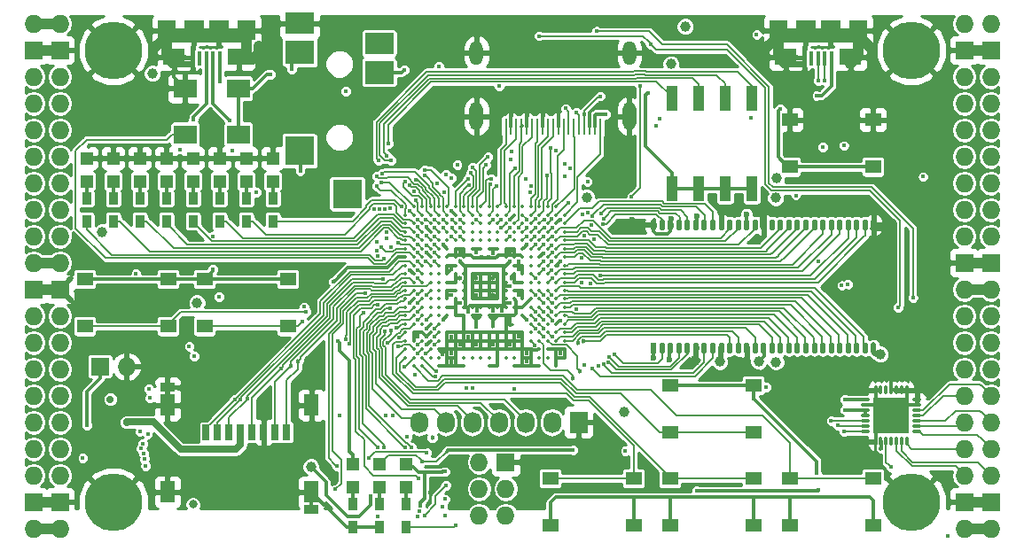
<source format=gtl>
G04 #@! TF.FileFunction,Copper,L1,Top,Signal*
%FSLAX46Y46*%
G04 Gerber Fmt 4.6, Leading zero omitted, Abs format (unit mm)*
G04 Created by KiCad (PCBNEW 4.0.7+dfsg1-1) date Sun Dec 10 11:28:18 2017*
%MOMM*%
%LPD*%
G01*
G04 APERTURE LIST*
%ADD10C,0.100000*%
%ADD11O,1.727200X1.727200*%
%ADD12R,1.727200X1.727200*%
%ADD13C,5.500000*%
%ADD14R,0.900000X1.200000*%
%ADD15R,2.100000X1.600000*%
%ADD16R,1.900000X1.900000*%
%ADD17R,0.400000X1.350000*%
%ADD18R,1.800000X1.900000*%
%ADD19O,0.850000X0.300000*%
%ADD20O,0.300000X0.850000*%
%ADD21R,1.675000X1.675000*%
%ADD22R,1.727200X2.032000*%
%ADD23O,1.727200X2.032000*%
%ADD24R,1.550000X1.300000*%
%ADD25R,1.120000X2.440000*%
%ADD26C,0.350000*%
%ADD27R,1.200000X1.200000*%
%ADD28R,2.800000X2.000000*%
%ADD29R,2.800000X2.200000*%
%ADD30R,2.800000X2.800000*%
%ADD31O,1.300000X2.700000*%
%ADD32O,1.300000X2.300000*%
%ADD33R,0.250000X1.600000*%
%ADD34O,0.560000X1.100000*%
%ADD35R,0.560000X1.100000*%
%ADD36R,0.700000X1.500000*%
%ADD37R,1.450000X0.900000*%
%ADD38R,1.450000X2.000000*%
%ADD39R,2.200000X1.800000*%
%ADD40C,0.600000*%
%ADD41C,1.000000*%
%ADD42C,0.400000*%
%ADD43C,0.454000*%
%ADD44C,0.800000*%
%ADD45C,0.700000*%
%ADD46C,0.300000*%
%ADD47C,0.500000*%
%ADD48C,1.000000*%
%ADD49C,0.600000*%
%ADD50C,0.190000*%
%ADD51C,0.200000*%
%ADD52C,0.700000*%
%ADD53C,0.127000*%
%ADD54C,0.254000*%
G04 APERTURE END LIST*
D10*
D11*
X97910000Y-62690000D03*
X95370000Y-62690000D03*
D12*
X97910000Y-65230000D03*
X95370000Y-65230000D03*
D11*
X97910000Y-67770000D03*
X95370000Y-67770000D03*
X97910000Y-70310000D03*
X95370000Y-70310000D03*
X97910000Y-72850000D03*
X95370000Y-72850000D03*
X97910000Y-75390000D03*
X95370000Y-75390000D03*
X97910000Y-77930000D03*
X95370000Y-77930000D03*
X97910000Y-80470000D03*
X95370000Y-80470000D03*
X97910000Y-83010000D03*
X95370000Y-83010000D03*
X97910000Y-85550000D03*
X95370000Y-85550000D03*
D12*
X97910000Y-88090000D03*
X95370000Y-88090000D03*
D11*
X97910000Y-90630000D03*
X95370000Y-90630000D03*
X97910000Y-93170000D03*
X95370000Y-93170000D03*
X97910000Y-95710000D03*
X95370000Y-95710000D03*
X97910000Y-98250000D03*
X95370000Y-98250000D03*
X97910000Y-100790000D03*
X95370000Y-100790000D03*
X97910000Y-103330000D03*
X95370000Y-103330000D03*
X97910000Y-105870000D03*
X95370000Y-105870000D03*
D12*
X97910000Y-108410000D03*
X95370000Y-108410000D03*
D11*
X97910000Y-110950000D03*
X95370000Y-110950000D03*
X184270000Y-110950000D03*
X186810000Y-110950000D03*
D12*
X184270000Y-108410000D03*
X186810000Y-108410000D03*
D11*
X184270000Y-105870000D03*
X186810000Y-105870000D03*
X184270000Y-103330000D03*
X186810000Y-103330000D03*
X184270000Y-100790000D03*
X186810000Y-100790000D03*
X184270000Y-98250000D03*
X186810000Y-98250000D03*
X184270000Y-95710000D03*
X186810000Y-95710000D03*
X184270000Y-93170000D03*
X186810000Y-93170000D03*
X184270000Y-90630000D03*
X186810000Y-90630000D03*
X184270000Y-88090000D03*
X186810000Y-88090000D03*
D12*
X184270000Y-85550000D03*
X186810000Y-85550000D03*
D11*
X184270000Y-83010000D03*
X186810000Y-83010000D03*
X184270000Y-80470000D03*
X186810000Y-80470000D03*
X184270000Y-77930000D03*
X186810000Y-77930000D03*
X184270000Y-75390000D03*
X186810000Y-75390000D03*
X184270000Y-72850000D03*
X186810000Y-72850000D03*
X184270000Y-70310000D03*
X186810000Y-70310000D03*
X184270000Y-67770000D03*
X186810000Y-67770000D03*
D12*
X184270000Y-65230000D03*
X186810000Y-65230000D03*
D11*
X184270000Y-62690000D03*
X186810000Y-62690000D03*
D13*
X102990000Y-108410000D03*
X179190000Y-108410000D03*
X179190000Y-65230000D03*
X102990000Y-65230000D03*
D12*
X101720000Y-95456000D03*
D11*
X104260000Y-95456000D03*
D14*
X128390000Y-108580000D03*
X128390000Y-110780000D03*
X130930000Y-110780000D03*
X130930000Y-108580000D03*
D15*
X114980000Y-65875000D03*
X108780000Y-65875000D03*
D16*
X113080000Y-63325000D03*
X110680000Y-63325000D03*
D17*
X113180000Y-66000000D03*
X112530000Y-66000000D03*
X111880000Y-66000000D03*
X111230000Y-66000000D03*
X110580000Y-66000000D03*
D18*
X115680000Y-63325000D03*
X108080000Y-63325000D03*
D15*
X173400000Y-65875000D03*
X167200000Y-65875000D03*
D16*
X171500000Y-63325000D03*
X169100000Y-63325000D03*
D17*
X171600000Y-66000000D03*
X170950000Y-66000000D03*
X170300000Y-66000000D03*
X169650000Y-66000000D03*
X169000000Y-66000000D03*
D18*
X174100000Y-63325000D03*
X166500000Y-63325000D03*
D12*
X140455000Y-104600000D03*
D11*
X137915000Y-104600000D03*
X140455000Y-107140000D03*
X137915000Y-107140000D03*
X140455000Y-109680000D03*
X137915000Y-109680000D03*
D14*
X118230000Y-81570000D03*
X118230000Y-79370000D03*
X115690000Y-81570000D03*
X115690000Y-79370000D03*
X113150000Y-81570000D03*
X113150000Y-79370000D03*
X110610000Y-81570000D03*
X110610000Y-79370000D03*
X108070000Y-81570000D03*
X108070000Y-79370000D03*
X105530000Y-81570000D03*
X105530000Y-79370000D03*
X102990000Y-81570000D03*
X102990000Y-79370000D03*
X100450000Y-81570000D03*
X100450000Y-79370000D03*
D19*
X179735000Y-101655000D03*
X179735000Y-101155000D03*
X179735000Y-100655000D03*
X179735000Y-100155000D03*
X179735000Y-99655000D03*
X179735000Y-99155000D03*
X179735000Y-98655000D03*
D20*
X178785000Y-97705000D03*
X178285000Y-97705000D03*
X177785000Y-97705000D03*
X177285000Y-97705000D03*
X176785000Y-97705000D03*
X176285000Y-97705000D03*
X175785000Y-97705000D03*
D19*
X174835000Y-98655000D03*
X174835000Y-99155000D03*
X174835000Y-99655000D03*
X174835000Y-100155000D03*
X174835000Y-100655000D03*
X174835000Y-101155000D03*
X174835000Y-101655000D03*
D20*
X175785000Y-102605000D03*
X176285000Y-102605000D03*
X176785000Y-102605000D03*
X177285000Y-102605000D03*
X177785000Y-102605000D03*
X178285000Y-102605000D03*
X178785000Y-102605000D03*
D21*
X176447500Y-99317500D03*
X176447500Y-100992500D03*
X178122500Y-99317500D03*
X178122500Y-100992500D03*
D22*
X147440000Y-100790000D03*
D23*
X144900000Y-100790000D03*
X142360000Y-100790000D03*
X139820000Y-100790000D03*
X137280000Y-100790000D03*
X134740000Y-100790000D03*
X132200000Y-100790000D03*
D24*
X175550000Y-71870000D03*
X175550000Y-76370000D03*
X167590000Y-76370000D03*
X167590000Y-71870000D03*
X100280000Y-91610000D03*
X100280000Y-87110000D03*
X108240000Y-87110000D03*
X108240000Y-91610000D03*
X111710000Y-91610000D03*
X111710000Y-87110000D03*
X119670000Y-87110000D03*
X119670000Y-91610000D03*
X156160000Y-101770000D03*
X156160000Y-97270000D03*
X164120000Y-97270000D03*
X164120000Y-101770000D03*
X164120000Y-106160000D03*
X164120000Y-110660000D03*
X156160000Y-110660000D03*
X156160000Y-106160000D03*
X152690000Y-106160000D03*
X152690000Y-110660000D03*
X144730000Y-110660000D03*
X144730000Y-106160000D03*
X175550000Y-106160000D03*
X175550000Y-110660000D03*
X167590000Y-110660000D03*
X167590000Y-106160000D03*
D25*
X156330000Y-78425000D03*
X163950000Y-69815000D03*
X158870000Y-78425000D03*
X161410000Y-69815000D03*
X161410000Y-78425000D03*
X158870000Y-69815000D03*
X163950000Y-78425000D03*
X156330000Y-69815000D03*
D26*
X131680000Y-80200000D03*
X132480000Y-80200000D03*
X133280000Y-80200000D03*
X134080000Y-80200000D03*
X134880000Y-80200000D03*
X135680000Y-80200000D03*
X136480000Y-80200000D03*
X137280000Y-80200000D03*
X138080000Y-80200000D03*
X138880000Y-80200000D03*
X139680000Y-80200000D03*
X140480000Y-80200000D03*
X141280000Y-80200000D03*
X142080000Y-80200000D03*
X142880000Y-80200000D03*
X143680000Y-80200000D03*
X144480000Y-80200000D03*
X145280000Y-80200000D03*
X130880000Y-81000000D03*
X131680000Y-81000000D03*
X132480000Y-81000000D03*
X133280000Y-81000000D03*
X134080000Y-81000000D03*
X134880000Y-81000000D03*
X135680000Y-81000000D03*
X136480000Y-81000000D03*
X137280000Y-81000000D03*
X138080000Y-81000000D03*
X138880000Y-81000000D03*
X139680000Y-81000000D03*
X140480000Y-81000000D03*
X141280000Y-81000000D03*
X142080000Y-81000000D03*
X142880000Y-81000000D03*
X143680000Y-81000000D03*
X144480000Y-81000000D03*
X145280000Y-81000000D03*
X146080000Y-81000000D03*
X130880000Y-81800000D03*
X131680000Y-81800000D03*
X132480000Y-81800000D03*
X133280000Y-81800000D03*
X134080000Y-81800000D03*
X134880000Y-81800000D03*
X135680000Y-81800000D03*
X136480000Y-81800000D03*
X137280000Y-81800000D03*
X138080000Y-81800000D03*
X138880000Y-81800000D03*
X139680000Y-81800000D03*
X140480000Y-81800000D03*
X141280000Y-81800000D03*
X142080000Y-81800000D03*
X142880000Y-81800000D03*
X143680000Y-81800000D03*
X144480000Y-81800000D03*
X145280000Y-81800000D03*
X146080000Y-81800000D03*
X130880000Y-82600000D03*
X131680000Y-82600000D03*
X132480000Y-82600000D03*
X133280000Y-82600000D03*
X134080000Y-82600000D03*
X134880000Y-82600000D03*
X135680000Y-82600000D03*
X136480000Y-82600000D03*
X137280000Y-82600000D03*
X138080000Y-82600000D03*
X138880000Y-82600000D03*
X139680000Y-82600000D03*
X140480000Y-82600000D03*
X141280000Y-82600000D03*
X142080000Y-82600000D03*
X142880000Y-82600000D03*
X143680000Y-82600000D03*
X144480000Y-82600000D03*
X145280000Y-82600000D03*
X146080000Y-82600000D03*
X130880000Y-83400000D03*
X131680000Y-83400000D03*
X132480000Y-83400000D03*
X133280000Y-83400000D03*
X134080000Y-83400000D03*
X134880000Y-83400000D03*
X135680000Y-83400000D03*
X136480000Y-83400000D03*
X137280000Y-83400000D03*
X138080000Y-83400000D03*
X138880000Y-83400000D03*
X139680000Y-83400000D03*
X140480000Y-83400000D03*
X141280000Y-83400000D03*
X142080000Y-83400000D03*
X142880000Y-83400000D03*
X143680000Y-83400000D03*
X144480000Y-83400000D03*
X145280000Y-83400000D03*
X146080000Y-83400000D03*
X130880000Y-84200000D03*
X131680000Y-84200000D03*
X132480000Y-84200000D03*
X133280000Y-84200000D03*
X134080000Y-84200000D03*
X134880000Y-84200000D03*
X135680000Y-84200000D03*
X136480000Y-84200000D03*
X137280000Y-84200000D03*
X138080000Y-84200000D03*
X138880000Y-84200000D03*
X139680000Y-84200000D03*
X140480000Y-84200000D03*
X141280000Y-84200000D03*
X142080000Y-84200000D03*
X142880000Y-84200000D03*
X143680000Y-84200000D03*
X144480000Y-84200000D03*
X145280000Y-84200000D03*
X146080000Y-84200000D03*
X130880000Y-85000000D03*
X131680000Y-85000000D03*
X132480000Y-85000000D03*
X133280000Y-85000000D03*
X134080000Y-85000000D03*
X134880000Y-85000000D03*
X135680000Y-85000000D03*
X136480000Y-85000000D03*
X137280000Y-85000000D03*
X138080000Y-85000000D03*
X138880000Y-85000000D03*
X139680000Y-85000000D03*
X140480000Y-85000000D03*
X141280000Y-85000000D03*
X142080000Y-85000000D03*
X142880000Y-85000000D03*
X143680000Y-85000000D03*
X144480000Y-85000000D03*
X145280000Y-85000000D03*
X146080000Y-85000000D03*
X130880000Y-85800000D03*
X131680000Y-85800000D03*
X132480000Y-85800000D03*
X133280000Y-85800000D03*
X134080000Y-85800000D03*
X134880000Y-85800000D03*
X135680000Y-85800000D03*
X136480000Y-85800000D03*
X137280000Y-85800000D03*
X138080000Y-85800000D03*
X138880000Y-85800000D03*
X139680000Y-85800000D03*
X140480000Y-85800000D03*
X141280000Y-85800000D03*
X142080000Y-85800000D03*
X142880000Y-85800000D03*
X143680000Y-85800000D03*
X144480000Y-85800000D03*
X145280000Y-85800000D03*
X146080000Y-85800000D03*
X130880000Y-86600000D03*
X131680000Y-86600000D03*
X132480000Y-86600000D03*
X133280000Y-86600000D03*
X134080000Y-86600000D03*
X134880000Y-86600000D03*
X135680000Y-86600000D03*
X136480000Y-86600000D03*
X137280000Y-86600000D03*
X138080000Y-86600000D03*
X138880000Y-86600000D03*
X139680000Y-86600000D03*
X140480000Y-86600000D03*
X141280000Y-86600000D03*
X142080000Y-86600000D03*
X142880000Y-86600000D03*
X143680000Y-86600000D03*
X144480000Y-86600000D03*
X145280000Y-86600000D03*
X146080000Y-86600000D03*
X130880000Y-87400000D03*
X131680000Y-87400000D03*
X132480000Y-87400000D03*
X133280000Y-87400000D03*
X134080000Y-87400000D03*
X134880000Y-87400000D03*
X135680000Y-87400000D03*
X136480000Y-87400000D03*
X137280000Y-87400000D03*
X138080000Y-87400000D03*
X138880000Y-87400000D03*
X139680000Y-87400000D03*
X140480000Y-87400000D03*
X141280000Y-87400000D03*
X142080000Y-87400000D03*
X142880000Y-87400000D03*
X143680000Y-87400000D03*
X144480000Y-87400000D03*
X145280000Y-87400000D03*
X146080000Y-87400000D03*
X130880000Y-88200000D03*
X131680000Y-88200000D03*
X132480000Y-88200000D03*
X133280000Y-88200000D03*
X134080000Y-88200000D03*
X134880000Y-88200000D03*
X135680000Y-88200000D03*
X136480000Y-88200000D03*
X137280000Y-88200000D03*
X138080000Y-88200000D03*
X138880000Y-88200000D03*
X139680000Y-88200000D03*
X140480000Y-88200000D03*
X141280000Y-88200000D03*
X142080000Y-88200000D03*
X142880000Y-88200000D03*
X143680000Y-88200000D03*
X144480000Y-88200000D03*
X145280000Y-88200000D03*
X146080000Y-88200000D03*
X130880000Y-89000000D03*
X131680000Y-89000000D03*
X132480000Y-89000000D03*
X133280000Y-89000000D03*
X134080000Y-89000000D03*
X134880000Y-89000000D03*
X135680000Y-89000000D03*
X136480000Y-89000000D03*
X137280000Y-89000000D03*
X138080000Y-89000000D03*
X138880000Y-89000000D03*
X139680000Y-89000000D03*
X140480000Y-89000000D03*
X141280000Y-89000000D03*
X142080000Y-89000000D03*
X142880000Y-89000000D03*
X143680000Y-89000000D03*
X144480000Y-89000000D03*
X145280000Y-89000000D03*
X146080000Y-89000000D03*
X130880000Y-89800000D03*
X131680000Y-89800000D03*
X132480000Y-89800000D03*
X133280000Y-89800000D03*
X134080000Y-89800000D03*
X134880000Y-89800000D03*
X135680000Y-89800000D03*
X136480000Y-89800000D03*
X137280000Y-89800000D03*
X138080000Y-89800000D03*
X138880000Y-89800000D03*
X139680000Y-89800000D03*
X140480000Y-89800000D03*
X141280000Y-89800000D03*
X142080000Y-89800000D03*
X142880000Y-89800000D03*
X143680000Y-89800000D03*
X144480000Y-89800000D03*
X145280000Y-89800000D03*
X146080000Y-89800000D03*
X130880000Y-90600000D03*
X131680000Y-90600000D03*
X132480000Y-90600000D03*
X133280000Y-90600000D03*
X134080000Y-90600000D03*
X134880000Y-90600000D03*
X135680000Y-90600000D03*
X136480000Y-90600000D03*
X137280000Y-90600000D03*
X138080000Y-90600000D03*
X138880000Y-90600000D03*
X139680000Y-90600000D03*
X140480000Y-90600000D03*
X141280000Y-90600000D03*
X142080000Y-90600000D03*
X142880000Y-90600000D03*
X143680000Y-90600000D03*
X144480000Y-90600000D03*
X145280000Y-90600000D03*
X146080000Y-90600000D03*
X130880000Y-91400000D03*
X131680000Y-91400000D03*
X132480000Y-91400000D03*
X133280000Y-91400000D03*
X134080000Y-91400000D03*
X142880000Y-91400000D03*
X143680000Y-91400000D03*
X144480000Y-91400000D03*
X145280000Y-91400000D03*
X146080000Y-91400000D03*
X130880000Y-92200000D03*
X131680000Y-92200000D03*
X132480000Y-92200000D03*
X133280000Y-92200000D03*
X134080000Y-92200000D03*
X134880000Y-92200000D03*
X135680000Y-92200000D03*
X136480000Y-92200000D03*
X137280000Y-92200000D03*
X138080000Y-92200000D03*
X138880000Y-92200000D03*
X139680000Y-92200000D03*
X140480000Y-92200000D03*
X141280000Y-92200000D03*
X142080000Y-92200000D03*
X142880000Y-92200000D03*
X143680000Y-92200000D03*
X144480000Y-92200000D03*
X145280000Y-92200000D03*
X146080000Y-92200000D03*
X130880000Y-93000000D03*
X131680000Y-93000000D03*
X132480000Y-93000000D03*
X133280000Y-93000000D03*
X134080000Y-93000000D03*
X134880000Y-93000000D03*
X135680000Y-93000000D03*
X136480000Y-93000000D03*
X137280000Y-93000000D03*
X138080000Y-93000000D03*
X138880000Y-93000000D03*
X139680000Y-93000000D03*
X140480000Y-93000000D03*
X141280000Y-93000000D03*
X142080000Y-93000000D03*
X142880000Y-93000000D03*
X143680000Y-93000000D03*
X144480000Y-93000000D03*
X145280000Y-93000000D03*
X146080000Y-93000000D03*
X130880000Y-93800000D03*
X131680000Y-93800000D03*
X132480000Y-93800000D03*
X133280000Y-93800000D03*
X134080000Y-93800000D03*
X134880000Y-93800000D03*
X135680000Y-93800000D03*
X136480000Y-93800000D03*
X137280000Y-93800000D03*
X138080000Y-93800000D03*
X138880000Y-93800000D03*
X139680000Y-93800000D03*
X140480000Y-93800000D03*
X141280000Y-93800000D03*
X142080000Y-93800000D03*
X142880000Y-93800000D03*
X143680000Y-93800000D03*
X144480000Y-93800000D03*
X145280000Y-93800000D03*
X146080000Y-93800000D03*
X130880000Y-94600000D03*
X131680000Y-94600000D03*
X132480000Y-94600000D03*
X133280000Y-94600000D03*
X134080000Y-94600000D03*
X134880000Y-94600000D03*
X135680000Y-94600000D03*
X136480000Y-94600000D03*
X137280000Y-94600000D03*
X138080000Y-94600000D03*
X138880000Y-94600000D03*
X139680000Y-94600000D03*
X140480000Y-94600000D03*
X141280000Y-94600000D03*
X142080000Y-94600000D03*
X142880000Y-94600000D03*
X143680000Y-94600000D03*
X144480000Y-94600000D03*
X145280000Y-94600000D03*
X146080000Y-94600000D03*
X131680000Y-95400000D03*
X132480000Y-95400000D03*
X134080000Y-95400000D03*
X134880000Y-95400000D03*
X135680000Y-95400000D03*
X136480000Y-95400000D03*
X138880000Y-95400000D03*
X139680000Y-95400000D03*
X141280000Y-95400000D03*
X142080000Y-95400000D03*
X142880000Y-95400000D03*
X143680000Y-95400000D03*
X145280000Y-95400000D03*
D27*
X125850000Y-104770000D03*
X125850000Y-106970000D03*
D14*
X125850000Y-108580000D03*
X125850000Y-110780000D03*
D27*
X128390000Y-104770000D03*
X128390000Y-106970000D03*
X118230000Y-77760000D03*
X118230000Y-75560000D03*
X115690000Y-77760000D03*
X115690000Y-75560000D03*
X113150000Y-77760000D03*
X113150000Y-75560000D03*
X110610000Y-77760000D03*
X110610000Y-75560000D03*
X108070000Y-77760000D03*
X108070000Y-75560000D03*
X105530000Y-77760000D03*
X105530000Y-75560000D03*
X102990000Y-77760000D03*
X102990000Y-75560000D03*
X100450000Y-77760000D03*
X100450000Y-75560000D03*
X130930000Y-104770000D03*
X130930000Y-106970000D03*
D28*
X120780000Y-62648000D03*
D29*
X120780000Y-65448000D03*
D30*
X120780000Y-74848000D03*
X125330000Y-78948000D03*
D29*
X128380000Y-67348000D03*
D28*
X128380000Y-64548000D03*
D31*
X152280000Y-71550000D03*
X137680000Y-71550000D03*
D32*
X137680000Y-65500000D03*
D33*
X140480000Y-72500000D03*
X140980000Y-72500000D03*
X141480000Y-72500000D03*
X141980000Y-72500000D03*
X142480000Y-72500000D03*
X142980000Y-72500000D03*
X143480000Y-72500000D03*
X143980000Y-72500000D03*
X144480000Y-72500000D03*
X144980000Y-72500000D03*
X145480000Y-72500000D03*
X145980000Y-72500000D03*
X146480000Y-72500000D03*
X146980000Y-72500000D03*
X147480000Y-72500000D03*
X147980000Y-72500000D03*
X148480000Y-72500000D03*
X148980000Y-72500000D03*
X149480000Y-72500000D03*
D32*
X152280000Y-65500000D03*
D34*
X175597000Y-81920000D03*
D35*
X154589000Y-93680000D03*
D34*
X155397000Y-93680000D03*
X156205000Y-93680000D03*
X157013000Y-93680000D03*
X157821000Y-93680000D03*
X158629000Y-93680000D03*
X159437000Y-93680000D03*
X160245000Y-93680000D03*
X161053000Y-93680000D03*
X161861000Y-93680000D03*
X162669000Y-93680000D03*
X163477000Y-93680000D03*
X164285000Y-93680000D03*
X165093000Y-93680000D03*
X165901000Y-93680000D03*
X166709000Y-93680000D03*
X167517000Y-93680000D03*
X168325000Y-93680000D03*
X169133000Y-93680000D03*
X169941000Y-93680000D03*
X170749000Y-93680000D03*
X171557000Y-93680000D03*
X172365000Y-93680000D03*
X173173000Y-93680000D03*
X173981000Y-93680000D03*
X174789000Y-93680000D03*
X175597000Y-93680000D03*
X174789000Y-81920000D03*
X173981000Y-81920000D03*
X173173000Y-81920000D03*
X172365000Y-81920000D03*
X171557000Y-81920000D03*
X170749000Y-81920000D03*
X169941000Y-81920000D03*
X169133000Y-81920000D03*
X168325000Y-81920000D03*
X167517000Y-81920000D03*
X166709000Y-81920000D03*
X165901000Y-81920000D03*
X165093000Y-81920000D03*
X164285000Y-81920000D03*
X163477000Y-81920000D03*
X162669000Y-81920000D03*
X161861000Y-81920000D03*
X161053000Y-81920000D03*
X160245000Y-81920000D03*
X159437000Y-81920000D03*
X158629000Y-81920000D03*
X157821000Y-81920000D03*
X157013000Y-81920000D03*
X156205000Y-81920000D03*
X155397000Y-81920000D03*
X154589000Y-81920000D03*
D36*
X111850000Y-101750000D03*
X112950000Y-101750000D03*
X114050000Y-101750000D03*
X115150000Y-101750000D03*
X116250000Y-101750000D03*
X117350000Y-101750000D03*
X118450000Y-101750000D03*
X119550000Y-101750000D03*
D37*
X108175000Y-97450000D03*
X121925000Y-109150000D03*
D38*
X121925000Y-99150000D03*
X108175000Y-99150000D03*
X108175000Y-107450000D03*
X121925000Y-107450000D03*
D39*
X114928000Y-68872000D03*
X109848000Y-68872000D03*
X109848000Y-73272000D03*
X114928000Y-73272000D03*
D40*
X152525938Y-81463870D03*
D41*
X162956098Y-95078488D03*
X158539988Y-94868772D03*
D40*
X161075765Y-80992022D03*
X164882869Y-80938986D03*
X156262773Y-81349374D03*
D41*
X177229911Y-82281349D03*
D40*
X123437000Y-108972000D03*
D42*
X132871770Y-84533979D03*
X132862998Y-82124544D03*
X131278306Y-86213101D03*
X135281276Y-80583119D03*
X131279502Y-89407325D03*
X170309539Y-85441529D03*
X145698456Y-91073766D03*
X145672808Y-85396062D03*
X144103186Y-84622010D03*
X133216000Y-107465000D03*
X137680000Y-88600000D03*
X142480000Y-95000000D03*
X141680000Y-92600000D03*
X140836000Y-84534000D03*
X135284627Y-94985297D03*
X135288625Y-94225619D03*
X134455822Y-94267172D03*
X136095958Y-93369652D03*
D43*
X139264636Y-91615205D03*
D41*
X116880503Y-64802940D03*
X106974809Y-64953974D03*
X175210328Y-64948943D03*
X165417246Y-64954666D03*
D42*
X175495631Y-71457432D03*
X145680000Y-94177990D03*
X177285000Y-95710000D03*
X140880000Y-81400000D03*
X136085174Y-89394826D03*
X145680000Y-81400000D03*
X140874194Y-91433353D03*
X142480000Y-94200000D03*
X140880000Y-93400000D03*
X139280000Y-93400000D03*
X137680000Y-93400000D03*
X136880000Y-92600000D03*
X135280000Y-92600000D03*
X132880000Y-91800000D03*
X132880000Y-93400000D03*
D43*
X141042859Y-86994997D03*
X139280000Y-87000000D03*
X136110990Y-86995403D03*
X137680000Y-87000000D03*
X136080000Y-84600000D03*
X139280000Y-88600000D03*
D41*
X106720415Y-67436305D03*
X166284693Y-95025145D03*
X166248957Y-79348409D03*
X166343357Y-77477990D03*
D42*
X172564535Y-87722010D03*
D41*
X121861867Y-105030174D03*
D42*
X150030853Y-71331848D03*
D41*
X156235582Y-66548363D03*
X101932065Y-82585048D03*
D42*
X127586603Y-107875044D03*
D41*
X157600000Y-62944000D03*
D42*
X117976000Y-67516000D03*
D41*
X160905403Y-95006436D03*
D40*
X158731133Y-81048929D03*
X154593901Y-94607945D03*
X156088245Y-94762980D03*
D41*
X164625730Y-94982471D03*
D40*
X163462982Y-80942429D03*
D41*
X176254940Y-94288458D03*
D44*
X110593913Y-108636458D03*
D42*
X180340784Y-77316932D03*
X148271935Y-77777990D03*
X173137949Y-87594275D03*
D41*
X148202454Y-79278787D03*
D45*
X102710050Y-98594954D03*
D42*
X154794000Y-72426000D03*
X129005202Y-100174798D03*
X137659051Y-91638034D03*
X139820000Y-68665673D03*
X172834633Y-99599920D03*
X172879922Y-98618650D03*
X176305593Y-103279812D03*
X164433885Y-63737451D03*
X134079160Y-66786153D03*
X116654336Y-78777990D03*
X112515000Y-83010000D03*
X100080000Y-104200000D03*
X113080000Y-88800000D03*
X135273306Y-88618602D03*
X139272517Y-84611349D03*
X137680556Y-84534085D03*
X141680000Y-86200000D03*
X135280000Y-86200000D03*
X132880000Y-92600000D03*
X132080000Y-92600000D03*
X141680000Y-88600000D03*
X141680000Y-85400000D03*
X165349214Y-97422919D03*
X121401947Y-90251871D03*
X129988160Y-91721995D03*
X130302262Y-92700329D03*
X121041200Y-91125073D03*
D41*
X110991000Y-89360000D03*
D42*
X142480000Y-91000000D03*
X142480000Y-83800000D03*
X134480000Y-83800000D03*
X134480000Y-91000000D03*
X105160274Y-86610828D03*
X125193541Y-69156848D03*
X155149360Y-71764535D03*
X170182962Y-69571012D03*
X170362901Y-107286196D03*
X158716651Y-107325176D03*
X128216338Y-109760338D03*
X132708000Y-109680000D03*
X137295592Y-97538017D03*
X134750646Y-106810513D03*
X133680000Y-91800000D03*
X136740903Y-97514503D03*
X134675868Y-108131585D03*
D43*
X133449289Y-102232615D03*
D42*
X133680000Y-92600000D03*
X132936956Y-103711000D03*
X127385678Y-104203668D03*
X133685482Y-93402296D03*
X134463998Y-108841973D03*
X131039072Y-102187000D03*
X131808905Y-96227367D03*
X134636872Y-109719950D03*
X132846234Y-94197073D03*
X120834553Y-76779094D03*
X130761990Y-67119621D03*
X147186000Y-71200000D03*
X147983153Y-71347080D03*
X149475951Y-69619684D03*
X153297112Y-68608292D03*
X177926984Y-89812061D03*
X154329326Y-64643767D03*
X152497066Y-79193467D03*
X146481406Y-79819384D03*
X143650666Y-63862520D03*
X179351513Y-88868327D03*
X149134122Y-63424051D03*
X140035989Y-81400000D03*
X115759823Y-98502036D03*
X132083026Y-86260405D03*
X128776655Y-87135140D03*
X119008515Y-95662939D03*
D43*
X119978162Y-95412951D03*
X120634035Y-94977604D03*
D42*
X113212238Y-68244401D03*
X146180000Y-70800000D03*
X131453853Y-103208291D03*
X149771692Y-81825658D03*
X144080000Y-86200000D03*
X149520824Y-86769192D03*
X144894316Y-86977564D03*
X144873936Y-83860397D03*
X149549750Y-80868432D03*
D43*
X147355672Y-93219294D03*
D42*
X144113248Y-92588762D03*
X144875155Y-86218896D03*
X149846468Y-81303978D03*
X144916886Y-83016385D03*
X148719886Y-81056015D03*
D43*
X147915304Y-93063131D03*
D42*
X144882352Y-92577990D03*
X148747982Y-95669626D03*
X144891634Y-91073766D03*
X149795895Y-95251084D03*
X144867244Y-90229755D03*
X150278898Y-95040253D03*
X144892596Y-89385743D03*
X150345974Y-94517527D03*
X144877648Y-88622010D03*
X150889207Y-94332565D03*
X143280000Y-87000000D03*
X130807074Y-95454141D03*
X130171404Y-93544341D03*
X132080000Y-93400000D03*
X129196652Y-93209125D03*
X133852393Y-95875797D03*
X141280000Y-97600000D03*
X133762848Y-96395146D03*
X132080000Y-94200000D03*
X128610772Y-84072485D03*
X105895603Y-103765816D03*
X130839486Y-103208291D03*
X132075624Y-89410644D03*
X129449238Y-89926948D03*
X128806823Y-103185900D03*
X128251440Y-89564206D03*
X132162861Y-106185868D03*
X132880000Y-88600000D03*
X124329568Y-104994951D03*
X127040053Y-88481065D03*
X132080000Y-87000000D03*
X125499542Y-93250681D03*
X124202418Y-107207639D03*
X109323798Y-74706222D03*
X132024412Y-109766775D03*
X114371508Y-74859518D03*
X132219727Y-109277292D03*
X135315381Y-81391918D03*
X135280062Y-77463305D03*
X134471370Y-81406751D03*
X134758050Y-77130140D03*
X132761172Y-77202673D03*
X132737245Y-76676207D03*
X128644933Y-77050030D03*
X128152012Y-77257840D03*
X128125571Y-78233647D03*
X110718734Y-94451783D03*
X128590544Y-77894041D03*
X110249038Y-93533767D03*
X106368514Y-97598098D03*
X131253134Y-78134216D03*
X106477197Y-98487772D03*
X132783339Y-81400004D03*
X131709326Y-78745875D03*
X132079024Y-82984045D03*
X129109095Y-82655074D03*
X105572759Y-101661319D03*
X106276126Y-101893466D03*
X132880889Y-83897835D03*
X129054383Y-83179239D03*
X129487667Y-84079929D03*
X132083682Y-83828056D03*
X105813763Y-102819336D03*
X132062099Y-84533979D03*
X128165458Y-83528763D03*
X105627254Y-103312241D03*
X128183315Y-84380742D03*
X105992720Y-104283802D03*
X133671942Y-84595200D03*
X132834641Y-85377990D03*
X128203260Y-84907376D03*
X106088753Y-104974041D03*
D43*
X146862501Y-96617499D03*
X147534467Y-95913260D03*
D42*
X147927932Y-95329243D03*
X143280000Y-91000000D03*
X149284391Y-95377990D03*
X144077013Y-90266968D03*
X147207648Y-89973043D03*
X144076240Y-89395301D03*
X143281824Y-90201951D03*
X144102010Y-85397219D03*
X147687522Y-85093328D03*
X144868096Y-85371354D03*
X148610669Y-81900026D03*
X144102010Y-83000000D03*
X144888125Y-82172374D03*
X147695541Y-87403214D03*
X144082832Y-88584510D03*
X148578814Y-87496879D03*
X143278026Y-88595030D03*
X144125486Y-82186468D03*
X148298275Y-80739810D03*
X144876540Y-81328363D03*
X147802234Y-80917812D03*
X139280000Y-81400000D03*
X139578623Y-78205862D03*
X139034115Y-78040948D03*
X139046749Y-77514088D03*
X138580000Y-76200000D03*
X138779198Y-75400762D03*
X137680000Y-81400000D03*
X137308732Y-76415018D03*
X137106948Y-76979922D03*
X136859538Y-77550820D03*
X136922059Y-78097889D03*
X136096392Y-81395070D03*
X135830698Y-76200613D03*
X148878722Y-83261032D03*
X144915665Y-84598743D03*
X148001372Y-82958777D03*
X144103186Y-83777990D03*
X142841210Y-78784254D03*
X142473549Y-82998913D03*
X142864275Y-78217369D03*
X142437464Y-82181475D03*
X146089079Y-77300571D03*
X144144931Y-81387081D03*
X144394875Y-77219934D03*
X146577729Y-76500816D03*
X143281475Y-82206074D03*
X146130802Y-76060132D03*
X143300920Y-81377293D03*
X145255695Y-74817220D03*
X141662690Y-82207782D03*
X142456909Y-81405800D03*
X140030954Y-82200000D03*
X141342967Y-76554996D03*
X141046643Y-74873804D03*
X140864029Y-83041403D03*
X140874966Y-82177164D03*
X140980062Y-75681941D03*
X115149319Y-98625494D03*
X132872609Y-82968555D03*
X132080007Y-82103333D03*
X132080000Y-81400000D03*
X131847310Y-79589886D03*
X130856828Y-77786820D03*
X131923295Y-77584853D03*
X133648389Y-82190597D03*
X133627359Y-81414685D03*
X129477855Y-92000822D03*
X132880000Y-91000000D03*
X128879646Y-92111037D03*
X132077648Y-90977990D03*
X131275302Y-80595752D03*
X130489904Y-80167235D03*
X128823114Y-85153560D03*
X132072985Y-85377990D03*
X134476508Y-82180155D03*
X133942383Y-77980766D03*
X163908850Y-71651861D03*
X135656559Y-110610712D03*
X132468001Y-104503413D03*
X146844288Y-103452739D03*
X132285867Y-108754446D03*
X134707351Y-105508447D03*
D45*
X104260000Y-100790000D03*
D42*
X114604320Y-98573680D03*
X112515000Y-86185000D03*
X164144561Y-98511733D03*
X170157734Y-105666345D03*
X169506589Y-107953726D03*
X170735900Y-74464979D03*
X143257990Y-83000000D03*
X168166438Y-79108038D03*
X151896383Y-103510715D03*
X114075797Y-71903914D03*
X110632496Y-71877629D03*
X143269694Y-93414905D03*
X177274002Y-105079115D03*
X172761273Y-101651681D03*
X143280000Y-91800000D03*
X172193360Y-101105663D03*
X144064831Y-91877646D03*
X171540304Y-100645743D03*
X144080000Y-91000000D03*
X135320520Y-82196441D03*
X129493343Y-75737814D03*
X136080000Y-82200000D03*
X129125079Y-75315804D03*
X136080000Y-83000000D03*
X129252218Y-74142461D03*
X142377451Y-77497451D03*
X172746637Y-74347988D03*
X143280000Y-83800000D03*
X170300000Y-68151000D03*
X170950000Y-68125562D03*
X125167387Y-92841517D03*
X121206217Y-89762554D03*
X132082956Y-90210779D03*
X182675150Y-111637626D03*
X124027706Y-87347706D03*
X124027707Y-87347707D03*
X166678914Y-70803555D03*
X129660000Y-100155000D03*
X124580000Y-100155000D03*
X132084049Y-88558274D03*
X126880008Y-90276109D03*
X128280000Y-103200000D03*
X120008000Y-67008000D03*
X127889625Y-80407426D03*
X133680000Y-85400000D03*
X130204628Y-83599483D03*
X128416582Y-80399850D03*
X133680000Y-83800000D03*
X128943593Y-80399729D03*
X133680000Y-83000000D03*
X129457990Y-80285112D03*
X144780000Y-74590382D03*
X124453000Y-93043000D03*
X137689001Y-90122990D03*
D41*
X151758000Y-99774000D03*
D42*
X136885174Y-90194826D03*
X140094890Y-90122990D03*
X139280000Y-90122990D03*
X140880000Y-89400000D03*
X140880000Y-87800000D03*
X140880000Y-85400000D03*
D43*
X136080000Y-85400000D03*
D42*
X128333179Y-75769807D03*
X134613000Y-78819000D03*
X135280000Y-83022010D03*
X154052298Y-69302298D03*
X100450000Y-101044000D03*
D46*
X108780000Y-65875000D02*
X108780000Y-67804000D01*
X108780000Y-67804000D02*
X109848000Y-68872000D01*
X121925000Y-107450000D02*
X121925000Y-109150000D01*
X154589000Y-81920000D02*
X154589000Y-82564717D01*
X154589000Y-82564717D02*
X154829344Y-82805061D01*
X154829344Y-82805061D02*
X155940980Y-82805061D01*
X155940980Y-82805061D02*
X156205000Y-82541041D01*
X156205000Y-82541041D02*
X156205000Y-81920000D01*
X152825937Y-81763869D02*
X152525938Y-81463870D01*
X152982068Y-81920000D02*
X152825937Y-81763869D01*
X154589000Y-81920000D02*
X152982068Y-81920000D01*
X163456097Y-94578489D02*
X162956098Y-95078488D01*
X163480000Y-94554586D02*
X163456097Y-94578489D01*
X163480000Y-93330000D02*
X163480000Y-94554586D01*
X158539988Y-93470012D02*
X158539988Y-94161666D01*
X158680000Y-93330000D02*
X158539988Y-93470012D01*
X158539988Y-94161666D02*
X158539988Y-94868772D01*
X161075765Y-81416286D02*
X161075765Y-80992022D01*
X161075765Y-82265765D02*
X161075765Y-81416286D01*
X161080000Y-82270000D02*
X161075765Y-82265765D01*
X164882869Y-82072869D02*
X164882869Y-81363250D01*
X165080000Y-82270000D02*
X164882869Y-82072869D01*
X164882869Y-81363250D02*
X164882869Y-80938986D01*
X156280000Y-82270000D02*
X156280000Y-81366601D01*
X156280000Y-81366601D02*
X156262773Y-81349374D01*
X154680000Y-81486121D02*
X154657528Y-81463649D01*
X177241260Y-82270000D02*
X177229911Y-82281349D01*
D47*
X175480000Y-82270000D02*
X177241260Y-82270000D01*
D46*
X148480000Y-71200000D02*
X149230000Y-70450000D01*
X148480000Y-72500000D02*
X148480000Y-71200000D01*
X145480000Y-72500000D02*
X145480000Y-71200000D01*
X143980000Y-72500000D02*
X143980000Y-71200000D01*
X142480000Y-72500000D02*
X142480000Y-71450000D01*
X142480000Y-71200000D02*
X142480000Y-71450000D01*
X140980000Y-72500000D02*
X140980000Y-71200000D01*
X134455822Y-94267172D02*
X134455822Y-94224178D01*
X134455822Y-94224178D02*
X134880000Y-93800000D01*
X123437000Y-108972000D02*
X125245000Y-110780000D01*
X125245000Y-110780000D02*
X125850000Y-110780000D01*
X125850000Y-110780000D02*
X125889531Y-110819531D01*
X125889531Y-110819531D02*
X126234488Y-110819531D01*
X126234488Y-110819531D02*
X126274019Y-110780000D01*
X126274019Y-110780000D02*
X127640000Y-110780000D01*
X127640000Y-110780000D02*
X128390000Y-110780000D01*
X121930000Y-107465000D02*
X123437000Y-108972000D01*
D48*
X184270000Y-65230000D02*
X186810000Y-65230000D01*
X184270000Y-85550000D02*
X186810000Y-85550000D01*
X184270000Y-108410000D02*
X186810000Y-108410000D01*
X95370000Y-108410000D02*
X97910000Y-108410000D01*
D47*
X97910000Y-88090000D02*
X98956608Y-87043392D01*
D46*
X98956608Y-87043392D02*
X98974574Y-87043392D01*
D47*
X97910000Y-88090000D02*
X99013590Y-89193590D01*
D46*
X99013590Y-89193590D02*
X99060056Y-89193590D01*
D48*
X95370000Y-88090000D02*
X97910000Y-88090000D01*
X95370000Y-65230000D02*
X97910000Y-65230000D01*
D46*
X139264636Y-90984636D02*
X139295364Y-90984636D01*
X139295364Y-90984636D02*
X139680000Y-90600000D01*
X132871770Y-84591770D02*
X132871770Y-84533979D01*
X133280000Y-85000000D02*
X132871770Y-84591770D01*
X133280000Y-82600000D02*
X132862998Y-82182998D01*
X132862998Y-82182998D02*
X132862998Y-82124544D01*
X131293101Y-86213101D02*
X131278306Y-86213101D01*
X131680000Y-86600000D02*
X131293101Y-86213101D01*
X140480000Y-90600000D02*
X140480000Y-92200000D01*
X135281276Y-80601276D02*
X135281276Y-80583119D01*
X135680000Y-81000000D02*
X135281276Y-80601276D01*
X131279502Y-89400498D02*
X131279502Y-89407325D01*
X131680000Y-89000000D02*
X131279502Y-89400498D01*
X145280000Y-91400000D02*
X145606234Y-91073766D01*
X145606234Y-91073766D02*
X145698456Y-91073766D01*
X145672808Y-85407192D02*
X145672808Y-85396062D01*
X145280000Y-85800000D02*
X145672808Y-85407192D01*
X143680000Y-85000000D02*
X144057990Y-84622010D01*
X144057990Y-84622010D02*
X144103186Y-84622010D01*
X137280000Y-89000000D02*
X137680000Y-88600000D01*
X142480000Y-94600000D02*
X142880000Y-94600000D01*
X142080000Y-94600000D02*
X142480000Y-94600000D01*
X142480000Y-94600000D02*
X142480000Y-95000000D01*
X141680000Y-92200000D02*
X142080000Y-92200000D01*
X141280000Y-92200000D02*
X141680000Y-92200000D01*
X141680000Y-92200000D02*
X141680000Y-92600000D01*
X141280000Y-84200000D02*
X141170000Y-84200000D01*
X141170000Y-84200000D02*
X140836000Y-84534000D01*
X135284627Y-95395373D02*
X135284627Y-95268139D01*
X135280000Y-95400000D02*
X135284627Y-95395373D01*
X135284627Y-95268139D02*
X135284627Y-94985297D01*
X135288625Y-93942777D02*
X135288625Y-94225619D01*
X135288625Y-93808625D02*
X135288625Y-93942777D01*
X135280000Y-93800000D02*
X135288625Y-93808625D01*
X134455822Y-94175822D02*
X134455822Y-94267172D01*
X134080000Y-93800000D02*
X134455822Y-94175822D01*
X145280000Y-94600000D02*
X145280000Y-95400000D01*
X143498655Y-93891906D02*
X143590561Y-93800000D01*
X143040733Y-93891906D02*
X143498655Y-93891906D01*
X142880000Y-93800000D02*
X142948827Y-93800000D01*
X142948827Y-93800000D02*
X143040733Y-93891906D01*
X143590561Y-93800000D02*
X143680000Y-93800000D01*
X145280000Y-93800000D02*
X144480000Y-93800000D01*
X146080000Y-94600000D02*
X146080000Y-93800000D01*
X145280000Y-94600000D02*
X146080000Y-94600000D01*
X142080000Y-95400000D02*
X142080000Y-94600000D01*
X142880000Y-95400000D02*
X142880000Y-94600000D01*
X142880000Y-95400000D02*
X143680000Y-95400000D01*
X142080000Y-95400000D02*
X142880000Y-95400000D01*
X141280000Y-95400000D02*
X142080000Y-95400000D01*
X142080000Y-93000000D02*
X142080000Y-93800000D01*
X138880000Y-92200000D02*
X138880000Y-93000000D01*
X139680000Y-92200000D02*
X139680000Y-93000000D01*
X140480000Y-93000000D02*
X140480000Y-92200000D01*
X141280000Y-93000000D02*
X141280000Y-92200000D01*
X142080000Y-93000000D02*
X141280000Y-93000000D01*
X142080000Y-92200000D02*
X142080000Y-93000000D01*
X140480000Y-92200000D02*
X141280000Y-92200000D01*
X139680000Y-92200000D02*
X140480000Y-92200000D01*
X138880000Y-92200000D02*
X139680000Y-92200000D01*
X138080000Y-92200000D02*
X138880000Y-92200000D01*
X136095958Y-93086810D02*
X136095958Y-93369652D01*
X136080000Y-93000000D02*
X136095958Y-93015958D01*
X136095958Y-93015958D02*
X136095958Y-93086810D01*
X139264636Y-91294179D02*
X139264636Y-91615205D01*
X139264636Y-90984636D02*
X139264636Y-91294179D01*
X138880000Y-90600000D02*
X139264636Y-90984636D01*
D48*
X116880503Y-65510046D02*
X116880503Y-64802940D01*
X116265561Y-66124988D02*
X116880503Y-65510046D01*
X115680000Y-65910000D02*
X115894988Y-66124988D01*
X115680000Y-63960000D02*
X115680000Y-65910000D01*
X115894988Y-66124988D02*
X116265561Y-66124988D01*
X107474808Y-64453975D02*
X106974809Y-64953974D01*
X107968783Y-63960000D02*
X107474808Y-64453975D01*
X108080000Y-63960000D02*
X107968783Y-63960000D01*
X174710329Y-64448944D02*
X175210328Y-64948943D01*
X174100000Y-63960000D02*
X174221385Y-63960000D01*
X174221385Y-63960000D02*
X174710329Y-64448944D01*
X165917245Y-64454667D02*
X165417246Y-64954666D01*
X166411912Y-63960000D02*
X165917245Y-64454667D01*
X166500000Y-63960000D02*
X166411912Y-63960000D01*
D46*
X175495631Y-71740274D02*
X175495631Y-71457432D01*
X175495631Y-72230631D02*
X175495631Y-71740274D01*
X175535000Y-72270000D02*
X175495631Y-72230631D01*
D49*
X108780000Y-66510000D02*
X110455000Y-66510000D01*
D46*
X110455000Y-66510000D02*
X110580000Y-66635000D01*
D48*
X108080000Y-63960000D02*
X108080000Y-65810000D01*
X108080000Y-65810000D02*
X108780000Y-66510000D01*
X115680000Y-63960000D02*
X115680000Y-65810000D01*
D46*
X115680000Y-65810000D02*
X114980000Y-66510000D01*
D48*
X113080000Y-63960000D02*
X115680000Y-63960000D01*
X110680000Y-63960000D02*
X113080000Y-63960000D01*
X108080000Y-63960000D02*
X110680000Y-63960000D01*
D49*
X167200000Y-66510000D02*
X168875000Y-66510000D01*
D46*
X168875000Y-66510000D02*
X169000000Y-66635000D01*
D48*
X174100000Y-63960000D02*
X174100000Y-65810000D01*
X174100000Y-65810000D02*
X173400000Y-66510000D01*
X166500000Y-63960000D02*
X166500000Y-65810000D01*
X166500000Y-65810000D02*
X167200000Y-66510000D01*
X171500000Y-63960000D02*
X174100000Y-63960000D01*
X169100000Y-63960000D02*
X171500000Y-63960000D01*
X166500000Y-63960000D02*
X169100000Y-63960000D01*
D46*
X145680000Y-93800000D02*
X145680000Y-94177990D01*
X178785000Y-97705000D02*
X178785000Y-98655000D01*
X178785000Y-98655000D02*
X178122500Y-99317500D01*
X176285000Y-97705000D02*
X175785000Y-97705000D01*
X175785000Y-102605000D02*
X175785000Y-101655000D01*
X175785000Y-101655000D02*
X176447500Y-100992500D01*
X178122500Y-99317500D02*
X178122500Y-100992500D01*
X176447500Y-99317500D02*
X178122500Y-99317500D01*
X176447500Y-100992500D02*
X178122500Y-100992500D01*
X177285000Y-97705000D02*
X177285000Y-95710000D01*
X178122500Y-99317500D02*
X178285000Y-99155000D01*
X178285000Y-99155000D02*
X179735000Y-99155000D01*
X179735000Y-98655000D02*
X179735000Y-99155000D01*
X177785000Y-97705000D02*
X177920000Y-97705000D01*
X177920000Y-97705000D02*
X178285000Y-97705000D01*
X178285000Y-97705000D02*
X178785000Y-97705000D01*
X177285000Y-97705000D02*
X177785000Y-97705000D01*
X175785000Y-97705000D02*
X175785000Y-98655000D01*
X175785000Y-98655000D02*
X176447500Y-99317500D01*
X174835000Y-99155000D02*
X176285000Y-99155000D01*
X176285000Y-99155000D02*
X176447500Y-99317500D01*
X141280000Y-81000000D02*
X140880000Y-81400000D01*
X135685174Y-89394826D02*
X135802332Y-89394826D01*
X135680000Y-89400000D02*
X135685174Y-89394826D01*
X135802332Y-89394826D02*
X136085174Y-89394826D01*
X135054999Y-84825001D02*
X137080000Y-84825001D01*
X137280000Y-85000000D02*
X137105001Y-84825001D01*
X137105001Y-84825001D02*
X137080000Y-84825001D01*
X138280000Y-85088351D02*
X137368351Y-85088351D01*
X137368351Y-85088351D02*
X137280000Y-85000000D01*
X139680000Y-86600000D02*
X139280000Y-87000000D01*
X139680000Y-88200000D02*
X139680000Y-89000000D01*
X139680000Y-87400000D02*
X139680000Y-88200000D01*
X139680000Y-86600000D02*
X139680000Y-87400000D01*
X137280000Y-88200000D02*
X137280000Y-89000000D01*
X137280000Y-87400000D02*
X137280000Y-88200000D01*
X137280000Y-86600000D02*
X137280000Y-87400000D01*
X138880000Y-87400000D02*
X138880000Y-88200000D01*
X138880000Y-86600000D02*
X138880000Y-87400000D01*
X138080000Y-87400000D02*
X138080000Y-86600000D01*
X138080000Y-88200000D02*
X138080000Y-87400000D01*
X138080000Y-89000000D02*
X138080000Y-88200000D01*
X138080000Y-88200000D02*
X138880000Y-88200000D01*
X138080000Y-87400000D02*
X138880000Y-87400000D01*
X137280000Y-87400000D02*
X138080000Y-87400000D01*
X145454999Y-81625001D02*
X145680000Y-81400000D01*
X145280000Y-81800000D02*
X145454999Y-81625001D01*
X141480000Y-89800000D02*
X141480000Y-89200000D01*
X141480000Y-89200000D02*
X141280000Y-89000000D01*
X141280000Y-89800000D02*
X141480000Y-89800000D01*
X141480000Y-89800000D02*
X142080000Y-89800000D01*
X141454999Y-90425001D02*
X141454999Y-89825001D01*
X141454999Y-89825001D02*
X141480000Y-89800000D01*
X140874194Y-90605806D02*
X140874194Y-91150511D01*
X140880000Y-90600000D02*
X140874194Y-90605806D01*
X140874194Y-91150511D02*
X140874194Y-91433353D01*
X140480000Y-90600000D02*
X140880000Y-90600000D01*
X140880000Y-90600000D02*
X141280000Y-90600000D01*
X139680000Y-90600000D02*
X140480000Y-90600000D01*
X138880000Y-90600000D02*
X139680000Y-90600000D01*
X141280000Y-85000000D02*
X141280000Y-84800000D01*
X141280000Y-84200000D02*
X141280000Y-85000000D01*
X140480000Y-84200000D02*
X141280000Y-84200000D01*
X141280000Y-84800000D02*
X141280000Y-84200000D01*
X141905001Y-84825001D02*
X141305001Y-84825001D01*
X141305001Y-84825001D02*
X141280000Y-84800000D01*
X140480000Y-85000000D02*
X140480000Y-84200000D01*
X139680000Y-85000000D02*
X139680000Y-84898347D01*
X139680000Y-84898347D02*
X139753346Y-84825001D01*
X138280000Y-85088351D02*
X138680000Y-85088351D01*
X138280000Y-85088351D02*
X139489996Y-85088351D01*
X138080000Y-85000000D02*
X138191649Y-85000000D01*
X138191649Y-85000000D02*
X138280000Y-85088351D01*
X138880000Y-85000000D02*
X138768351Y-85000000D01*
X138768351Y-85000000D02*
X138680000Y-85088351D01*
X135680000Y-84200000D02*
X135680000Y-84800000D01*
X135680000Y-84800000D02*
X135680000Y-85000000D01*
X135054999Y-84825001D02*
X135654999Y-84825001D01*
X135654999Y-84825001D02*
X135680000Y-84800000D01*
X136480000Y-85000000D02*
X136480000Y-84200000D01*
X134880000Y-85000000D02*
X135054999Y-84825001D01*
X138880000Y-87400000D02*
X139680000Y-87400000D01*
X138880000Y-88200000D02*
X138880000Y-89000000D01*
X138880000Y-88200000D02*
X139680000Y-88200000D01*
X137280000Y-88200000D02*
X138080000Y-88200000D01*
X141280000Y-90600000D02*
X141454999Y-90425001D01*
D47*
X115690000Y-75610980D02*
X118230000Y-75610980D01*
X113150000Y-75610980D02*
X115690000Y-75610980D01*
X110610000Y-75610980D02*
X113150000Y-75610980D01*
X108070000Y-75610980D02*
X110610000Y-75610980D01*
X105530000Y-75610980D02*
X108070000Y-75610980D01*
X102990000Y-75610980D02*
X105530000Y-75610980D01*
X100450000Y-75610980D02*
X102990000Y-75610980D01*
D46*
X142080000Y-89800000D02*
X142880000Y-89000000D01*
X145680000Y-93800000D02*
X145280000Y-93800000D01*
X146080000Y-93800000D02*
X145680000Y-93800000D01*
X135680000Y-89400000D02*
X135680000Y-89800000D01*
X135680000Y-89000000D02*
X135680000Y-89400000D01*
X135280000Y-95400000D02*
X135680000Y-95400000D01*
X134880000Y-95400000D02*
X135280000Y-95400000D01*
X135280000Y-93800000D02*
X135680000Y-93800000D01*
X134880000Y-93800000D02*
X135280000Y-93800000D01*
X142480000Y-93800000D02*
X142080000Y-93800000D01*
X142880000Y-93800000D02*
X142480000Y-93800000D01*
X142480000Y-93800000D02*
X142480000Y-94200000D01*
X140880000Y-93000000D02*
X141280000Y-93000000D01*
X140480000Y-93000000D02*
X140880000Y-93000000D01*
X140880000Y-93000000D02*
X140880000Y-93400000D01*
X139280000Y-93000000D02*
X138880000Y-93000000D01*
X139680000Y-93000000D02*
X139280000Y-93000000D01*
X139280000Y-93000000D02*
X139280000Y-93400000D01*
X137680000Y-93000000D02*
X137280000Y-93000000D01*
X137680000Y-93000000D02*
X137680000Y-93400000D01*
X138080000Y-93000000D02*
X137680000Y-93000000D01*
X136080000Y-93000000D02*
X135680000Y-93000000D01*
X136480000Y-93000000D02*
X136080000Y-93000000D01*
X136880000Y-93000000D02*
X136480000Y-93000000D01*
X137280000Y-93000000D02*
X136880000Y-93000000D01*
X136880000Y-93000000D02*
X136880000Y-92600000D01*
X135280000Y-93000000D02*
X135680000Y-93000000D01*
X134880000Y-93000000D02*
X135280000Y-93000000D01*
X135280000Y-93000000D02*
X135280000Y-92600000D01*
X133280000Y-91400000D02*
X132880000Y-91800000D01*
X133280000Y-93000000D02*
X132880000Y-93400000D01*
X139753346Y-84825001D02*
X141905001Y-84825001D01*
X139489996Y-85088351D02*
X139753346Y-84825001D01*
X141905001Y-84825001D02*
X142080000Y-85000000D01*
X141042859Y-86837141D02*
X141042859Y-86994997D01*
X141280000Y-86600000D02*
X141042859Y-86837141D01*
X135684597Y-86995403D02*
X135789964Y-86995403D01*
X135680000Y-87000000D02*
X135684597Y-86995403D01*
X135789964Y-86995403D02*
X136110990Y-86995403D01*
X135680000Y-87000000D02*
X135680000Y-86600000D01*
X135680000Y-87400000D02*
X135680000Y-87000000D01*
X136480000Y-90600000D02*
X136480000Y-92200000D01*
X139680000Y-89000000D02*
X139280000Y-88600000D01*
X137280000Y-86600000D02*
X137680000Y-87000000D01*
X136480000Y-84200000D02*
X136080000Y-84600000D01*
X141280000Y-86600000D02*
X141280000Y-87400000D01*
X142080000Y-87400000D02*
X141280000Y-87400000D01*
X135680000Y-84200000D02*
X136480000Y-84200000D01*
X134880000Y-87400000D02*
X135680000Y-87400000D01*
X138880000Y-86600000D02*
X139680000Y-86600000D01*
X138080000Y-86600000D02*
X138880000Y-86600000D01*
X137280000Y-86600000D02*
X138080000Y-86600000D01*
X138880000Y-89000000D02*
X139680000Y-89000000D01*
X138080000Y-89000000D02*
X138880000Y-89000000D01*
X137280000Y-89000000D02*
X138080000Y-89000000D01*
X135680000Y-89800000D02*
X134880000Y-89800000D01*
X135680000Y-90600000D02*
X135680000Y-89800000D01*
X135680000Y-90600000D02*
X136480000Y-90600000D01*
X140480000Y-93000000D02*
X139680000Y-93000000D01*
X139680000Y-93800000D02*
X140480000Y-93800000D01*
X139680000Y-93800000D02*
X139680000Y-94600000D01*
X139680000Y-95400000D02*
X139680000Y-94600000D01*
X138880000Y-95400000D02*
X139680000Y-95400000D01*
X135680000Y-95400000D02*
X136480000Y-95400000D01*
X135680000Y-95400000D02*
X135680000Y-94600000D01*
X134880000Y-95400000D02*
X134080000Y-95400000D01*
X134880000Y-94600000D02*
X134880000Y-95400000D01*
X134080000Y-93800000D02*
X134880000Y-93800000D01*
X134880000Y-94600000D02*
X134880000Y-93800000D01*
X135680000Y-94600000D02*
X134880000Y-94600000D01*
X135680000Y-93800000D02*
X135680000Y-94600000D01*
X134880000Y-93000000D02*
X134880000Y-93800000D01*
X134880000Y-92200000D02*
X134880000Y-93000000D01*
X135680000Y-92200000D02*
X134880000Y-92200000D01*
X135680000Y-93800000D02*
X136480000Y-93800000D01*
X135680000Y-93000000D02*
X135680000Y-93800000D01*
X135680000Y-92200000D02*
X135680000Y-93000000D01*
X135680000Y-92200000D02*
X136480000Y-92200000D01*
X136480000Y-92200000D02*
X137280000Y-92200000D01*
X137280000Y-93800000D02*
X137280000Y-93000000D01*
X136480000Y-93800000D02*
X137280000Y-93800000D01*
X136480000Y-93000000D02*
X136480000Y-93800000D01*
X136480000Y-92200000D02*
X136480000Y-93000000D01*
X137280000Y-92200000D02*
X138080000Y-92200000D01*
X137280000Y-93800000D02*
X138080000Y-93800000D01*
X137280000Y-92200000D02*
X137280000Y-93000000D01*
X138080000Y-92200000D02*
X138080000Y-93000000D01*
X138080000Y-93000000D02*
X138880000Y-93000000D01*
X138080000Y-93800000D02*
X138080000Y-93000000D01*
X138880000Y-93800000D02*
X138080000Y-93800000D01*
X138880000Y-93000000D02*
X138880000Y-93800000D01*
X139680000Y-93800000D02*
X139680000Y-93000000D01*
X138880000Y-93800000D02*
X139680000Y-93800000D01*
X140480000Y-93000000D02*
X140480000Y-93800000D01*
X141280000Y-93000000D02*
X141280000Y-93800000D01*
X141280000Y-93800000D02*
X142080000Y-93800000D01*
X140480000Y-93800000D02*
X141280000Y-93800000D01*
X142080000Y-93800000D02*
X142080000Y-94600000D01*
X142880000Y-94600000D02*
X142880000Y-93800000D01*
X145280000Y-93800000D02*
X145280000Y-94600000D01*
X121861867Y-105030174D02*
X123322573Y-106490880D01*
X123322573Y-106490880D02*
X123322573Y-107763919D01*
X123322573Y-107763919D02*
X125365654Y-109807000D01*
X149048152Y-71331848D02*
X149748011Y-71331848D01*
X148980000Y-72500000D02*
X148980000Y-71400000D01*
X148980000Y-71400000D02*
X149048152Y-71331848D01*
X149748011Y-71331848D02*
X150030853Y-71331848D01*
X125365654Y-109807000D02*
X126485000Y-109807000D01*
X127586603Y-108157886D02*
X127586603Y-107875044D01*
X126485000Y-109807000D02*
X127586603Y-108705397D01*
X127586603Y-108705397D02*
X127586603Y-108157886D01*
X186810000Y-62877865D02*
X186810000Y-62690000D01*
X117684000Y-67516000D02*
X117976000Y-67516000D01*
X114928000Y-68872000D02*
X116328000Y-68872000D01*
X116328000Y-68872000D02*
X117684000Y-67516000D01*
X114928000Y-73272000D02*
X114928000Y-68872000D01*
D47*
X161044112Y-93600355D02*
X161044112Y-94816963D01*
X161044112Y-94816963D02*
X160905403Y-94955672D01*
X160905403Y-94955672D02*
X160905403Y-95006436D01*
D46*
X158731133Y-82218867D02*
X158731133Y-81473193D01*
X158731133Y-81473193D02*
X158731133Y-81048929D01*
X158680000Y-82270000D02*
X158731133Y-82218867D01*
X154593901Y-93416099D02*
X154593901Y-94183681D01*
X154593901Y-94183681D02*
X154593901Y-94607945D01*
X154680000Y-93330000D02*
X154593901Y-93416099D01*
X156088245Y-93521755D02*
X156088245Y-94338716D01*
X156280000Y-93330000D02*
X156088245Y-93521755D01*
X156088245Y-94338716D02*
X156088245Y-94762980D01*
X165125729Y-94482472D02*
X164625730Y-94982471D01*
X165125729Y-93375729D02*
X165125729Y-94482472D01*
X165080000Y-93330000D02*
X165125729Y-93375729D01*
X163462982Y-81366693D02*
X163462982Y-80942429D01*
X163462982Y-82252982D02*
X163462982Y-81366693D01*
X163480000Y-82270000D02*
X163462982Y-82252982D01*
D47*
X175548724Y-93398724D02*
X175548724Y-94034638D01*
X175802544Y-94288458D02*
X176254940Y-94288458D01*
X175548724Y-94034638D02*
X175802544Y-94288458D01*
D48*
X184270000Y-88090000D02*
X186810000Y-88090000D01*
X184270000Y-110950000D02*
X186810000Y-110950000D01*
X95370000Y-110950000D02*
X97910000Y-110950000D01*
X95370000Y-85550000D02*
X97910000Y-85550000D01*
X95370000Y-62690000D02*
X97910000Y-62690000D01*
D46*
X137280000Y-90600000D02*
X138080000Y-90600000D01*
X137659051Y-91355192D02*
X137659051Y-91638034D01*
X137659051Y-90820949D02*
X137659051Y-91355192D01*
X137680000Y-90800000D02*
X137659051Y-90820949D01*
X172889713Y-99655000D02*
X172834633Y-99599920D01*
X174835000Y-99655000D02*
X172889713Y-99655000D01*
X172916272Y-98655000D02*
X172879922Y-98618650D01*
X174835000Y-98655000D02*
X172916272Y-98655000D01*
X176305593Y-102996970D02*
X176305593Y-103279812D01*
X176285000Y-102605000D02*
X176305593Y-102625593D01*
X176285000Y-103300405D02*
X176305593Y-103279812D01*
X176285000Y-103330000D02*
X176285000Y-103300405D01*
X176305593Y-102625593D02*
X176305593Y-102996970D01*
X176280000Y-103335000D02*
X176285000Y-103330000D01*
X174835000Y-99655000D02*
X174835000Y-100155000D01*
X134880000Y-86600000D02*
X135280000Y-86200000D01*
X135280000Y-85800000D02*
X135280000Y-86200000D01*
X134880000Y-85800000D02*
X134880000Y-86600000D01*
X137680000Y-90800000D02*
X137880000Y-90800000D01*
X137480000Y-90800000D02*
X137680000Y-90800000D01*
X137880000Y-90800000D02*
X138080000Y-90600000D01*
X137280000Y-90600000D02*
X137480000Y-90800000D01*
X132880000Y-92600000D02*
X133280000Y-92200000D01*
X132480000Y-92200000D02*
X132880000Y-92600000D01*
X134990464Y-88618602D02*
X135273306Y-88618602D01*
X134898602Y-88618602D02*
X134990464Y-88618602D01*
X134880000Y-88600000D02*
X134898602Y-88618602D01*
X139272517Y-84328507D02*
X139272517Y-84611349D01*
X139272517Y-84207483D02*
X139272517Y-84328507D01*
X139280000Y-84200000D02*
X139272517Y-84207483D01*
X137680556Y-84200556D02*
X137680556Y-84251243D01*
X137680000Y-84200000D02*
X137680556Y-84200556D01*
X137680556Y-84251243D02*
X137680556Y-84534085D01*
X142080000Y-88600000D02*
X142080000Y-89000000D01*
X142080000Y-88200000D02*
X142080000Y-88600000D01*
X141680000Y-85800000D02*
X141680000Y-86200000D01*
X135280000Y-85800000D02*
X135680000Y-85800000D01*
X134880000Y-85800000D02*
X135280000Y-85800000D01*
X132080000Y-92200000D02*
X132480000Y-92200000D01*
X131680000Y-92200000D02*
X132080000Y-92200000D01*
X132080000Y-92200000D02*
X132080000Y-92600000D01*
X131680000Y-93000000D02*
X131680000Y-92200000D01*
X134880000Y-88600000D02*
X134880000Y-89000000D01*
X134880000Y-88200000D02*
X134880000Y-88600000D01*
X141680000Y-88200000D02*
X142080000Y-88200000D01*
X141280000Y-88200000D02*
X141680000Y-88200000D01*
X141680000Y-88200000D02*
X141680000Y-88600000D01*
X141680000Y-85800000D02*
X142080000Y-85800000D01*
X141280000Y-85800000D02*
X141680000Y-85800000D01*
X141680000Y-85800000D02*
X141680000Y-85400000D01*
X139280000Y-84200000D02*
X139680000Y-84200000D01*
X138880000Y-84200000D02*
X139280000Y-84200000D01*
X137680000Y-84200000D02*
X138080000Y-84200000D01*
X137280000Y-84200000D02*
X137680000Y-84200000D01*
X142080000Y-85800000D02*
X142080000Y-86600000D01*
X134880000Y-88200000D02*
X135680000Y-88200000D01*
D50*
X131724127Y-97719012D02*
X130041550Y-96036435D01*
X133960188Y-97719012D02*
X131724127Y-97719012D01*
X134706633Y-96972567D02*
X133960188Y-97719012D01*
X130041550Y-96036435D02*
X130041550Y-94638450D01*
X145675905Y-96972567D02*
X134706633Y-96972567D01*
X156690000Y-106560000D02*
X148488969Y-98358968D01*
X130705001Y-93974999D02*
X130880000Y-93800000D01*
X130041550Y-94638450D02*
X130705001Y-93974999D01*
X148488969Y-98358968D02*
X147062304Y-98358968D01*
X147062304Y-98358968D02*
X145675905Y-96972567D01*
X156160000Y-106160000D02*
X164120000Y-106160000D01*
X121119105Y-90251871D02*
X121401947Y-90251871D01*
X108450000Y-91210000D02*
X109408129Y-90251871D01*
X109408129Y-90251871D02*
X121119105Y-90251871D01*
X130880000Y-91400000D02*
X130489025Y-91400000D01*
X130489025Y-91400000D02*
X130167030Y-91721995D01*
X130167030Y-91721995D02*
X129988160Y-91721995D01*
X108240000Y-91610000D02*
X100280000Y-91610000D01*
X130379671Y-92700329D02*
X130302262Y-92700329D01*
X130880000Y-92200000D02*
X130379671Y-92700329D01*
X121041200Y-91203800D02*
X121041200Y-91125073D01*
X119670000Y-91610000D02*
X120635000Y-91610000D01*
X120635000Y-91610000D02*
X121041200Y-91203800D01*
X119670000Y-91610000D02*
X111710000Y-91610000D01*
X119425148Y-91210000D02*
X119484873Y-91269725D01*
X129702002Y-93375102D02*
X129702002Y-96145208D01*
X152690000Y-103008320D02*
X152690000Y-105320000D01*
X146930994Y-98675979D02*
X148357659Y-98675979D01*
X146291038Y-98036023D02*
X146930994Y-98675979D01*
X131592817Y-98036023D02*
X146291038Y-98036023D01*
X130627155Y-93000000D02*
X130504824Y-93122331D01*
X130880000Y-93000000D02*
X130627155Y-93000000D01*
X148357659Y-98675979D02*
X152690000Y-103008320D01*
X129954773Y-93122331D02*
X129702002Y-93375102D01*
X152690000Y-105320000D02*
X152690000Y-106160000D01*
X129702002Y-96145208D02*
X131592817Y-98036023D01*
X130504824Y-93122331D02*
X129954773Y-93122331D01*
X144730000Y-106160000D02*
X152690000Y-106160000D01*
X167590000Y-106160000D02*
X167590000Y-102747145D01*
X133965410Y-96817148D02*
X133097148Y-96817148D01*
X167590000Y-102747145D02*
X165018693Y-100175838D01*
X165018693Y-100175838D02*
X156768379Y-100175838D01*
X131854999Y-95574999D02*
X131680000Y-95400000D01*
X156768379Y-100175838D02*
X154317487Y-97724946D01*
X154317487Y-97724946D02*
X147324924Y-97724946D01*
X147324924Y-97724946D02*
X145938523Y-96338545D01*
X145938523Y-96338545D02*
X134444013Y-96338545D01*
X134444013Y-96338545D02*
X133965410Y-96817148D01*
X133097148Y-96817148D02*
X131854999Y-95574999D01*
X167590000Y-106160000D02*
X175550000Y-106160000D01*
X134575323Y-96655556D02*
X133828878Y-97402001D01*
X145807214Y-96655556D02*
X134575323Y-96655556D01*
X130358561Y-95121439D02*
X130705001Y-94774999D01*
X130705001Y-94774999D02*
X130880000Y-94600000D01*
X131855437Y-97402001D02*
X130358561Y-95905125D01*
X151466957Y-98041957D02*
X147193614Y-98041957D01*
X147193614Y-98041957D02*
X145807214Y-96655556D01*
X155195000Y-101770000D02*
X151466957Y-98041957D01*
X156160000Y-101770000D02*
X155195000Y-101770000D01*
X133828878Y-97402001D02*
X131855437Y-97402001D01*
X130358561Y-95905125D02*
X130358561Y-95121439D01*
X164120000Y-101770000D02*
X156160000Y-101770000D01*
D46*
X142080000Y-90600000D02*
X142480000Y-91000000D01*
X142254999Y-84025001D02*
X142480000Y-83800000D01*
X142080000Y-84200000D02*
X142254999Y-84025001D01*
X134880000Y-84200000D02*
X134480000Y-83800000D01*
X134880000Y-90600000D02*
X134480000Y-91000000D01*
X171600000Y-66635000D02*
X171600000Y-68605136D01*
X170634556Y-69570580D02*
X170183394Y-69570580D01*
X171600000Y-68605136D02*
X170634556Y-69570580D01*
X170183394Y-69570580D02*
X170182962Y-69571012D01*
X170323921Y-107325176D02*
X170362901Y-107286196D01*
X158716651Y-107325176D02*
X170323921Y-107325176D01*
D50*
X132708000Y-109680000D02*
X133755686Y-108632314D01*
X133755686Y-108632314D02*
X133755686Y-107805473D01*
X133755686Y-107805473D02*
X134550647Y-107010512D01*
X134550647Y-107010512D02*
X134750646Y-106810513D01*
X134080000Y-91400000D02*
X133680000Y-91800000D01*
X134080000Y-92200000D02*
X133680000Y-92600000D01*
X131868342Y-103630301D02*
X132856257Y-103630301D01*
X132856257Y-103630301D02*
X132936956Y-103711000D01*
X127585677Y-104003669D02*
X127385678Y-104203668D01*
X131868342Y-103630301D02*
X127959045Y-103630301D01*
X127959045Y-103630301D02*
X127585677Y-104003669D01*
X134080000Y-93000000D02*
X133685482Y-93394518D01*
X133685482Y-93394518D02*
X133685482Y-93402296D01*
X133280000Y-93800000D02*
X132882927Y-94197073D01*
X132882927Y-94197073D02*
X132846234Y-94197073D01*
D46*
X120880000Y-76733647D02*
X120834553Y-76779094D01*
X120880000Y-76647734D02*
X120880000Y-76733647D01*
X120880000Y-76647734D02*
X120885889Y-76653623D01*
X120880000Y-74840000D02*
X120880000Y-76647734D01*
X128280000Y-67340000D02*
X130541611Y-67340000D01*
X130541611Y-67340000D02*
X130761990Y-67119621D01*
D50*
X147480000Y-71450000D02*
X147230000Y-71200000D01*
X147230000Y-71200000D02*
X147186000Y-71200000D01*
X147480000Y-72500000D02*
X147480000Y-71450000D01*
X149475951Y-69619684D02*
X149346123Y-69619684D01*
X149346123Y-69619684D02*
X147983153Y-70982654D01*
X147983153Y-70982654D02*
X147983153Y-71347080D01*
X147980000Y-72500000D02*
X147980000Y-71350233D01*
X147980000Y-71350233D02*
X147983153Y-71347080D01*
X178126983Y-81482891D02*
X178126983Y-89612062D01*
X165858857Y-78626408D02*
X175270500Y-78626408D01*
X165282602Y-78050153D02*
X165858857Y-78626408D01*
X165282602Y-68818878D02*
X165282602Y-78050153D01*
X161633939Y-65170215D02*
X165282602Y-68818878D01*
X154855774Y-65170215D02*
X161633939Y-65170215D01*
X154329326Y-64643767D02*
X154855774Y-65170215D01*
X178126983Y-89612062D02*
X177926984Y-89812061D01*
X175270500Y-78626408D02*
X178126983Y-81482891D01*
X153297112Y-78393421D02*
X153297112Y-68891134D01*
X153297112Y-68891134D02*
X153297112Y-68608292D01*
X152497066Y-79193467D02*
X153297112Y-78393421D01*
X153548079Y-63862520D02*
X154129327Y-64443768D01*
X143650666Y-63862520D02*
X153548079Y-63862520D01*
X154129327Y-64443768D02*
X154329326Y-64643767D01*
X146460616Y-79819384D02*
X146481406Y-79819384D01*
X145280000Y-81000000D02*
X146460616Y-79819384D01*
X179351513Y-88585485D02*
X179351513Y-88868327D01*
X179351513Y-82259100D02*
X179351513Y-88585485D01*
X154171754Y-63424051D02*
X155402809Y-64655106D01*
X175401810Y-78309397D02*
X179351513Y-82259100D01*
X165599613Y-68687568D02*
X165599613Y-77918843D01*
X165599613Y-77918843D02*
X165990167Y-78309397D01*
X155402809Y-64655106D02*
X161567151Y-64655106D01*
X165990167Y-78309397D02*
X175401810Y-78309397D01*
X149134122Y-63424051D02*
X154171754Y-63424051D01*
X161567151Y-64655106D02*
X165599613Y-68687568D01*
X139680000Y-81800000D02*
X140035989Y-81444011D01*
X140035989Y-81444011D02*
X140035989Y-81400000D01*
X115759823Y-98314819D02*
X115759823Y-98502036D01*
X123385464Y-89483406D02*
X123385464Y-90689178D01*
X125769902Y-87098968D02*
X123385464Y-89483406D01*
X128493813Y-87135140D02*
X128457641Y-87098968D01*
X128776655Y-87135140D02*
X128493813Y-87135140D01*
X128457641Y-87098968D02*
X125769902Y-87098968D01*
X123385464Y-90689178D02*
X115759823Y-98314819D01*
X115759823Y-98639554D02*
X115759823Y-98502036D01*
X114055000Y-101765000D02*
X114055000Y-100344377D01*
X114055000Y-100344377D02*
X115759823Y-98639554D01*
X132140405Y-86260405D02*
X132083026Y-86260405D01*
X132480000Y-86600000D02*
X132140405Y-86260405D01*
X129340526Y-87225686D02*
X129009062Y-87557150D01*
X129845335Y-87225686D02*
X129340526Y-87225686D01*
X127951501Y-87557150D02*
X127819384Y-87425033D01*
X119208514Y-95462940D02*
X119008515Y-95662939D01*
X123702475Y-89614716D02*
X123702475Y-90820488D01*
X130471021Y-86600000D02*
X129845335Y-87225686D01*
X119208514Y-95314449D02*
X119208514Y-95462940D01*
X130880000Y-86600000D02*
X130471021Y-86600000D01*
X123702475Y-90820488D02*
X119208514Y-95314449D01*
X125892158Y-87425033D02*
X123702475Y-89614716D01*
X129009062Y-87557150D02*
X127951501Y-87557150D01*
X127819384Y-87425033D02*
X125892158Y-87425033D01*
X118808516Y-95862938D02*
X119008515Y-95662939D01*
X116255000Y-98416454D02*
X118808516Y-95862938D01*
X116255000Y-101765000D02*
X116255000Y-98416454D01*
X126023468Y-87742044D02*
X124019486Y-89746026D01*
X127688074Y-87742044D02*
X126023468Y-87742044D01*
X119978162Y-95091925D02*
X119978162Y-95412951D01*
X124019486Y-90951798D02*
X119978162Y-94993122D01*
X127820191Y-87874161D02*
X127688074Y-87742044D01*
X119978162Y-94993122D02*
X119978162Y-95091925D01*
X124019486Y-89746026D02*
X124019486Y-90951798D01*
X118455000Y-101765000D02*
X118455000Y-96936113D01*
X118455000Y-96936113D02*
X119978162Y-95412951D01*
X131280000Y-87000000D02*
X130519342Y-87000000D01*
X129831787Y-87542697D02*
X129500323Y-87874161D01*
X130519342Y-87000000D02*
X129976645Y-87542697D01*
X131680000Y-87400000D02*
X131280000Y-87000000D01*
X129500323Y-87874161D02*
X127820191Y-87874161D01*
X129976645Y-87542697D02*
X129831787Y-87542697D01*
X124336497Y-91083108D02*
X120861034Y-94558571D01*
X120861034Y-94558571D02*
X120861034Y-94750605D01*
X120861034Y-94750605D02*
X120634035Y-94977604D01*
X119555000Y-101765000D02*
X119555000Y-96794459D01*
X120634035Y-95298630D02*
X120634035Y-94977604D01*
X119555000Y-96794459D02*
X120634035Y-95715424D01*
X120634035Y-95715424D02*
X120634035Y-95298630D01*
X130880000Y-87400000D02*
X130567663Y-87400000D01*
X129631633Y-88191172D02*
X127688881Y-88191172D01*
X127556764Y-88059055D02*
X126154778Y-88059055D01*
X126154778Y-88059055D02*
X124336497Y-89877336D01*
X127688881Y-88191172D02*
X127556764Y-88059055D01*
X129963097Y-87859708D02*
X129631633Y-88191172D01*
X130567663Y-87400000D02*
X130107955Y-87859708D01*
X124336497Y-89877336D02*
X124336497Y-91083108D01*
X130107955Y-87859708D02*
X129963097Y-87859708D01*
D46*
X113180000Y-68212163D02*
X113212238Y-68244401D01*
X113180000Y-66635000D02*
X113180000Y-68212163D01*
D50*
X146480000Y-72500000D02*
X146480000Y-71100000D01*
X146480000Y-71100000D02*
X146180000Y-70800000D01*
X127506612Y-91514546D02*
X127506612Y-91947884D01*
X127189596Y-92264900D02*
X127189596Y-94068236D01*
X130980312Y-102786977D02*
X131032539Y-102786977D01*
X128371075Y-90650083D02*
X127506612Y-91514546D01*
X128740829Y-90650083D02*
X128371075Y-90650083D01*
X127506612Y-91947884D02*
X127189596Y-92264900D01*
X127431034Y-99237699D02*
X130980312Y-102786977D01*
X127189596Y-94068236D02*
X127431034Y-94309676D01*
X130286783Y-89800000D02*
X129737825Y-90348958D01*
X129737825Y-90348958D02*
X129041954Y-90348958D01*
X129041954Y-90348958D02*
X128740829Y-90650083D01*
X127431034Y-94309676D02*
X127431034Y-99237699D01*
X131032539Y-102786977D02*
X131253854Y-103008292D01*
X131253854Y-103008292D02*
X131453853Y-103208291D01*
X130880000Y-89800000D02*
X130286783Y-89800000D01*
X148791728Y-84704076D02*
X149797676Y-84704076D01*
X149797676Y-84704076D02*
X149855727Y-84762127D01*
X147151181Y-84014809D02*
X148102461Y-84014809D01*
X149855727Y-84762127D02*
X165787873Y-84762127D01*
X165787873Y-84762127D02*
X166019149Y-84530851D01*
X146080000Y-84200000D02*
X146965990Y-84200000D01*
X146965990Y-84200000D02*
X147151181Y-84014809D01*
X148102461Y-84014809D02*
X148791728Y-84704076D01*
X166019149Y-84530851D02*
X168280000Y-82270000D01*
X172363670Y-81986643D02*
X172363670Y-82762836D01*
X172363670Y-82762836D02*
X168779324Y-86347182D01*
X168779324Y-86347182D02*
X147205145Y-86347182D01*
X147205145Y-86347182D02*
X146952327Y-86600000D01*
X146952327Y-86600000D02*
X146327487Y-86600000D01*
X146327487Y-86600000D02*
X146080000Y-86600000D01*
X154866009Y-80933893D02*
X150946299Y-80933893D01*
X150054534Y-81825658D02*
X149771692Y-81825658D01*
X155480000Y-82270000D02*
X155480000Y-81547884D01*
X150946299Y-80933893D02*
X150054534Y-81825658D01*
X155480000Y-81547884D02*
X154866009Y-80933893D01*
X143680000Y-86600000D02*
X144080000Y-86200000D01*
X170680000Y-92690000D02*
X170680000Y-93330000D01*
X146873931Y-89551033D02*
X167661915Y-89551033D01*
X167661915Y-89551033D02*
X170680000Y-92569118D01*
X170680000Y-92569118D02*
X170680000Y-92690000D01*
X146080000Y-89800000D02*
X146624962Y-89800000D01*
X146624962Y-89800000D02*
X146873931Y-89551033D01*
X164280000Y-92690000D02*
X164280000Y-93330000D01*
X163360106Y-91770106D02*
X164280000Y-92690000D01*
X149864296Y-91770106D02*
X163360106Y-91770106D01*
X146881538Y-93000000D02*
X147584428Y-92297110D01*
X146080000Y-93000000D02*
X146881538Y-93000000D01*
X147584428Y-92297110D02*
X149337293Y-92297110D01*
X149337293Y-92297110D02*
X149864296Y-91770106D01*
X173182410Y-81935472D02*
X173182410Y-83165471D01*
X169578689Y-86769192D02*
X149803666Y-86769192D01*
X173182410Y-83165471D02*
X169578689Y-86769192D01*
X149803666Y-86769192D02*
X149520824Y-86769192D01*
X144894316Y-86985684D02*
X144894316Y-86977564D01*
X144480000Y-87400000D02*
X144894316Y-86985684D01*
X147019871Y-83697798D02*
X148233771Y-83697798D01*
X145680000Y-83800000D02*
X146917669Y-83800000D01*
X148923038Y-84387065D02*
X149928986Y-84387065D01*
X145280000Y-84200000D02*
X145680000Y-83800000D01*
X146917669Y-83800000D02*
X147019871Y-83697798D01*
X148233771Y-83697798D02*
X148923038Y-84387065D01*
X149928986Y-84387065D02*
X149987037Y-84445116D01*
X149987037Y-84445116D02*
X165304884Y-84445116D01*
X165304884Y-84445116D02*
X165536160Y-84213840D01*
X165536160Y-84213840D02*
X167480000Y-82270000D01*
X157821798Y-81957260D02*
X157821798Y-81134824D01*
X157821798Y-81134824D02*
X157187996Y-80501022D01*
X157187996Y-80501022D02*
X155329777Y-80501022D01*
X155329777Y-80501022D02*
X155128628Y-80299871D01*
X155128628Y-80299871D02*
X150118311Y-80299871D01*
X150118311Y-80299871D02*
X149749749Y-80668433D01*
X149749749Y-80668433D02*
X149549750Y-80868432D01*
D51*
X144480000Y-84200000D02*
X144819603Y-83860397D01*
X144819603Y-83860397D02*
X144873936Y-83860397D01*
D50*
X149076436Y-89868042D02*
X167058044Y-89868044D01*
X147005087Y-90395044D02*
X148549435Y-90395044D01*
X146811439Y-90201396D02*
X147005087Y-90395044D01*
X145678604Y-90201396D02*
X146811439Y-90201396D01*
X145280000Y-90600000D02*
X145678604Y-90201396D01*
X167058044Y-89868044D02*
X169880000Y-92690000D01*
X148549435Y-90395044D02*
X149076436Y-89868042D01*
X169880000Y-92690000D02*
X169880000Y-93330000D01*
X149468603Y-92614121D02*
X147715738Y-92614121D01*
X162077117Y-92087117D02*
X149995606Y-92087117D01*
X149995606Y-92087117D02*
X149468603Y-92614121D01*
X162680000Y-93330000D02*
X162680000Y-92690000D01*
X147355672Y-92974187D02*
X147355672Y-93219294D01*
X162680000Y-92690000D02*
X162077117Y-92087117D01*
X147715738Y-92614121D02*
X147355672Y-92974187D01*
X144068762Y-92588762D02*
X144113248Y-92588762D01*
X143680000Y-92200000D02*
X144068762Y-92588762D01*
X173880000Y-83212488D02*
X173981000Y-83111488D01*
X173981000Y-83111488D02*
X173981000Y-81920000D01*
X145280000Y-87400000D02*
X145680000Y-87000000D01*
X149723385Y-87191193D02*
X149781436Y-87133142D01*
X149318263Y-87191193D02*
X149723385Y-87191193D01*
X147336455Y-86664193D02*
X148791263Y-86664193D01*
X169959346Y-87133142D02*
X173880000Y-83212488D01*
X145680000Y-87000000D02*
X147000648Y-87000000D01*
X147000648Y-87000000D02*
X147336455Y-86664193D01*
X148791263Y-86664193D02*
X149318263Y-87191193D01*
X149781436Y-87133142D02*
X169959346Y-87133142D01*
X157080000Y-82270000D02*
X157080000Y-81181531D01*
X157080000Y-81181531D02*
X156716500Y-80818031D01*
X156716500Y-80818031D02*
X155198465Y-80818031D01*
X150046467Y-81103979D02*
X149846468Y-81303978D01*
X155198465Y-80818031D02*
X154997318Y-80616882D01*
X150533564Y-80616882D02*
X150046467Y-81103979D01*
X154997318Y-80616882D02*
X150533564Y-80616882D01*
X144861104Y-86218896D02*
X144875155Y-86218896D01*
X144480000Y-86600000D02*
X144861104Y-86218896D01*
X149593107Y-85396149D02*
X166713000Y-85396149D01*
X147413801Y-84648831D02*
X147839841Y-84648831D01*
X147839841Y-84648831D02*
X148529108Y-85338098D01*
X147062632Y-85000000D02*
X147413801Y-84648831D01*
X149535056Y-85338098D02*
X149593107Y-85396149D01*
X166985127Y-85164873D02*
X169880000Y-82270000D01*
X166944275Y-85164873D02*
X166985127Y-85164873D01*
X166713000Y-85396149D02*
X166944275Y-85164873D01*
X148529108Y-85338098D02*
X149535056Y-85338098D01*
X146080000Y-85000000D02*
X147062632Y-85000000D01*
X159445423Y-81946101D02*
X159445423Y-80965423D01*
X148919885Y-80856016D02*
X148719886Y-81056015D01*
X159445423Y-80965423D02*
X158664012Y-80184012D01*
X158664012Y-80184012D02*
X155461089Y-80184012D01*
X155259938Y-79982860D02*
X149793041Y-79982860D01*
X155461089Y-80184012D02*
X155259938Y-79982860D01*
X149793041Y-79982860D02*
X148919885Y-80856016D01*
D51*
X144863615Y-83016385D02*
X144916886Y-83016385D01*
X144480000Y-83400000D02*
X144863615Y-83016385D01*
D50*
X161880000Y-93330000D02*
X161880000Y-92690000D01*
X161594128Y-92404128D02*
X150126916Y-92404128D01*
X150126916Y-92404128D02*
X149467913Y-93063131D01*
X149467913Y-93063131D02*
X148236330Y-93063131D01*
X161880000Y-92690000D02*
X161594128Y-92404128D01*
X148236330Y-93063131D02*
X147915304Y-93063131D01*
X144857990Y-92577990D02*
X144882352Y-92577990D01*
X144480000Y-92200000D02*
X144857990Y-92577990D01*
X174680000Y-83064019D02*
X174789000Y-82955019D01*
X174789000Y-82955019D02*
X174789000Y-81920000D01*
X147467765Y-86981204D02*
X148659953Y-86981204D01*
X149912746Y-87450153D02*
X170293866Y-87450153D01*
X149186953Y-87508204D02*
X149854695Y-87508204D01*
X149854695Y-87508204D02*
X149912746Y-87450153D01*
X148659953Y-86981204D02*
X149186953Y-87508204D01*
X147048969Y-87400000D02*
X147467765Y-86981204D01*
X170293866Y-87450153D02*
X174680000Y-83064019D01*
X146080000Y-87400000D02*
X147048969Y-87400000D01*
X145280000Y-89800000D02*
X145680000Y-89400000D01*
X168144706Y-89234022D02*
X171480000Y-92569316D01*
X171480000Y-92569316D02*
X171480000Y-92690000D01*
X171480000Y-92690000D02*
X171480000Y-93330000D01*
X145680000Y-89400000D02*
X146576643Y-89400001D01*
X146576643Y-89400001D02*
X146742622Y-89234022D01*
X146742622Y-89234022D02*
X168144706Y-89234022D01*
X146080000Y-81800000D02*
X147562191Y-80317809D01*
X147562191Y-80317809D02*
X148766442Y-80317809D01*
X148766442Y-80317809D02*
X149418402Y-79665849D01*
X160280000Y-81630000D02*
X160280000Y-82270000D01*
X149418402Y-79665849D02*
X155391248Y-79665849D01*
X155391248Y-79665849D02*
X155592399Y-79867001D01*
X155592399Y-79867001D02*
X159447001Y-79867001D01*
X159447001Y-79867001D02*
X160280000Y-80700000D01*
X160280000Y-80700000D02*
X160280000Y-81630000D01*
X145454999Y-88025001D02*
X145280000Y-88200000D01*
X174680000Y-93330000D02*
X174680000Y-92622471D01*
X147633743Y-87965978D02*
X147467765Y-87800000D01*
X174680000Y-92622471D02*
X170023507Y-87965978D01*
X170023507Y-87965978D02*
X147633743Y-87965978D01*
X145680000Y-87800000D02*
X145454999Y-88025001D01*
X147467765Y-87800000D02*
X145680000Y-87800000D01*
X160280000Y-94645645D02*
X158527646Y-96397999D01*
X160280000Y-93330000D02*
X160280000Y-94645645D01*
X158527646Y-96397999D02*
X149476355Y-96397999D01*
X149476355Y-96397999D02*
X148947981Y-95869625D01*
X148947981Y-95869625D02*
X148747982Y-95669626D01*
X144480000Y-90600000D02*
X144891634Y-91011634D01*
X144891634Y-91011634D02*
X144891634Y-91073766D01*
X160972928Y-83177072D02*
X161880000Y-82270000D01*
X145280000Y-82600000D02*
X145682999Y-82197001D01*
X148813230Y-81478025D02*
X150512277Y-83177072D01*
X145682999Y-82197001D02*
X147241945Y-82197001D01*
X147241945Y-82197001D02*
X147960921Y-81478025D01*
X147960921Y-81478025D02*
X148813230Y-81478025D01*
X150512277Y-83177072D02*
X160972928Y-83177072D01*
X150380967Y-83494083D02*
X161455917Y-83494083D01*
X147287266Y-82600000D02*
X147667501Y-82219765D01*
X148637498Y-82522020D02*
X149408904Y-82522020D01*
X149408904Y-82522020D02*
X150380967Y-83494083D01*
X147667501Y-82219765D02*
X148335243Y-82219765D01*
X146080000Y-82600000D02*
X147287266Y-82600000D01*
X148335243Y-82219765D02*
X148637498Y-82522020D01*
X161455917Y-83494083D02*
X162680000Y-82270000D01*
X146080000Y-85800000D02*
X146327487Y-85800000D01*
X146327487Y-85800000D02*
X146472378Y-85655109D01*
X146472378Y-85655109D02*
X149403746Y-85655109D01*
X149403746Y-85655109D02*
X149461797Y-85713160D01*
X149461797Y-85713160D02*
X167876840Y-85713160D01*
X167876840Y-85713160D02*
X170770053Y-82819947D01*
X170770053Y-82819947D02*
X170770053Y-82059745D01*
X159435241Y-95026373D02*
X158380626Y-96080988D01*
X159435241Y-93374759D02*
X159435241Y-95026373D01*
X158380626Y-96080988D02*
X150625799Y-96080988D01*
X150625799Y-96080988D02*
X149995894Y-95451083D01*
X149995894Y-95451083D02*
X149795895Y-95251084D01*
X144867244Y-90187244D02*
X144867244Y-90229755D01*
X144480000Y-89800000D02*
X144867244Y-90187244D01*
X145677001Y-83002999D02*
X147332588Y-83002999D01*
X147798811Y-82536776D02*
X148203933Y-82536776D01*
X145280000Y-83400000D02*
X145677001Y-83002999D01*
X148203933Y-82536776D02*
X148506188Y-82839031D01*
X147332588Y-83002999D02*
X147798811Y-82536776D01*
X148506188Y-82839031D02*
X149277594Y-82839031D01*
X149277594Y-82839031D02*
X150249657Y-83811094D01*
X150249657Y-83811094D02*
X162738906Y-83811094D01*
X162738906Y-83811094D02*
X164280000Y-82270000D01*
X145280000Y-86600000D02*
X145682999Y-86197001D01*
X145682999Y-86197001D02*
X146907005Y-86197001D01*
X146907005Y-86197001D02*
X147131886Y-85972120D01*
X168359829Y-86030171D02*
X171552241Y-82837759D01*
X147131886Y-85972120D02*
X149272436Y-85972120D01*
X149272436Y-85972120D02*
X149330487Y-86030171D01*
X149330487Y-86030171D02*
X168359829Y-86030171D01*
X171552241Y-82837759D02*
X171552241Y-81942782D01*
X173880000Y-93330000D02*
X173880000Y-92533049D01*
X173880000Y-92533049D02*
X169629940Y-88282989D01*
X169629940Y-88282989D02*
X146410476Y-88282989D01*
X146410476Y-88282989D02*
X146327487Y-88200000D01*
X146327487Y-88200000D02*
X146080000Y-88200000D01*
X145280000Y-89000000D02*
X145680000Y-88600000D01*
X169280000Y-88600000D02*
X173080000Y-92400000D01*
X145680000Y-88600000D02*
X169280000Y-88600000D01*
X173080000Y-92400000D02*
X173080000Y-93330000D01*
X146080000Y-89000000D02*
X146327487Y-89000000D01*
X172280000Y-92465340D02*
X172280000Y-93330000D01*
X146327487Y-89000000D02*
X146410476Y-88917011D01*
X146410476Y-88917011D02*
X168731671Y-88917011D01*
X168731671Y-88917011D02*
X172280000Y-92465340D01*
X151002622Y-95763977D02*
X150478897Y-95240252D01*
X156301979Y-95763977D02*
X151002622Y-95763977D01*
X157880000Y-94185956D02*
X156301979Y-95763977D01*
X157880000Y-93330000D02*
X157880000Y-94185956D01*
X150478897Y-95240252D02*
X150278898Y-95040253D01*
X144865743Y-89385743D02*
X144892596Y-89385743D01*
X144480000Y-89000000D02*
X144865743Y-89385743D01*
X157016553Y-93393447D02*
X157016553Y-94601082D01*
X157016553Y-94601082D02*
X156170669Y-95446966D01*
X156170669Y-95446966D02*
X151298899Y-95446966D01*
X151298899Y-95446966D02*
X150369460Y-94517527D01*
X150369460Y-94517527D02*
X150345974Y-94517527D01*
X144877648Y-88597648D02*
X144877648Y-88622010D01*
X144480000Y-88200000D02*
X144877648Y-88597648D01*
X155394473Y-93415527D02*
X155394473Y-94738726D01*
X155394473Y-94738726D02*
X155003244Y-95129955D01*
X155003244Y-95129955D02*
X151686597Y-95129955D01*
X151686597Y-95129955D02*
X150889207Y-94332565D01*
X142880000Y-86600000D02*
X143280000Y-87000000D01*
X149732986Y-91453095D02*
X164643095Y-91453095D01*
X164643095Y-91453095D02*
X165880000Y-92690000D01*
X147453118Y-91980099D02*
X149205983Y-91980099D01*
X146833217Y-92600000D02*
X147453118Y-91980099D01*
X165880000Y-92690000D02*
X165880000Y-93330000D01*
X145680000Y-92600000D02*
X146833217Y-92600000D01*
X149205983Y-91980099D02*
X149732986Y-91453095D01*
X145280000Y-93000000D02*
X145680000Y-92600000D01*
X148680744Y-90712055D02*
X149207746Y-90185053D01*
X146439542Y-90712055D02*
X148680744Y-90712055D01*
X169080000Y-92690000D02*
X169080000Y-93330000D01*
X166575053Y-90185053D02*
X169080000Y-92690000D01*
X149207746Y-90185053D02*
X166575053Y-90185053D01*
X146327487Y-90600000D02*
X146439542Y-90712055D01*
X146080000Y-90600000D02*
X146327487Y-90600000D01*
X168280000Y-92690000D02*
X168280000Y-93330000D01*
X166092064Y-90502064D02*
X168280000Y-92690000D01*
X149339056Y-90502063D02*
X166092064Y-90502064D01*
X146450934Y-91029066D02*
X148812053Y-91029066D01*
X146080000Y-91400000D02*
X146450934Y-91029066D01*
X148812053Y-91029066D02*
X149339056Y-90502063D01*
X146080000Y-83400000D02*
X146327487Y-83400000D01*
X166662220Y-82270000D02*
X166680000Y-82270000D01*
X146346700Y-83380787D02*
X148365081Y-83380787D01*
X164804115Y-84128105D02*
X166662220Y-82270000D01*
X149054348Y-84070054D02*
X150060296Y-84070054D01*
X150060296Y-84070054D02*
X150118347Y-84128105D01*
X150118347Y-84128105D02*
X164804115Y-84128105D01*
X148365081Y-83380787D02*
X149054348Y-84070054D01*
X146327487Y-83400000D02*
X146346700Y-83380787D01*
X148943363Y-91346077D02*
X149470366Y-90819073D01*
X145280000Y-92200000D02*
X145680000Y-91800000D01*
X167480000Y-92690000D02*
X167480000Y-93330000D01*
X165609075Y-90819075D02*
X167480000Y-92690000D01*
X149470366Y-90819073D02*
X165609075Y-90819075D01*
X145680000Y-91800000D02*
X146736576Y-91800000D01*
X146736576Y-91800000D02*
X147190498Y-91346077D01*
X147190498Y-91346077D02*
X148943363Y-91346077D01*
X149601676Y-91136084D02*
X165126084Y-91136084D01*
X166680000Y-92690000D02*
X166680000Y-93330000D01*
X146080000Y-92200000D02*
X146784897Y-92200000D01*
X146784897Y-92200000D02*
X147321808Y-91663088D01*
X147321808Y-91663088D02*
X149074673Y-91663088D01*
X149074673Y-91663088D02*
X149601676Y-91136084D01*
X165126084Y-91136084D02*
X166680000Y-92690000D01*
X131680000Y-94600000D02*
X130825859Y-95454141D01*
X130825859Y-95454141D02*
X130807074Y-95454141D01*
X130675476Y-93400000D02*
X130531135Y-93544341D01*
X131280000Y-93400000D02*
X130675476Y-93400000D01*
X131680000Y-93800000D02*
X131280000Y-93400000D01*
X130531135Y-93544341D02*
X130454246Y-93544341D01*
X130454246Y-93544341D02*
X130171404Y-93544341D01*
X132080000Y-93400000D02*
X132480000Y-93000000D01*
X130352159Y-92239272D02*
X130166505Y-92239272D01*
X130692438Y-91800000D02*
X130482999Y-92009439D01*
X131280000Y-91800000D02*
X130692438Y-91800000D01*
X130482999Y-92009439D02*
X130482999Y-92108432D01*
X130482999Y-92108432D02*
X130352159Y-92239272D01*
X130166505Y-92239272D02*
X129396651Y-93009126D01*
X131680000Y-91400000D02*
X131280000Y-91800000D01*
X129396651Y-93009126D02*
X129196652Y-93209125D01*
X132480000Y-94600000D02*
X133755797Y-95875797D01*
X133755797Y-95875797D02*
X133852393Y-95875797D01*
X133762848Y-96395146D02*
X133475146Y-96395146D01*
X133475146Y-96395146D02*
X132480000Y-95400000D01*
X132480000Y-93800000D02*
X132080000Y-94200000D01*
X128382067Y-96495655D02*
X128382067Y-93915746D01*
X137280000Y-100637600D02*
X135877379Y-99234979D01*
X131505001Y-90774999D02*
X131680000Y-90600000D01*
X131121391Y-99234979D02*
X128382067Y-96495655D01*
X128140629Y-93674306D02*
X128140629Y-92658834D01*
X135877379Y-99234979D02*
X131121391Y-99234979D01*
X129134759Y-91601116D02*
X129435884Y-91299991D01*
X137280000Y-100790000D02*
X137280000Y-100637600D01*
X130131755Y-91299991D02*
X130434659Y-90997087D01*
X128457645Y-91933511D02*
X128790040Y-91601116D01*
X131282913Y-90997087D02*
X131505001Y-90774999D01*
X128382067Y-93915746D02*
X128140629Y-93674306D01*
X129435884Y-91299991D02*
X130131755Y-91299991D01*
X130434659Y-90997087D02*
X131282913Y-90997087D01*
X128790040Y-91601116D02*
X129134759Y-91601116D01*
X128457645Y-92341818D02*
X128457645Y-91933511D01*
X128140629Y-92658834D02*
X128457645Y-92341818D01*
X127823618Y-93805616D02*
X127823618Y-92527524D01*
X128140634Y-92210508D02*
X128140634Y-91777166D01*
X128065056Y-97091692D02*
X128065056Y-94047056D01*
X130383425Y-90600000D02*
X130632513Y-90600000D01*
X130632513Y-90600000D02*
X130880000Y-90600000D01*
X130525354Y-99551990D02*
X128065056Y-97091692D01*
X128140634Y-91777166D02*
X128633695Y-91284105D01*
X127823618Y-92527524D02*
X128140634Y-92210508D01*
X128065056Y-94047056D02*
X127823618Y-93805616D01*
X134740000Y-100790000D02*
X134740000Y-100637600D01*
X134740000Y-100637600D02*
X133654390Y-99551990D01*
X129003449Y-91284105D02*
X129304574Y-90982980D01*
X130000444Y-90982980D02*
X130383425Y-90600000D01*
X128633695Y-91284105D02*
X129003449Y-91284105D01*
X133654390Y-99551990D02*
X130525354Y-99551990D01*
X129304574Y-90982980D02*
X130000444Y-90982980D01*
X129173264Y-90665969D02*
X128872139Y-90967094D01*
X131777999Y-100367999D02*
X132200000Y-100790000D01*
X131680000Y-89800000D02*
X131277001Y-90202999D01*
X130537584Y-100367999D02*
X131777999Y-100367999D01*
X127506607Y-92396214D02*
X127506607Y-93936926D01*
X127823623Y-91645856D02*
X127823623Y-92079198D01*
X131277001Y-90202999D02*
X130332105Y-90202999D01*
X130332105Y-90202999D02*
X129869134Y-90665969D01*
X129869134Y-90665969D02*
X129173264Y-90665969D01*
X127748045Y-97578460D02*
X130537584Y-100367999D01*
X127823623Y-92079198D02*
X127506607Y-92396214D01*
X128502385Y-90967094D02*
X127823623Y-91645856D01*
X128872139Y-90967094D02*
X128502385Y-90967094D01*
X127748045Y-94178366D02*
X127748045Y-97578460D01*
X127506607Y-93936926D02*
X127748045Y-94178366D01*
X129042703Y-84504416D02*
X128810771Y-84272484D01*
X128810771Y-84272484D02*
X128610772Y-84072485D01*
X129992119Y-84200000D02*
X129687703Y-84504416D01*
X129687703Y-84504416D02*
X129042703Y-84504416D01*
X130880000Y-84200000D02*
X129992119Y-84200000D01*
X128239765Y-90333072D02*
X127189601Y-91383236D01*
X127114023Y-99482828D02*
X130639487Y-103008292D01*
X127189601Y-91816573D02*
X126872585Y-92133589D01*
X129015643Y-89926948D02*
X128609519Y-90333072D01*
X127189601Y-91383236D02*
X127189601Y-91816573D01*
X126872585Y-92133589D02*
X126872585Y-94199546D01*
X126872585Y-94199546D02*
X127114023Y-94440986D01*
X127114023Y-94440986D02*
X127114023Y-99482828D01*
X130639487Y-103008292D02*
X130839486Y-103208291D01*
X129449238Y-89926948D02*
X129015643Y-89926948D01*
X128609519Y-90333072D02*
X128239765Y-90333072D01*
X132075624Y-89404376D02*
X132075624Y-89410644D01*
X132480000Y-89000000D02*
X132075624Y-89404376D01*
X130457514Y-89174999D02*
X130127566Y-89504947D01*
X126555574Y-92002279D02*
X126555574Y-94330856D01*
X128989323Y-89504947D02*
X128478209Y-90016061D01*
X128806823Y-102903058D02*
X128806823Y-103185900D01*
X126797012Y-94572296D02*
X126797012Y-100893247D01*
X126555574Y-94330856D02*
X126797012Y-94572296D01*
X126872590Y-91251926D02*
X126872590Y-91685263D01*
X130127566Y-89504947D02*
X128989323Y-89504947D01*
X126872590Y-91685263D02*
X126555574Y-92002279D01*
X130705001Y-89174999D02*
X130457514Y-89174999D01*
X130880000Y-89000000D02*
X130705001Y-89174999D01*
X126797012Y-100893247D02*
X128806823Y-102903058D01*
X128108455Y-90016061D02*
X126872590Y-91251926D01*
X128478209Y-90016061D02*
X128108455Y-90016061D01*
X127968598Y-89564206D02*
X128251440Y-89564206D01*
X126941521Y-102457532D02*
X126162989Y-101679000D01*
X126601339Y-89854099D02*
X127636544Y-89854099D01*
X126162989Y-94834914D02*
X126107253Y-94779177D01*
X127636544Y-89854099D02*
X127926437Y-89564206D01*
X127830135Y-105870000D02*
X126941521Y-104981386D01*
X127926437Y-89564206D02*
X127968598Y-89564206D01*
X126941521Y-104981386D02*
X126941521Y-102457532D01*
X132162861Y-106185868D02*
X131846993Y-105870000D01*
X125921552Y-94593476D02*
X125921552Y-90533886D01*
X131846993Y-105870000D02*
X127830135Y-105870000D01*
X126162989Y-101679000D02*
X126162989Y-94834914D01*
X126107253Y-94779177D02*
X125921552Y-94593476D01*
X125921552Y-90533886D02*
X126601339Y-89854099D01*
X133280000Y-88200000D02*
X132880000Y-88600000D01*
X123557417Y-104222800D02*
X124129569Y-104794952D01*
X123557417Y-92310509D02*
X123557417Y-104222800D01*
X124653508Y-90008646D02*
X124653508Y-91214418D01*
X126181089Y-88481065D02*
X124653508Y-90008646D01*
X127040053Y-88481065D02*
X126181089Y-88481065D01*
X124653508Y-91214418D02*
X123557417Y-92310509D01*
X124129569Y-104794952D02*
X124329568Y-104994951D01*
X132480000Y-87400000D02*
X132080000Y-87000000D01*
X130357027Y-88810741D02*
X130025563Y-89142205D01*
X130025563Y-89142205D02*
X127900117Y-89142205D01*
X125604541Y-93145682D02*
X125499542Y-93250681D01*
X131680000Y-88200000D02*
X131280204Y-88599796D01*
X125604541Y-90402576D02*
X125604541Y-93145682D01*
X126470029Y-89537088D02*
X125604541Y-90402576D01*
X127900117Y-89142205D02*
X127505234Y-89537088D01*
X127505234Y-89537088D02*
X126470029Y-89537088D01*
X130501885Y-88810741D02*
X130357027Y-88810741D01*
X130712830Y-88599796D02*
X130501885Y-88810741D01*
X131280204Y-88599796D02*
X130712830Y-88599796D01*
X124202418Y-107207639D02*
X124782161Y-106627896D01*
X124782161Y-106627896D02*
X124782161Y-104410725D01*
X124782161Y-104410725D02*
X123903998Y-103532562D01*
X123903998Y-103532562D02*
X123903998Y-103127438D01*
X124970519Y-91345728D02*
X124970519Y-90139956D01*
X123945000Y-92371247D02*
X124970519Y-91345728D01*
X123903998Y-103127438D02*
X123945000Y-103086436D01*
X123945000Y-103086436D02*
X123945000Y-92371247D01*
X130094407Y-88176719D02*
X130239264Y-88176719D01*
X124970519Y-90139956D02*
X126207409Y-88903066D01*
X132880000Y-87800000D02*
X133105001Y-87574999D01*
X126207409Y-88903066D02*
X127242614Y-88903066D01*
X127242614Y-88903066D02*
X127637497Y-88508183D01*
X130239264Y-88176719D02*
X130615983Y-87800000D01*
X127637497Y-88508183D02*
X129762943Y-88508183D01*
X129762943Y-88508183D02*
X130094407Y-88176719D01*
X130615983Y-87800000D02*
X132880000Y-87800000D01*
X133105001Y-87574999D02*
X133280000Y-87400000D01*
X146080000Y-81000000D02*
X147325702Y-79754298D01*
X147325702Y-79754298D02*
X147325702Y-77354298D01*
X147325702Y-77354298D02*
X149480000Y-75200000D01*
X149480000Y-75200000D02*
X149480000Y-72500000D01*
X145280000Y-80200000D02*
X146083046Y-79396954D01*
X146083046Y-79396954D02*
X146092573Y-79396954D01*
X146092573Y-79396954D02*
X146999739Y-78489788D01*
X146999739Y-78489788D02*
X146999739Y-73509739D01*
X146999739Y-73509739D02*
X146980000Y-73490000D01*
X146980000Y-73490000D02*
X146980000Y-72500000D01*
X140000633Y-79879367D02*
X140000633Y-74697267D01*
X140000633Y-74697267D02*
X140480000Y-74217900D01*
X140480000Y-74217900D02*
X140480000Y-72500000D01*
X139680000Y-80200000D02*
X140000633Y-79879367D01*
X140317644Y-77760384D02*
X140324129Y-77753899D01*
X140324129Y-77753899D02*
X140324129Y-74855871D01*
X141480000Y-73700000D02*
X141480000Y-73490000D01*
X141480000Y-73490000D02*
X141480000Y-72500000D01*
X140317644Y-79790157D02*
X140317644Y-77760384D01*
X140324129Y-74855871D02*
X141480000Y-73700000D01*
X140480000Y-79952513D02*
X140317644Y-79790157D01*
X140480000Y-80200000D02*
X140480000Y-79952513D01*
X141280000Y-80200000D02*
X141280000Y-77278796D01*
X141280000Y-77278796D02*
X141764977Y-76793819D01*
X141764977Y-76793819D02*
X141764977Y-74213750D01*
X141764977Y-74213750D02*
X141980000Y-73998727D01*
X141980000Y-73998727D02*
X141980000Y-73490000D01*
X141980000Y-73490000D02*
X141980000Y-72500000D01*
D46*
X142000564Y-72479436D02*
X141980000Y-72500000D01*
D50*
X141280000Y-81800000D02*
X141678144Y-81401856D01*
X141678144Y-81401856D02*
X141678144Y-77328973D01*
X141678144Y-77328973D02*
X142081988Y-76925129D01*
X142081988Y-76925129D02*
X142081988Y-74431026D01*
X142081988Y-74431026D02*
X142980000Y-73533014D01*
X142980000Y-73533014D02*
X142980000Y-73490000D01*
X142980000Y-73490000D02*
X142980000Y-72500000D01*
X143480000Y-72500000D02*
X143480000Y-73971739D01*
X143286285Y-74165454D02*
X143286285Y-79006404D01*
X143480000Y-73971739D02*
X143286285Y-74165454D01*
X143286285Y-79006404D02*
X142880000Y-79412689D01*
X142880000Y-79412689D02*
X142880000Y-79400000D01*
X142880000Y-80200000D02*
X142880000Y-79412689D01*
X143603296Y-79249612D02*
X143603296Y-74366704D01*
X143603296Y-74366704D02*
X144480000Y-73490000D01*
X143280000Y-79572908D02*
X143603296Y-79249612D01*
X143280000Y-80600000D02*
X143280000Y-79572908D01*
X142880000Y-81000000D02*
X143280000Y-80600000D01*
X144480000Y-73490000D02*
X144480000Y-72500000D01*
X144980000Y-73490000D02*
X144980000Y-72500000D01*
X143680000Y-79621229D02*
X143920307Y-79380922D01*
X143680000Y-80200000D02*
X143680000Y-79621229D01*
X143920307Y-74549693D02*
X144980000Y-73490000D01*
X143920307Y-79380922D02*
X143920307Y-74549693D01*
X146025720Y-72782904D02*
X145980000Y-72737184D01*
X145980000Y-73490000D02*
X145980000Y-72500000D01*
X145402144Y-75295333D02*
X145980000Y-74717477D01*
X145980000Y-74717477D02*
X145980000Y-73490000D01*
X145402144Y-79490294D02*
X145402144Y-75295333D01*
X144882999Y-80009439D02*
X145402144Y-79490294D01*
X144882999Y-80597001D02*
X144882999Y-80009439D01*
X144480000Y-81000000D02*
X144882999Y-80597001D01*
X135315381Y-81435381D02*
X135315381Y-81391918D01*
X135680000Y-81800000D02*
X135315381Y-81435381D01*
X134486751Y-81406751D02*
X134471370Y-81406751D01*
X134880000Y-81800000D02*
X134486751Y-81406751D01*
X134190999Y-79021561D02*
X134190999Y-78980693D01*
X134480099Y-80600099D02*
X134480099Y-79310661D01*
X132961171Y-77402672D02*
X132761172Y-77202673D01*
X133481433Y-78271127D02*
X133481433Y-77922934D01*
X134190999Y-78980693D02*
X133481433Y-78271127D01*
X134880000Y-81000000D02*
X134480099Y-80600099D01*
X134480099Y-79310661D02*
X134190999Y-79021561D01*
X133481433Y-77922934D02*
X132961171Y-77402672D01*
X134880000Y-80200000D02*
X135054999Y-80025001D01*
X135054999Y-78370199D02*
X133361007Y-76676207D01*
X133361007Y-76676207D02*
X133020087Y-76676207D01*
X135054999Y-80025001D02*
X135054999Y-78370199D01*
X133020087Y-76676207D02*
X132737245Y-76676207D01*
X134080000Y-80200000D02*
X134080000Y-79358883D01*
X133164422Y-78402437D02*
X133164422Y-78229167D01*
X133873988Y-79152871D02*
X133873988Y-79112003D01*
X133873988Y-79112003D02*
X133164422Y-78402437D01*
X128844932Y-76850031D02*
X128644933Y-77050030D01*
X134080000Y-79358883D02*
X133873988Y-79152871D01*
X133164422Y-78229167D02*
X131785286Y-76850031D01*
X131785286Y-76850031D02*
X128844932Y-76850031D01*
X128366212Y-77472040D02*
X128352011Y-77457839D01*
X129086828Y-77472040D02*
X128366212Y-77472040D01*
X129194058Y-77364810D02*
X129086828Y-77472040D01*
X131729266Y-78006854D02*
X131087222Y-77364810D01*
X132045468Y-78006854D02*
X131729266Y-78006854D01*
X132530400Y-78491786D02*
X132045468Y-78006854D01*
X132530400Y-78665057D02*
X132530400Y-78491786D01*
X133239966Y-79374624D02*
X132530400Y-78665057D01*
X133239966Y-79912479D02*
X133239966Y-79374624D01*
X133280000Y-79952513D02*
X133239966Y-79912479D01*
X133280000Y-80200000D02*
X133280000Y-79952513D01*
X131087222Y-77364810D02*
X129194058Y-77364810D01*
X128352011Y-77457839D02*
X128152012Y-77257840D01*
X130853300Y-80381795D02*
X130923201Y-80311894D01*
X130853300Y-80725813D02*
X130853300Y-80381795D01*
X129544172Y-78611692D02*
X128503616Y-78611692D01*
X130880000Y-80752513D02*
X130853300Y-80725813D01*
X130880000Y-81000000D02*
X130880000Y-80752513D01*
X128503616Y-78611692D02*
X128325570Y-78433646D01*
X128325570Y-78433646D02*
X128125571Y-78233647D01*
X130923201Y-79990721D02*
X129544172Y-78611692D01*
X130923201Y-80311894D02*
X130923201Y-79990721D01*
X131680000Y-80200000D02*
X129374041Y-77894041D01*
X129374041Y-77894041D02*
X128873386Y-77894041D01*
X128873386Y-77894041D02*
X128590544Y-77894041D01*
X132213389Y-78796367D02*
X132213389Y-78623097D01*
X131914158Y-78323865D02*
X131442783Y-78323865D01*
X133280000Y-81000000D02*
X132877001Y-80597001D01*
X132213389Y-78623097D02*
X131914158Y-78323865D01*
X132877001Y-79459978D02*
X132213389Y-78796367D01*
X132877001Y-80597001D02*
X132877001Y-79459978D01*
X131442783Y-78323865D02*
X131253134Y-78134216D01*
D51*
X132880004Y-81400004D02*
X132783339Y-81400004D01*
X133280000Y-81800000D02*
X132880004Y-81400004D01*
D50*
X132079024Y-82999024D02*
X132079024Y-82984045D01*
X132480000Y-83400000D02*
X132079024Y-82999024D01*
X132977835Y-83897835D02*
X132880889Y-83897835D01*
X133280000Y-84200000D02*
X132977835Y-83897835D01*
D51*
X132108056Y-83828056D02*
X132083682Y-83828056D01*
X132480000Y-84200000D02*
X132108056Y-83828056D01*
X132062099Y-84582099D02*
X132062099Y-84533979D01*
X132480000Y-85000000D02*
X132062099Y-84582099D01*
X133675200Y-84595200D02*
X133671942Y-84595200D01*
X134080000Y-85000000D02*
X133675200Y-84595200D01*
X133280000Y-85800000D02*
X132857990Y-85377990D01*
X132857990Y-85377990D02*
X132834641Y-85377990D01*
D50*
X143680000Y-93000000D02*
X144082999Y-93402999D01*
X144082999Y-93402999D02*
X144082999Y-95146999D01*
X144082999Y-95146999D02*
X144733001Y-95797001D01*
X144733001Y-95797001D02*
X146363029Y-95797001D01*
X146363029Y-95797001D02*
X146862501Y-96296473D01*
X146862501Y-96296473D02*
X146862501Y-96617499D01*
X183406401Y-105006401D02*
X184270000Y-105870000D01*
X179287017Y-105006401D02*
X183406401Y-105006401D01*
X177785000Y-103504384D02*
X179287017Y-105006401D01*
X177785000Y-102605000D02*
X177785000Y-103504384D01*
X146280000Y-93400000D02*
X147307468Y-94427468D01*
X147307468Y-94427468D02*
X147307468Y-95686261D01*
X147307468Y-95686261D02*
X147534467Y-95913260D01*
X144880000Y-93400000D02*
X146280000Y-93400000D01*
X144480000Y-93000000D02*
X144880000Y-93400000D01*
X178285000Y-102605000D02*
X178285000Y-103556063D01*
X178285000Y-103556063D02*
X179328937Y-104600000D01*
X179328937Y-104600000D02*
X185540000Y-104600000D01*
X185540000Y-104600000D02*
X186810000Y-105870000D01*
X178785000Y-102605000D02*
X178785000Y-102880000D01*
X178785000Y-102880000D02*
X179235000Y-103330000D01*
X179235000Y-103330000D02*
X183048686Y-103330000D01*
X183048686Y-103330000D02*
X184270000Y-103330000D01*
X143280000Y-91000000D02*
X142880000Y-90600000D01*
X144077013Y-90197013D02*
X144077013Y-90266968D01*
X143680000Y-89800000D02*
X144077013Y-90197013D01*
X179735000Y-101655000D02*
X180010000Y-101655000D01*
X180010000Y-101655000D02*
X180350000Y-101995000D01*
X185475000Y-101995000D02*
X185946401Y-102466401D01*
X180350000Y-101995000D02*
X185475000Y-101995000D01*
X185946401Y-102466401D02*
X186810000Y-103330000D01*
X144075301Y-89395301D02*
X144076240Y-89395301D01*
X143680000Y-89000000D02*
X144075301Y-89395301D01*
X179735000Y-101155000D02*
X183905000Y-101155000D01*
X183905000Y-101155000D02*
X184270000Y-100790000D01*
X179735000Y-100655000D02*
X182460641Y-100655000D01*
X182460641Y-100655000D02*
X183411242Y-99704399D01*
X183411242Y-99704399D02*
X185724399Y-99704399D01*
X185724399Y-99704399D02*
X185946401Y-99926401D01*
X185946401Y-99926401D02*
X186810000Y-100790000D01*
X143281824Y-90201824D02*
X143281824Y-90201951D01*
X142880000Y-89800000D02*
X143281824Y-90201824D01*
X143680000Y-85800000D02*
X144082781Y-85397219D01*
X144082781Y-85397219D02*
X144102010Y-85397219D01*
X144868096Y-85411904D02*
X144868096Y-85371354D01*
X144480000Y-85800000D02*
X144868096Y-85411904D01*
X143680000Y-83400000D02*
X144080000Y-83000000D01*
X144080000Y-83000000D02*
X144102010Y-83000000D01*
X144480000Y-82600000D02*
X144888125Y-82191875D01*
X144888125Y-82191875D02*
X144888125Y-82172374D01*
X179735000Y-100155000D02*
X180350000Y-100155000D01*
X180350000Y-100155000D02*
X182255000Y-98250000D01*
X182255000Y-98250000D02*
X183048686Y-98250000D01*
X183048686Y-98250000D02*
X184270000Y-98250000D01*
X144064510Y-88584510D02*
X144082832Y-88584510D01*
X143680000Y-88200000D02*
X144064510Y-88584510D01*
X179735000Y-99655000D02*
X180350000Y-99655000D01*
X180350000Y-99655000D02*
X182840601Y-97164399D01*
X182840601Y-97164399D02*
X185724399Y-97164399D01*
X185724399Y-97164399D02*
X185946401Y-97386401D01*
X185946401Y-97386401D02*
X186810000Y-98250000D01*
X143275030Y-88595030D02*
X143278026Y-88595030D01*
X142880000Y-88200000D02*
X143275030Y-88595030D01*
X144093532Y-82186468D02*
X144125486Y-82186468D01*
X143680000Y-82600000D02*
X144093532Y-82186468D01*
X144876540Y-81403460D02*
X144876540Y-81328363D01*
X144480000Y-81800000D02*
X144876540Y-81403460D01*
X139280000Y-81400000D02*
X138880000Y-81800000D01*
X139280000Y-80600000D02*
X139280000Y-78504485D01*
X138880000Y-81000000D02*
X139280000Y-80600000D01*
X139280000Y-78504485D02*
X139378624Y-78405861D01*
X139378624Y-78405861D02*
X139578623Y-78205862D01*
X138880000Y-80200000D02*
X138880000Y-79952513D01*
X138880000Y-79952513D02*
X138929116Y-79903397D01*
X138929116Y-79903397D02*
X138929116Y-78145947D01*
X138929116Y-78145947D02*
X139034115Y-78040948D01*
X138080000Y-80200000D02*
X138612105Y-79667895D01*
X138612105Y-79667895D02*
X138612105Y-77665890D01*
X138612105Y-77665890D02*
X138763907Y-77514088D01*
X138763907Y-77514088D02*
X139046749Y-77514088D01*
X138580000Y-76200000D02*
X138280000Y-76500000D01*
X138280000Y-76500000D02*
X138295094Y-76515094D01*
X138295094Y-76515094D02*
X138295094Y-78694381D01*
X138295094Y-78694381D02*
X137682630Y-79306845D01*
X137682630Y-79306845D02*
X137682630Y-80602630D01*
X137682630Y-80602630D02*
X138080000Y-81000000D01*
X138579199Y-75600761D02*
X138779198Y-75400762D01*
X137962990Y-76216970D02*
X138579199Y-75600761D01*
X137978083Y-76646403D02*
X137962990Y-76631310D01*
X137962990Y-76631310D02*
X137962990Y-76216970D01*
X137978083Y-78563071D02*
X137978083Y-76646403D01*
X137280000Y-79261154D02*
X137978083Y-78563071D01*
X137280000Y-80200000D02*
X137280000Y-79261154D01*
X137680000Y-81400000D02*
X138080000Y-81800000D01*
X137661072Y-78431761D02*
X137661072Y-76767358D01*
X137508731Y-76615017D02*
X137308732Y-76415018D01*
X137661072Y-76767358D02*
X137508731Y-76615017D01*
X137280000Y-81000000D02*
X136880000Y-80600000D01*
X136880000Y-79212833D02*
X137661072Y-78431761D01*
X136880000Y-80600000D02*
X136880000Y-79212833D01*
X136480000Y-80200000D02*
X136480000Y-79164512D01*
X137306947Y-77179921D02*
X137106948Y-76979922D01*
X137344061Y-77217035D02*
X137306947Y-77179921D01*
X137344061Y-78300451D02*
X137344061Y-77217035D01*
X136480000Y-79164512D02*
X137344061Y-78300451D01*
X136659539Y-77750819D02*
X136859538Y-77550820D01*
X135680000Y-78730358D02*
X136659539Y-77750819D01*
X135680000Y-80200000D02*
X135680000Y-78730358D01*
X136722060Y-78297888D02*
X136922059Y-78097889D01*
X136077561Y-78942387D02*
X136722060Y-78297888D01*
X136077561Y-80597561D02*
X136077561Y-78942387D01*
X136480000Y-81000000D02*
X136077561Y-80597561D01*
X136096392Y-81416392D02*
X136096392Y-81395070D01*
X136480000Y-81800000D02*
X136096392Y-81416392D01*
X144881257Y-84598743D02*
X144915665Y-84598743D01*
X144480000Y-85000000D02*
X144881257Y-84598743D01*
X144102010Y-83777990D02*
X144103186Y-83777990D01*
X143680000Y-84200000D02*
X144102010Y-83777990D01*
X142473549Y-83006451D02*
X142473549Y-82998913D01*
X142080000Y-83400000D02*
X142473549Y-83006451D01*
X142437464Y-82242536D02*
X142437464Y-82181475D01*
X142080000Y-82600000D02*
X142437464Y-82242536D01*
X143680000Y-81800000D02*
X144092919Y-81387081D01*
X144092919Y-81387081D02*
X144144931Y-81387081D01*
X144082999Y-79666551D02*
X144394875Y-79354675D01*
X144082999Y-80597001D02*
X144082999Y-79666551D01*
X144394875Y-79354675D02*
X144394875Y-77502776D01*
X144394875Y-77502776D02*
X144394875Y-77219934D01*
X143680000Y-81000000D02*
X144082999Y-80597001D01*
X143273926Y-82206074D02*
X143281475Y-82206074D01*
X142880000Y-82600000D02*
X143273926Y-82206074D01*
X142880000Y-81800000D02*
X143300920Y-81379080D01*
X143300920Y-81379080D02*
X143300920Y-81377293D01*
X141672218Y-82207782D02*
X141662690Y-82207782D01*
X142080000Y-81800000D02*
X141672218Y-82207782D01*
X142080000Y-81000000D02*
X142456909Y-81376909D01*
X142456909Y-81376909D02*
X142456909Y-81405800D01*
X140080000Y-82200000D02*
X140030954Y-82200000D01*
X140480000Y-81800000D02*
X140080000Y-82200000D01*
X140480000Y-81000000D02*
X140878407Y-80601593D01*
X140878407Y-80601593D02*
X140878407Y-77019556D01*
X140878407Y-77019556D02*
X141142968Y-76754995D01*
X141142968Y-76754995D02*
X141342967Y-76554996D01*
X140838597Y-83041403D02*
X140864029Y-83041403D01*
X140480000Y-83400000D02*
X140838597Y-83041403D01*
X140874966Y-82205034D02*
X140874966Y-82177164D01*
X140480000Y-82600000D02*
X140874966Y-82205034D01*
X112955000Y-100819813D02*
X114949320Y-98825493D01*
X112955000Y-101765000D02*
X112955000Y-100819813D01*
X123068453Y-89352096D02*
X123068453Y-90557868D01*
X130880000Y-85800000D02*
X130632513Y-85800000D01*
X129719375Y-86713138D02*
X125707411Y-86713138D01*
X125707411Y-86713138D02*
X123068453Y-89352096D01*
X123068453Y-90557868D02*
X115149319Y-98477002D01*
X115149319Y-98477002D02*
X115149319Y-98625494D01*
X130632513Y-85800000D02*
X129719375Y-86713138D01*
X114949320Y-98825493D02*
X115149319Y-98625494D01*
X133280000Y-83400000D02*
X132872609Y-82992609D01*
X132872609Y-82992609D02*
X132872609Y-82968555D01*
X132080007Y-82200007D02*
X132080007Y-82103333D01*
X132480000Y-82600000D02*
X132080007Y-82200007D01*
X132480000Y-81800000D02*
X132080000Y-81400000D01*
X132047309Y-79789885D02*
X131847310Y-79589886D01*
X132082999Y-79825575D02*
X132047309Y-79789885D01*
X132082999Y-80602999D02*
X132082999Y-79825575D01*
X132480000Y-81000000D02*
X132082999Y-80602999D01*
X130656829Y-78313674D02*
X130656829Y-77986819D01*
X132136579Y-79167876D02*
X131511031Y-79167876D01*
X132480000Y-79511298D02*
X132136579Y-79167876D01*
X131511031Y-79167876D02*
X130656829Y-78313674D01*
X130656829Y-77986819D02*
X130856828Y-77786820D01*
X132480000Y-80200000D02*
X132480000Y-79511298D01*
X132071787Y-77584853D02*
X131923295Y-77584853D01*
X132847411Y-78360477D02*
X132071787Y-77584853D01*
X132847411Y-78533747D02*
X132847411Y-78360477D01*
X133556977Y-79243313D02*
X132847411Y-78533747D01*
X133677001Y-80597001D02*
X133677001Y-79404206D01*
X134080000Y-81000000D02*
X133677001Y-80597001D01*
X133556977Y-79284181D02*
X133556977Y-79243313D01*
X133677001Y-79404206D02*
X133556977Y-79284181D01*
X133670597Y-82190597D02*
X133648389Y-82190597D01*
X134080000Y-82600000D02*
X133670597Y-82190597D01*
X133694685Y-81414685D02*
X133627359Y-81414685D01*
X134080000Y-81800000D02*
X133694685Y-81414685D01*
X129477855Y-92331012D02*
X129477855Y-92283664D01*
X128774651Y-93034216D02*
X129477855Y-92331012D01*
X128774651Y-93411686D02*
X128774651Y-93034216D01*
X129016089Y-96233035D02*
X129016089Y-93653126D01*
X142360000Y-100790000D02*
X142360000Y-100637600D01*
X129016089Y-93653126D02*
X128774651Y-93411686D01*
X131384011Y-98600957D02*
X129016089Y-96233035D01*
X140323357Y-98600957D02*
X131384011Y-98600957D01*
X142360000Y-100637600D02*
X140323357Y-98600957D01*
X129477855Y-92283664D02*
X129477855Y-92000822D01*
X133280000Y-90600000D02*
X132880000Y-91000000D01*
X128879646Y-92393879D02*
X128879646Y-92111037D01*
X128879646Y-92450481D02*
X128879646Y-92393879D01*
X128699078Y-93784436D02*
X128457640Y-93542996D01*
X138100368Y-98917968D02*
X131252701Y-98917968D01*
X128457640Y-93542996D02*
X128457640Y-92872487D01*
X139820000Y-100790000D02*
X139820000Y-100637600D01*
X131252701Y-98917968D02*
X128699078Y-96364345D01*
X139820000Y-100637600D02*
X138100368Y-98917968D01*
X128699078Y-96364345D02*
X128699078Y-93784436D01*
X128457640Y-92872487D02*
X128879646Y-92450481D01*
X132102010Y-90977990D02*
X132077648Y-90977990D01*
X132480000Y-90600000D02*
X132102010Y-90977990D01*
X139820000Y-100790000D02*
X139820000Y-100942400D01*
X131275752Y-80595752D02*
X131275302Y-80595752D01*
X127150613Y-80073555D02*
X127678068Y-79546100D01*
X130289905Y-79966081D02*
X130289905Y-79967236D01*
X125836503Y-81570000D02*
X127150613Y-80255890D01*
X118230000Y-81570000D02*
X125836503Y-81570000D01*
X127678068Y-79546100D02*
X129869924Y-79546100D01*
X131680000Y-81000000D02*
X131275752Y-80595752D01*
X130289905Y-79967236D02*
X130489904Y-80167235D01*
X129869924Y-79546100D02*
X130289905Y-79966081D01*
X127150613Y-80255890D02*
X127150613Y-80073555D01*
X130003020Y-80127517D02*
X130003020Y-80710582D01*
X127809378Y-79863111D02*
X129738614Y-79863111D01*
X131505001Y-81625001D02*
X131680000Y-81800000D01*
X131277001Y-81397001D02*
X131505001Y-81625001D01*
X127467624Y-80204865D02*
X127809378Y-79863111D01*
X117598917Y-82838917D02*
X125081658Y-82838917D01*
X116330000Y-81570000D02*
X117598917Y-82838917D01*
X130003020Y-80710582D02*
X130689439Y-81397001D01*
X129738614Y-79863111D02*
X130003020Y-80127517D01*
X130689439Y-81397001D02*
X131277001Y-81397001D01*
X115690000Y-81570000D02*
X116330000Y-81570000D01*
X127467624Y-80452951D02*
X127467624Y-80204865D01*
X125081658Y-82838917D02*
X127467624Y-80452951D01*
X113790000Y-81570000D02*
X115387596Y-83167596D01*
X129801787Y-80957670D02*
X130644117Y-81800000D01*
X125990692Y-83167596D02*
X128200618Y-80957670D01*
X115387596Y-83167596D02*
X125990692Y-83167596D01*
X130644117Y-81800000D02*
X130880000Y-81800000D01*
X113150000Y-81570000D02*
X113790000Y-81570000D01*
X128200618Y-80957670D02*
X129801787Y-80957670D01*
X112375472Y-83485472D02*
X126219090Y-83485472D01*
X130597843Y-82202047D02*
X131282047Y-82202047D01*
X131282047Y-82202047D02*
X131505001Y-82425001D01*
X129670477Y-81274681D02*
X130597843Y-82202047D01*
X126219090Y-83485472D02*
X128429881Y-81274681D01*
X110610000Y-81570000D02*
X110610000Y-81720000D01*
X110610000Y-81720000D02*
X112375472Y-83485472D01*
X131505001Y-82425001D02*
X131680000Y-82600000D01*
X128429881Y-81274681D02*
X129670477Y-81274681D01*
X128561191Y-81591692D02*
X126335872Y-83817011D01*
X129539169Y-81591692D02*
X128561191Y-81591692D01*
X130477294Y-82529818D02*
X129539169Y-81591692D01*
X130809818Y-82529818D02*
X130477294Y-82529818D01*
X126335872Y-83817011D02*
X112515000Y-83817011D01*
X130880000Y-82600000D02*
X130809818Y-82529818D01*
X108070000Y-81570000D02*
X108070000Y-81808518D01*
X108070000Y-81808518D02*
X110078493Y-83817011D01*
X110078493Y-83817011D02*
X112515000Y-83817011D01*
X112515000Y-83817011D02*
X112427431Y-83817011D01*
X130697766Y-82997001D02*
X131277001Y-82997001D01*
X131277001Y-82997001D02*
X131505001Y-83225001D01*
X128692501Y-81908703D02*
X129407859Y-81908703D01*
X106170000Y-81570000D02*
X108734022Y-84134022D01*
X108734022Y-84134022D02*
X126467182Y-84134022D01*
X130547594Y-82846829D02*
X130697766Y-82997001D01*
X126467182Y-84134022D02*
X128692501Y-81908703D01*
X129407859Y-81908703D02*
X130345985Y-82846829D01*
X130345985Y-82846829D02*
X130547594Y-82846829D01*
X131505001Y-83225001D02*
X131680000Y-83400000D01*
X105530000Y-81570000D02*
X106170000Y-81570000D01*
X106511033Y-84451033D02*
X126617402Y-84451033D01*
X130396353Y-83163840D02*
X130632513Y-83400000D01*
X130214675Y-83163840D02*
X130396353Y-83163840D01*
X103630000Y-81570000D02*
X106511033Y-84451033D01*
X102990000Y-81570000D02*
X103630000Y-81570000D01*
X129276549Y-82225714D02*
X130214675Y-83163840D01*
X130632513Y-83400000D02*
X130880000Y-83400000D01*
X128842721Y-82225714D02*
X129276549Y-82225714D01*
X126617402Y-84451033D02*
X128842721Y-82225714D01*
X128642139Y-85334535D02*
X128823114Y-85153560D01*
X128025596Y-85334535D02*
X128642139Y-85334535D01*
X127464046Y-84772985D02*
X128025596Y-85334535D01*
X100450000Y-82360000D02*
X102862985Y-84772985D01*
X102862985Y-84772985D02*
X127464046Y-84772985D01*
X100450000Y-81570000D02*
X100450000Y-82360000D01*
X132072985Y-85392985D02*
X132072985Y-85377990D01*
X132480000Y-85800000D02*
X132072985Y-85392985D01*
X134476508Y-82196508D02*
X134476508Y-82180155D01*
X134880000Y-82600000D02*
X134476508Y-82196508D01*
X130930000Y-110780000D02*
X135487271Y-110780000D01*
X135487271Y-110780000D02*
X135656559Y-110610712D01*
X129262981Y-103947999D02*
X131912587Y-103947999D01*
X131912587Y-103947999D02*
X132268002Y-104303414D01*
X134805677Y-103568204D02*
X133870468Y-104503413D01*
X132750843Y-104503413D02*
X132468001Y-104503413D01*
X132268002Y-104303414D02*
X132468001Y-104503413D01*
X128390000Y-104820980D02*
X129262981Y-103947999D01*
X133870468Y-104503413D02*
X132750843Y-104503413D01*
D46*
X134921142Y-103452739D02*
X134805677Y-103568204D01*
X146844288Y-103452739D02*
X134921142Y-103452739D01*
X128390000Y-106919020D02*
X128390000Y-108580000D01*
X130930000Y-108580000D02*
X130930000Y-107173020D01*
X132698095Y-108059376D02*
X132285867Y-108471604D01*
X132698095Y-105689223D02*
X132698095Y-108059376D01*
X132285867Y-108471604D02*
X132285867Y-108754446D01*
X132835000Y-105552318D02*
X132698095Y-105689223D01*
X132115703Y-105552318D02*
X132835000Y-105552318D01*
X132835000Y-105552318D02*
X134380638Y-105552318D01*
X134380638Y-105552318D02*
X134424509Y-105508447D01*
X130930000Y-105074980D02*
X131638365Y-105074980D01*
X131638365Y-105074980D02*
X132115703Y-105552318D01*
X134424509Y-105508447D02*
X134707351Y-105508447D01*
D52*
X104260000Y-100790000D02*
X104283149Y-100766851D01*
X104283149Y-100766851D02*
X106803383Y-100766851D01*
X106803383Y-100766851D02*
X109417708Y-103381176D01*
X109417708Y-103381176D02*
X114736618Y-103381176D01*
X114736618Y-103381176D02*
X115155000Y-102962794D01*
X115155000Y-102962794D02*
X115155000Y-101765000D01*
D50*
X112395000Y-100783000D02*
X114604320Y-98573680D01*
X111855000Y-101765000D02*
X111855000Y-101365000D01*
X112395000Y-100825000D02*
X112395000Y-100783000D01*
X111855000Y-101365000D02*
X112395000Y-100825000D01*
X131280000Y-85400000D02*
X131505001Y-85625001D01*
X130306118Y-85400000D02*
X131280000Y-85400000D01*
X129309991Y-86396127D02*
X130306118Y-85400000D01*
X125576101Y-86396127D02*
X129309991Y-86396127D01*
X122751442Y-90426558D02*
X122751442Y-89220786D01*
X114604320Y-98573680D02*
X122751442Y-90426558D01*
X122751442Y-89220786D02*
X125576101Y-86396127D01*
X131505001Y-85625001D02*
X131680000Y-85800000D01*
X109848000Y-73272000D02*
X108558000Y-73272000D01*
X108558000Y-73272000D02*
X108050000Y-73780000D01*
X108050000Y-73780000D02*
X100436754Y-73780000D01*
X127332810Y-85102334D02*
X127882581Y-85652105D01*
X100436754Y-73780000D02*
X99391404Y-74825350D01*
X99391404Y-74825350D02*
X99391404Y-82260968D01*
X127882581Y-85652105D02*
X129001806Y-85652105D01*
X99391404Y-82260968D02*
X102232770Y-85102334D01*
X102232770Y-85102334D02*
X127332810Y-85102334D01*
X131280000Y-84600000D02*
X131680000Y-85000000D01*
X129001806Y-85652105D02*
X130053911Y-84600000D01*
X130053911Y-84600000D02*
X131280000Y-84600000D01*
D46*
X112515000Y-86185000D02*
X112515000Y-86305000D01*
X112515000Y-86305000D02*
X111710000Y-87110000D01*
X108240000Y-87110000D02*
X100280000Y-87110000D01*
X111710000Y-87110000D02*
X110635000Y-87110000D01*
X110635000Y-87110000D02*
X108240000Y-87110000D01*
X119670000Y-87110000D02*
X111710000Y-87110000D01*
X164344560Y-98711732D02*
X164144561Y-98511733D01*
X164120000Y-98487172D02*
X164144561Y-98511733D01*
X164120000Y-97270000D02*
X164120000Y-98487172D01*
X170157734Y-104524906D02*
X164344560Y-98711732D01*
X170157734Y-105666345D02*
X170157734Y-104524906D01*
X167590000Y-110660000D02*
X167590000Y-108063726D01*
X167590000Y-108063726D02*
X167480000Y-107953726D01*
X164120000Y-110660000D02*
X164120000Y-108093726D01*
X164120000Y-108093726D02*
X163980000Y-107953726D01*
X156160000Y-110660000D02*
X156160000Y-108023726D01*
X156160000Y-108023726D02*
X156230000Y-107953726D01*
X152690000Y-110660000D02*
X152690000Y-107993726D01*
X152690000Y-107993726D02*
X152730000Y-107953726D01*
X169506589Y-107953726D02*
X167480000Y-107953726D01*
X167480000Y-107953726D02*
X163980000Y-107953726D01*
X163980000Y-107953726D02*
X156230000Y-107953726D01*
X156230000Y-107953726D02*
X152730000Y-107953726D01*
X152730000Y-107953726D02*
X148447328Y-107953726D01*
X145230000Y-107950000D02*
X144730000Y-108450000D01*
X144730000Y-108450000D02*
X144730000Y-110660000D01*
X148443602Y-107950000D02*
X145230000Y-107950000D01*
X148447328Y-107953726D02*
X148443602Y-107950000D01*
X175233726Y-107953726D02*
X175550000Y-108270000D01*
X175550000Y-108270000D02*
X175550000Y-110660000D01*
X169506589Y-107953726D02*
X175233726Y-107953726D01*
X164120000Y-97270000D02*
X156160000Y-97270000D01*
D50*
X143257990Y-83022010D02*
X143257990Y-83000000D01*
X142880000Y-83400000D02*
X143257990Y-83022010D01*
D46*
X118230000Y-77709020D02*
X118230000Y-79370000D01*
X115690000Y-77709020D02*
X115690000Y-79370000D01*
X113150000Y-77709020D02*
X113150000Y-79370000D01*
X110610000Y-77709020D02*
X110610000Y-79370000D01*
X108070000Y-77709020D02*
X108070000Y-79370000D01*
X105530000Y-77709020D02*
X105530000Y-79370000D01*
X102990000Y-77709020D02*
X102990000Y-79370000D01*
X100450000Y-77709020D02*
X100450000Y-79370000D01*
X113875798Y-71703915D02*
X114075797Y-71903914D01*
X112530000Y-70358117D02*
X113875798Y-71703915D01*
X112530000Y-66635000D02*
X112530000Y-70358117D01*
X111880000Y-66635000D02*
X111880000Y-70349009D01*
X111880000Y-70349009D02*
X110636266Y-71592743D01*
X110636266Y-71592743D02*
X110636266Y-71873859D01*
X110636266Y-71873859D02*
X110632496Y-71877629D01*
D50*
X142880000Y-93000000D02*
X143269694Y-93389694D01*
X143269694Y-93389694D02*
X143269694Y-93414905D01*
X176785000Y-104590113D02*
X177074003Y-104879116D01*
X177074003Y-104879116D02*
X177274002Y-105079115D01*
X176785000Y-102605000D02*
X176785000Y-104590113D01*
X172764592Y-101655000D02*
X172761273Y-101651681D01*
X174835000Y-101655000D02*
X172764592Y-101655000D01*
X142880000Y-91400000D02*
X143280000Y-91800000D01*
X172242697Y-101155000D02*
X172193360Y-101105663D01*
X174835000Y-101155000D02*
X172242697Y-101155000D01*
X144064831Y-91784831D02*
X144064831Y-91877646D01*
X143680000Y-91400000D02*
X144064831Y-91784831D01*
X171549561Y-100655000D02*
X171540304Y-100645743D01*
X174835000Y-100655000D02*
X171549561Y-100655000D01*
X143680000Y-90600000D02*
X144080000Y-91000000D01*
X128898000Y-75737814D02*
X129493343Y-75737814D01*
X161410000Y-69780391D02*
X161410000Y-68377917D01*
X161410000Y-68377917D02*
X160619467Y-67587384D01*
X133046541Y-67609641D02*
X128443747Y-72212435D01*
X161382213Y-69808178D02*
X161410000Y-69780391D01*
X160619467Y-67587384D02*
X153797410Y-67587384D01*
X153797410Y-67587384D02*
X153762294Y-67552268D01*
X153762294Y-67552268D02*
X152802241Y-67552268D01*
X152802241Y-67552268D02*
X152744868Y-67609641D01*
X152744868Y-67609641D02*
X133046541Y-67609641D01*
X128443747Y-72212435D02*
X128443747Y-75283561D01*
X128443747Y-75283561D02*
X128898000Y-75737814D01*
X135680000Y-82600000D02*
X135320520Y-82240520D01*
X135320520Y-82240520D02*
X135320520Y-82196441D01*
X133177851Y-67926652D02*
X128810253Y-72294250D01*
X158870000Y-69702255D02*
X158870000Y-68509080D01*
X128925080Y-75115805D02*
X129125079Y-75315804D01*
X158870000Y-68509080D02*
X158265315Y-67904395D01*
X153666100Y-67904395D02*
X153630984Y-67869279D01*
X128810253Y-75000978D02*
X128925080Y-75115805D01*
X152933551Y-67869279D02*
X152876178Y-67926652D01*
X153630984Y-67869279D02*
X152933551Y-67869279D01*
X158880218Y-69712473D02*
X158870000Y-69702255D01*
X128810253Y-72294250D02*
X128810253Y-75000978D01*
X158265315Y-67904395D02*
X153666100Y-67904395D01*
X152876178Y-67926652D02*
X133177851Y-67926652D01*
X136480000Y-82600000D02*
X136080000Y-82200000D01*
X154846140Y-68221406D02*
X153534790Y-68221406D01*
X153007488Y-68243663D02*
X133360390Y-68243663D01*
X156309863Y-69685129D02*
X154846140Y-68221406D01*
X153499674Y-68186290D02*
X153064861Y-68186290D01*
X133360390Y-68243663D02*
X129252218Y-72351835D01*
X153064861Y-68186290D02*
X153007488Y-68243663D01*
X129252218Y-73859619D02*
X129252218Y-74142461D01*
X129252218Y-72351835D02*
X129252218Y-73859619D01*
X153534790Y-68221406D02*
X153499674Y-68186290D01*
X136480000Y-83400000D02*
X136080000Y-83000000D01*
X142880000Y-84200000D02*
X143280000Y-83800000D01*
X170300000Y-66635000D02*
X170300000Y-68151000D01*
X170950000Y-66635000D02*
X170950000Y-68125562D01*
X130370575Y-88493730D02*
X130225717Y-88493730D01*
X125287530Y-90271266D02*
X125287530Y-92438532D01*
X130880000Y-88200000D02*
X130664304Y-88200000D01*
X127768807Y-88825194D02*
X127373924Y-89220077D01*
X126338719Y-89220077D02*
X125287530Y-90271266D01*
X125167387Y-92558675D02*
X125167387Y-92841517D01*
X127373924Y-89220077D02*
X126338719Y-89220077D01*
X129894253Y-88825194D02*
X127768807Y-88825194D01*
X130664304Y-88200000D02*
X130370575Y-88493730D01*
X125287530Y-92438532D02*
X125167387Y-92558675D01*
X130225717Y-88493730D02*
X129894253Y-88825194D01*
X132082956Y-90197044D02*
X132082956Y-90210779D01*
X132480000Y-89800000D02*
X132082956Y-90197044D01*
D46*
X130180015Y-85000000D02*
X129155899Y-86024116D01*
X124227706Y-87147708D02*
X124027707Y-87347707D01*
X129155899Y-86024116D02*
X125351298Y-86024116D01*
X125351298Y-86024116D02*
X124227706Y-87147708D01*
X130880000Y-85000000D02*
X130180015Y-85000000D01*
X167590000Y-76370000D02*
X167394757Y-76370000D01*
X167394757Y-76370000D02*
X166478915Y-75454158D01*
X166478915Y-75454158D02*
X166478915Y-71003554D01*
X166478915Y-71003554D02*
X166678914Y-70803555D01*
X175550000Y-76370000D02*
X167590000Y-76370000D01*
X167590000Y-76370000D02*
X167524219Y-76370000D01*
X167590000Y-76370000D02*
X167715000Y-76370000D01*
D50*
X132480000Y-88200000D02*
X132121726Y-88558274D01*
X132121726Y-88558274D02*
X132084049Y-88558274D01*
X126480001Y-94703606D02*
X126238563Y-94462166D01*
X128280000Y-103200000D02*
X126480001Y-101400001D01*
X126238563Y-94462166D02*
X126238563Y-91870968D01*
X126555579Y-90600538D02*
X126680009Y-90476108D01*
X126680009Y-90476108D02*
X126880008Y-90276109D01*
X126555579Y-91553952D02*
X126555579Y-90600538D01*
X126238563Y-91870968D02*
X126555579Y-91553952D01*
X126480001Y-101400001D02*
X126480001Y-94703606D01*
X145280000Y-85000000D02*
X145680000Y-84600000D01*
X149666366Y-85021087D02*
X149724417Y-85079138D01*
X166502138Y-84857679D02*
X166502138Y-84847862D01*
X145680000Y-84600000D02*
X147014311Y-84600000D01*
X166502138Y-84847862D02*
X169080000Y-82270000D01*
X147014311Y-84600000D02*
X147282491Y-84331820D01*
X148660418Y-85021087D02*
X149666366Y-85021087D01*
X147282491Y-84331820D02*
X147971151Y-84331820D01*
X147971151Y-84331820D02*
X148660418Y-85021087D01*
X149724417Y-85079138D02*
X166280679Y-85079138D01*
X166280679Y-85079138D02*
X166502138Y-84857679D01*
D46*
X120008000Y-67008000D02*
X120008000Y-66312000D01*
X120008000Y-66312000D02*
X120880000Y-65440000D01*
D50*
X134080000Y-85800000D02*
X133680000Y-85400000D01*
X131680000Y-84200000D02*
X131280000Y-83800000D01*
X131280000Y-83800000D02*
X130405145Y-83800000D01*
X130404627Y-83799482D02*
X130204628Y-83599483D01*
D53*
X130405145Y-83800000D02*
X130404627Y-83799482D01*
D50*
X134080000Y-84200000D02*
X133680000Y-83800000D01*
X134080000Y-83400000D02*
X133680000Y-83000000D01*
X144816876Y-77012488D02*
X144780000Y-76975612D01*
X144480000Y-80200000D02*
X144480000Y-79717870D01*
X144480000Y-79717870D02*
X144816876Y-79380994D01*
X144816876Y-79380994D02*
X144816876Y-77012488D01*
X144780000Y-76975612D02*
X144780000Y-74873224D01*
X144780000Y-74873224D02*
X144780000Y-74590382D01*
D46*
X125850000Y-106970000D02*
X125850000Y-108580000D01*
X125850000Y-104770000D02*
X125850000Y-103870000D01*
X124580000Y-93170000D02*
X124453000Y-93043000D01*
X125850000Y-103870000D02*
X125564000Y-103584000D01*
X125564000Y-103584000D02*
X125564000Y-94916000D01*
X125564000Y-94916000D02*
X124580000Y-93932000D01*
X124580000Y-93932000D02*
X124580000Y-93170000D01*
X137689001Y-89840148D02*
X137689001Y-90122990D01*
X137689001Y-89634002D02*
X137689001Y-89840148D01*
X137680000Y-89625001D02*
X137689001Y-89634002D01*
X136654999Y-86800000D02*
X136654999Y-87200000D01*
X136654999Y-86600000D02*
X136654999Y-86800000D01*
X136654999Y-86800000D02*
X136654999Y-86774999D01*
X136654999Y-86774999D02*
X136480000Y-86600000D01*
X136654999Y-87200000D02*
X136654999Y-88200000D01*
X136480000Y-87400000D02*
X136654999Y-87225001D01*
X136654999Y-87225001D02*
X136654999Y-87200000D01*
X136885174Y-89911984D02*
X136885174Y-90194826D01*
X136880000Y-89800000D02*
X136885174Y-89805174D01*
X136885174Y-89805174D02*
X136885174Y-89911984D01*
X138080000Y-89625001D02*
X138880000Y-89625001D01*
X138880000Y-89625001D02*
X139280000Y-89625001D01*
X138880000Y-89800000D02*
X138880000Y-89625001D01*
X138080000Y-89800000D02*
X138080000Y-89625001D01*
X137054999Y-89625001D02*
X137280000Y-89625001D01*
X137280000Y-89625001D02*
X137680000Y-89625001D01*
X137280000Y-89800000D02*
X137280000Y-89625001D01*
X137680000Y-89625001D02*
X138080000Y-89625001D01*
X136480000Y-89000000D02*
X136654999Y-89000000D01*
X136654999Y-88200000D02*
X136654999Y-89000000D01*
X136480000Y-88200000D02*
X136654999Y-88200000D01*
X140094890Y-89840148D02*
X140094890Y-90122990D01*
X140094890Y-89639891D02*
X140094890Y-89840148D01*
X140080000Y-89625001D02*
X140094890Y-89639891D01*
X139280000Y-89625001D02*
X139280000Y-90122990D01*
X139280000Y-89625001D02*
X139680000Y-89625001D01*
X139680000Y-89625001D02*
X140080000Y-89625001D01*
X140080000Y-89625001D02*
X140305001Y-89625001D01*
X139680000Y-89800000D02*
X139680000Y-89625001D01*
X140305001Y-89400000D02*
X140305001Y-89000000D01*
X140305001Y-89000000D02*
X140305001Y-88200000D01*
X140480000Y-89000000D02*
X140305001Y-89000000D01*
X140305001Y-88200000D02*
X140305001Y-87800000D01*
X140480000Y-88200000D02*
X140305001Y-88200000D01*
X140305001Y-87800000D02*
X140305001Y-87400000D01*
X140305001Y-87400000D02*
X140305001Y-86600000D01*
X140480000Y-87400000D02*
X140305001Y-87400000D01*
X140305001Y-86600000D02*
X140305001Y-85974999D01*
X140480000Y-86600000D02*
X140305001Y-86600000D01*
X140480000Y-85800000D02*
X139480000Y-85800000D01*
X139480000Y-85800000D02*
X138680000Y-85800000D01*
X139680000Y-85800000D02*
X139480000Y-85800000D01*
X138680000Y-85800000D02*
X137880000Y-85800000D01*
X138880000Y-85800000D02*
X138680000Y-85800000D01*
X137880000Y-85800000D02*
X137080000Y-85800000D01*
X138080000Y-85800000D02*
X137880000Y-85800000D01*
X137080000Y-85800000D02*
X136480000Y-85800000D01*
X137280000Y-85800000D02*
X137080000Y-85800000D01*
X136654999Y-85974999D02*
X136654999Y-86600000D01*
X136654999Y-89000000D02*
X136654999Y-89625001D01*
X140305001Y-89400000D02*
X140880000Y-89400000D01*
X136880000Y-89800000D02*
X137054999Y-89625001D01*
X140305001Y-89625001D02*
X140480000Y-89800000D01*
X140305001Y-87800000D02*
X140880000Y-87800000D01*
X140305001Y-89625001D02*
X140305001Y-89400000D01*
X140480000Y-85800000D02*
X140880000Y-85400000D01*
X136480000Y-89800000D02*
X136880000Y-89800000D01*
X136480000Y-85800000D02*
X136080000Y-85400000D01*
X140305001Y-85974999D02*
X140480000Y-85800000D01*
X136480000Y-85800000D02*
X136654999Y-85974999D01*
X136654999Y-89625001D02*
X136480000Y-89800000D01*
D50*
X128133180Y-75569808D02*
X128333179Y-75769807D01*
X153893604Y-67235257D02*
X152670931Y-67235257D01*
X128126736Y-75563364D02*
X128133180Y-75569808D01*
X152613558Y-67292630D02*
X132915231Y-67292630D01*
X152670931Y-67235257D02*
X152613558Y-67292630D01*
X162598931Y-67270373D02*
X153928720Y-67270373D01*
X164014181Y-68685623D02*
X162598931Y-67270373D01*
X153928720Y-67270373D02*
X153893604Y-67235257D01*
X132915231Y-67292630D02*
X128126736Y-72081125D01*
X128126736Y-72081125D02*
X128126736Y-75563364D01*
X163950000Y-69815000D02*
X163950000Y-68621442D01*
X135302010Y-83022010D02*
X135280000Y-83022010D01*
X135680000Y-83400000D02*
X135302010Y-83022010D01*
D46*
X156330000Y-76905000D02*
X153852299Y-74427299D01*
X153852299Y-69502297D02*
X154052298Y-69302298D01*
X153852299Y-74427299D02*
X153852299Y-69502297D01*
X156330000Y-78425000D02*
X156330000Y-76905000D01*
X161410000Y-78425000D02*
X163950000Y-78425000D01*
X158870000Y-78425000D02*
X161410000Y-78425000D01*
X156330000Y-78425000D02*
X158870000Y-78425000D01*
X100450000Y-97889600D02*
X100450000Y-101044000D01*
X101720000Y-95456000D02*
X101720000Y-96619600D01*
X101720000Y-96619600D02*
X100450000Y-97889600D01*
D54*
G36*
X101079629Y-62355620D02*
X101065487Y-62365068D01*
X100753339Y-62813734D01*
X102990000Y-65050395D01*
X105226661Y-62813734D01*
X104914513Y-62365068D01*
X103921789Y-61951000D01*
X106705974Y-61951000D01*
X106641673Y-62015301D01*
X106545000Y-62248690D01*
X106545000Y-63039250D01*
X106703750Y-63198000D01*
X107953000Y-63198000D01*
X107953000Y-63178000D01*
X108207000Y-63178000D01*
X108207000Y-63198000D01*
X110553000Y-63198000D01*
X110553000Y-63178000D01*
X110807000Y-63178000D01*
X110807000Y-63198000D01*
X112953000Y-63198000D01*
X112953000Y-63178000D01*
X113207000Y-63178000D01*
X113207000Y-63198000D01*
X115553000Y-63198000D01*
X115553000Y-63178000D01*
X115807000Y-63178000D01*
X115807000Y-63198000D01*
X117056250Y-63198000D01*
X117215000Y-63039250D01*
X117215000Y-62933750D01*
X118745000Y-62933750D01*
X118745000Y-63774309D01*
X118841673Y-64007698D01*
X119020301Y-64186327D01*
X119027348Y-64189246D01*
X119022141Y-64196866D01*
X118991536Y-64348000D01*
X118991536Y-66548000D01*
X119018103Y-66689190D01*
X119101546Y-66818865D01*
X119228866Y-66905859D01*
X119380000Y-66936464D01*
X119427063Y-66936464D01*
X119426900Y-67123061D01*
X119515165Y-67336680D01*
X119678460Y-67500260D01*
X119891925Y-67588898D01*
X120123061Y-67589100D01*
X120336680Y-67500835D01*
X120500260Y-67337540D01*
X120588898Y-67124075D01*
X120589062Y-66936464D01*
X122180000Y-66936464D01*
X122321190Y-66909897D01*
X122450865Y-66826454D01*
X122454795Y-66820701D01*
X123202762Y-66820701D01*
X123411956Y-67326989D01*
X123798974Y-67714683D01*
X124304896Y-67924760D01*
X124852701Y-67925238D01*
X125358989Y-67716044D01*
X125746683Y-67329026D01*
X125956760Y-66823104D01*
X125957238Y-66275299D01*
X125748044Y-65769011D01*
X125361026Y-65381317D01*
X124855104Y-65171240D01*
X124307299Y-65170762D01*
X123801011Y-65379956D01*
X123413317Y-65766974D01*
X123203240Y-66272896D01*
X123202762Y-66820701D01*
X122454795Y-66820701D01*
X122537859Y-66699134D01*
X122568464Y-66548000D01*
X122568464Y-64348000D01*
X122541897Y-64206810D01*
X122531028Y-64189919D01*
X122539699Y-64186327D01*
X122718327Y-64007698D01*
X122815000Y-63774309D01*
X122815000Y-63548000D01*
X126591536Y-63548000D01*
X126591536Y-65548000D01*
X126618103Y-65689190D01*
X126701546Y-65818865D01*
X126818798Y-65898980D01*
X126709135Y-65969546D01*
X126622141Y-66096866D01*
X126591536Y-66248000D01*
X126591536Y-68448000D01*
X126618103Y-68589190D01*
X126701546Y-68718865D01*
X126828866Y-68805859D01*
X126980000Y-68836464D01*
X129780000Y-68836464D01*
X129921190Y-68809897D01*
X130050865Y-68726454D01*
X130137859Y-68599134D01*
X130168464Y-68448000D01*
X130168464Y-67871000D01*
X130541611Y-67871000D01*
X130744816Y-67830580D01*
X130917085Y-67715474D01*
X130970415Y-67662144D01*
X131090670Y-67612456D01*
X131254250Y-67449161D01*
X131342888Y-67235696D01*
X131343090Y-67004560D01*
X131254825Y-66790941D01*
X131091530Y-66627361D01*
X130878065Y-66538723D01*
X130646929Y-66538521D01*
X130433310Y-66626786D01*
X130269730Y-66790081D01*
X130261874Y-66809000D01*
X130168464Y-66809000D01*
X130168464Y-66248000D01*
X130141897Y-66106810D01*
X130058454Y-65977135D01*
X129941202Y-65897020D01*
X130050865Y-65826454D01*
X130137859Y-65699134D01*
X130168464Y-65548000D01*
X130168464Y-64873000D01*
X136395000Y-64873000D01*
X136395000Y-65373000D01*
X137553000Y-65373000D01*
X137553000Y-63880933D01*
X137807000Y-63880933D01*
X137807000Y-65373000D01*
X138965000Y-65373000D01*
X138965000Y-64873000D01*
X138818584Y-64390919D01*
X138498829Y-64001565D01*
X138054415Y-63764214D01*
X138005471Y-63756901D01*
X137807000Y-63880933D01*
X137553000Y-63880933D01*
X137354529Y-63756901D01*
X137305585Y-63764214D01*
X136861171Y-64001565D01*
X136541416Y-64390919D01*
X136395000Y-64873000D01*
X130168464Y-64873000D01*
X130168464Y-63548000D01*
X130141897Y-63406810D01*
X130058454Y-63277135D01*
X129931134Y-63190141D01*
X129780000Y-63159536D01*
X126980000Y-63159536D01*
X126838810Y-63186103D01*
X126709135Y-63269546D01*
X126622141Y-63396866D01*
X126591536Y-63548000D01*
X122815000Y-63548000D01*
X122815000Y-62933750D01*
X122656250Y-62775000D01*
X120907000Y-62775000D01*
X120907000Y-62795000D01*
X120653000Y-62795000D01*
X120653000Y-62775000D01*
X118903750Y-62775000D01*
X118745000Y-62933750D01*
X117215000Y-62933750D01*
X117215000Y-62248690D01*
X117118327Y-62015301D01*
X117054026Y-61951000D01*
X118745000Y-61951000D01*
X118745000Y-62362250D01*
X118903750Y-62521000D01*
X120653000Y-62521000D01*
X120653000Y-62501000D01*
X120907000Y-62501000D01*
X120907000Y-62521000D01*
X122656250Y-62521000D01*
X122815000Y-62362250D01*
X122815000Y-61951000D01*
X165125974Y-61951000D01*
X165061673Y-62015301D01*
X164965000Y-62248690D01*
X164965000Y-63039250D01*
X165123750Y-63198000D01*
X166373000Y-63198000D01*
X166373000Y-63178000D01*
X166627000Y-63178000D01*
X166627000Y-63198000D01*
X168973000Y-63198000D01*
X168973000Y-63178000D01*
X169227000Y-63178000D01*
X169227000Y-63198000D01*
X171373000Y-63198000D01*
X171373000Y-63178000D01*
X171627000Y-63178000D01*
X171627000Y-63198000D01*
X173973000Y-63198000D01*
X173973000Y-63178000D01*
X174227000Y-63178000D01*
X174227000Y-63198000D01*
X175476250Y-63198000D01*
X175635000Y-63039250D01*
X175635000Y-62248690D01*
X175538327Y-62015301D01*
X175474026Y-61951000D01*
X178263317Y-61951000D01*
X177279629Y-62355620D01*
X177265487Y-62365068D01*
X176953339Y-62813734D01*
X179190000Y-65050395D01*
X181426661Y-62813734D01*
X181114513Y-62365068D01*
X180121789Y-61951000D01*
X183279386Y-61951000D01*
X183120140Y-62189329D01*
X183025400Y-62665617D01*
X183025400Y-62714383D01*
X183120140Y-63190671D01*
X183389935Y-63594448D01*
X183594898Y-63731400D01*
X183280090Y-63731400D01*
X183046701Y-63828073D01*
X182868073Y-64006702D01*
X182771400Y-64240091D01*
X182771400Y-64944250D01*
X182930150Y-65103000D01*
X184143000Y-65103000D01*
X184143000Y-65083000D01*
X184397000Y-65083000D01*
X184397000Y-65103000D01*
X186683000Y-65103000D01*
X186683000Y-65083000D01*
X186937000Y-65083000D01*
X186937000Y-65103000D01*
X186957000Y-65103000D01*
X186957000Y-65357000D01*
X186937000Y-65357000D01*
X186937000Y-65377000D01*
X186683000Y-65377000D01*
X186683000Y-65357000D01*
X184397000Y-65357000D01*
X184397000Y-65377000D01*
X184143000Y-65377000D01*
X184143000Y-65357000D01*
X182930150Y-65357000D01*
X182771400Y-65515750D01*
X182771400Y-66219909D01*
X182868073Y-66453298D01*
X183046701Y-66631927D01*
X183280090Y-66728600D01*
X183594898Y-66728600D01*
X183389935Y-66865552D01*
X183120140Y-67269329D01*
X183025400Y-67745617D01*
X183025400Y-67794383D01*
X183120140Y-68270671D01*
X183389935Y-68674448D01*
X183793712Y-68944243D01*
X184270000Y-69038983D01*
X184746288Y-68944243D01*
X185150065Y-68674448D01*
X185419860Y-68270671D01*
X185514600Y-67794383D01*
X185514600Y-67745617D01*
X185419860Y-67269329D01*
X185150065Y-66865552D01*
X184945102Y-66728600D01*
X185259910Y-66728600D01*
X185493299Y-66631927D01*
X185540000Y-66585226D01*
X185586701Y-66631927D01*
X185820090Y-66728600D01*
X186134898Y-66728600D01*
X185929935Y-66865552D01*
X185660140Y-67269329D01*
X185565400Y-67745617D01*
X185565400Y-67794383D01*
X185660140Y-68270671D01*
X185929935Y-68674448D01*
X186333712Y-68944243D01*
X186810000Y-69038983D01*
X187286288Y-68944243D01*
X187549000Y-68768705D01*
X187549000Y-69311295D01*
X187286288Y-69135757D01*
X186810000Y-69041017D01*
X186333712Y-69135757D01*
X185929935Y-69405552D01*
X185660140Y-69809329D01*
X185565400Y-70285617D01*
X185565400Y-70334383D01*
X185660140Y-70810671D01*
X185929935Y-71214448D01*
X186333712Y-71484243D01*
X186810000Y-71578983D01*
X187286288Y-71484243D01*
X187549000Y-71308705D01*
X187549000Y-71851295D01*
X187286288Y-71675757D01*
X186810000Y-71581017D01*
X186333712Y-71675757D01*
X185929935Y-71945552D01*
X185660140Y-72349329D01*
X185565400Y-72825617D01*
X185565400Y-72874383D01*
X185660140Y-73350671D01*
X185929935Y-73754448D01*
X186333712Y-74024243D01*
X186810000Y-74118983D01*
X187286288Y-74024243D01*
X187549000Y-73848705D01*
X187549000Y-74391295D01*
X187286288Y-74215757D01*
X186810000Y-74121017D01*
X186333712Y-74215757D01*
X185929935Y-74485552D01*
X185660140Y-74889329D01*
X185565400Y-75365617D01*
X185565400Y-75414383D01*
X185660140Y-75890671D01*
X185929935Y-76294448D01*
X186333712Y-76564243D01*
X186810000Y-76658983D01*
X187286288Y-76564243D01*
X187549000Y-76388705D01*
X187549000Y-76931295D01*
X187286288Y-76755757D01*
X186810000Y-76661017D01*
X186333712Y-76755757D01*
X185929935Y-77025552D01*
X185660140Y-77429329D01*
X185565400Y-77905617D01*
X185565400Y-77954383D01*
X185660140Y-78430671D01*
X185929935Y-78834448D01*
X186333712Y-79104243D01*
X186810000Y-79198983D01*
X187286288Y-79104243D01*
X187549000Y-78928705D01*
X187549000Y-79471295D01*
X187286288Y-79295757D01*
X186810000Y-79201017D01*
X186333712Y-79295757D01*
X185929935Y-79565552D01*
X185660140Y-79969329D01*
X185565400Y-80445617D01*
X185565400Y-80494383D01*
X185660140Y-80970671D01*
X185929935Y-81374448D01*
X186333712Y-81644243D01*
X186810000Y-81738983D01*
X187286288Y-81644243D01*
X187549000Y-81468705D01*
X187549000Y-82011295D01*
X187286288Y-81835757D01*
X186810000Y-81741017D01*
X186333712Y-81835757D01*
X185929935Y-82105552D01*
X185660140Y-82509329D01*
X185565400Y-82985617D01*
X185565400Y-83034383D01*
X185660140Y-83510671D01*
X185929935Y-83914448D01*
X186134898Y-84051400D01*
X185820090Y-84051400D01*
X185586701Y-84148073D01*
X185540000Y-84194774D01*
X185493299Y-84148073D01*
X185259910Y-84051400D01*
X184945102Y-84051400D01*
X185150065Y-83914448D01*
X185419860Y-83510671D01*
X185514600Y-83034383D01*
X185514600Y-82985617D01*
X185419860Y-82509329D01*
X185150065Y-82105552D01*
X184746288Y-81835757D01*
X184270000Y-81741017D01*
X183793712Y-81835757D01*
X183389935Y-82105552D01*
X183120140Y-82509329D01*
X183025400Y-82985617D01*
X183025400Y-83034383D01*
X183120140Y-83510671D01*
X183389935Y-83914448D01*
X183594898Y-84051400D01*
X183280090Y-84051400D01*
X183046701Y-84148073D01*
X182868073Y-84326702D01*
X182771400Y-84560091D01*
X182771400Y-85264250D01*
X182930150Y-85423000D01*
X184143000Y-85423000D01*
X184143000Y-85403000D01*
X184397000Y-85403000D01*
X184397000Y-85423000D01*
X186683000Y-85423000D01*
X186683000Y-85403000D01*
X186937000Y-85403000D01*
X186937000Y-85423000D01*
X186957000Y-85423000D01*
X186957000Y-85677000D01*
X186937000Y-85677000D01*
X186937000Y-85697000D01*
X186683000Y-85697000D01*
X186683000Y-85677000D01*
X184397000Y-85677000D01*
X184397000Y-85697000D01*
X184143000Y-85697000D01*
X184143000Y-85677000D01*
X182930150Y-85677000D01*
X182771400Y-85835750D01*
X182771400Y-86539909D01*
X182868073Y-86773298D01*
X183046701Y-86951927D01*
X183280090Y-87048600D01*
X183594898Y-87048600D01*
X183389935Y-87185552D01*
X183120140Y-87589329D01*
X183025400Y-88065617D01*
X183025400Y-88114383D01*
X183120140Y-88590671D01*
X183389935Y-88994448D01*
X183793712Y-89264243D01*
X184270000Y-89358983D01*
X184746288Y-89264243D01*
X185150065Y-88994448D01*
X185165732Y-88971000D01*
X185914268Y-88971000D01*
X185929935Y-88994448D01*
X186333712Y-89264243D01*
X186810000Y-89358983D01*
X187286288Y-89264243D01*
X187549000Y-89088705D01*
X187549000Y-89631295D01*
X187286288Y-89455757D01*
X186810000Y-89361017D01*
X186333712Y-89455757D01*
X185929935Y-89725552D01*
X185660140Y-90129329D01*
X185565400Y-90605617D01*
X185565400Y-90654383D01*
X185660140Y-91130671D01*
X185929935Y-91534448D01*
X186333712Y-91804243D01*
X186810000Y-91898983D01*
X187286288Y-91804243D01*
X187549000Y-91628705D01*
X187549000Y-92171295D01*
X187286288Y-91995757D01*
X186810000Y-91901017D01*
X186333712Y-91995757D01*
X185929935Y-92265552D01*
X185660140Y-92669329D01*
X185565400Y-93145617D01*
X185565400Y-93194383D01*
X185660140Y-93670671D01*
X185929935Y-94074448D01*
X186333712Y-94344243D01*
X186810000Y-94438983D01*
X187286288Y-94344243D01*
X187549000Y-94168705D01*
X187549000Y-94711295D01*
X187286288Y-94535757D01*
X186810000Y-94441017D01*
X186333712Y-94535757D01*
X185929935Y-94805552D01*
X185660140Y-95209329D01*
X185565400Y-95685617D01*
X185565400Y-95734383D01*
X185660140Y-96210671D01*
X185929935Y-96614448D01*
X186333712Y-96884243D01*
X186810000Y-96978983D01*
X187286288Y-96884243D01*
X187549000Y-96708705D01*
X187549000Y-97251295D01*
X187286288Y-97075757D01*
X186810000Y-96981017D01*
X186333712Y-97075757D01*
X186318852Y-97085686D01*
X186060982Y-96827816D01*
X185906557Y-96724632D01*
X185724399Y-96688399D01*
X185039389Y-96688399D01*
X185150065Y-96614448D01*
X185419860Y-96210671D01*
X185514600Y-95734383D01*
X185514600Y-95685617D01*
X185419860Y-95209329D01*
X185150065Y-94805552D01*
X184746288Y-94535757D01*
X184270000Y-94441017D01*
X183793712Y-94535757D01*
X183389935Y-94805552D01*
X183120140Y-95209329D01*
X183025400Y-95685617D01*
X183025400Y-95734383D01*
X183120140Y-96210671D01*
X183389935Y-96614448D01*
X183500611Y-96688399D01*
X182840601Y-96688399D01*
X182658443Y-96724632D01*
X182504018Y-96827816D01*
X180795000Y-98536834D01*
X180795000Y-98527998D01*
X180691031Y-98527998D01*
X180770056Y-98458684D01*
X180654881Y-98189723D01*
X180427739Y-97978355D01*
X180137000Y-97870000D01*
X179862000Y-97870000D01*
X179862000Y-98802000D01*
X179608000Y-98802000D01*
X179608000Y-97870000D01*
X179570000Y-97870000D01*
X179570000Y-97832000D01*
X177638000Y-97832000D01*
X177638000Y-97578000D01*
X179570000Y-97578000D01*
X179570000Y-97303000D01*
X179461645Y-97012261D01*
X179250277Y-96785119D01*
X178981316Y-96669944D01*
X178860000Y-96808257D01*
X178860000Y-96903030D01*
X178750277Y-96785119D01*
X178653269Y-96743578D01*
X178588684Y-96669944D01*
X178535000Y-96692933D01*
X178481316Y-96669944D01*
X178416731Y-96743578D01*
X178319723Y-96785119D01*
X178285000Y-96822433D01*
X178250277Y-96785119D01*
X178153269Y-96743578D01*
X178088684Y-96669944D01*
X178035000Y-96692933D01*
X177981316Y-96669944D01*
X177916731Y-96743578D01*
X177819723Y-96785119D01*
X177785000Y-96822433D01*
X177750277Y-96785119D01*
X177653269Y-96743578D01*
X177588684Y-96669944D01*
X177535000Y-96692933D01*
X177481316Y-96669944D01*
X177416731Y-96743578D01*
X177319723Y-96785119D01*
X177210000Y-96903030D01*
X177210000Y-96808257D01*
X177088684Y-96669944D01*
X176819723Y-96785119D01*
X176785000Y-96822433D01*
X176750277Y-96785119D01*
X176481316Y-96669944D01*
X176360000Y-96808257D01*
X176360000Y-96903030D01*
X176250277Y-96785119D01*
X176153269Y-96743578D01*
X176088684Y-96669944D01*
X176035000Y-96692933D01*
X175981316Y-96669944D01*
X175916731Y-96743578D01*
X175819723Y-96785119D01*
X175710000Y-96903030D01*
X175710000Y-96808257D01*
X175588684Y-96669944D01*
X175319723Y-96785119D01*
X175108355Y-97012261D01*
X175000000Y-97303000D01*
X175000000Y-97578000D01*
X175932000Y-97578000D01*
X175932000Y-97832000D01*
X175000000Y-97832000D01*
X175000000Y-98107000D01*
X175006336Y-98124000D01*
X173203706Y-98124000D01*
X172995997Y-98037752D01*
X172764861Y-98037550D01*
X172551242Y-98125815D01*
X172387662Y-98289110D01*
X172299024Y-98502575D01*
X172298822Y-98733711D01*
X172387087Y-98947330D01*
X172534705Y-99095205D01*
X172505953Y-99107085D01*
X172342373Y-99270380D01*
X172253735Y-99483845D01*
X172253533Y-99714981D01*
X172341798Y-99928600D01*
X172505093Y-100092180D01*
X172714180Y-100179000D01*
X171895317Y-100179000D01*
X171869844Y-100153483D01*
X171656379Y-100064845D01*
X171425243Y-100064643D01*
X171211624Y-100152908D01*
X171048044Y-100316203D01*
X170959406Y-100529668D01*
X170959204Y-100760804D01*
X171047469Y-100974423D01*
X171210764Y-101138003D01*
X171424229Y-101226641D01*
X171614774Y-101226808D01*
X171700525Y-101434343D01*
X171863820Y-101597923D01*
X172077285Y-101686561D01*
X172180243Y-101686651D01*
X172180173Y-101766742D01*
X172268438Y-101980361D01*
X172431733Y-102143941D01*
X172645198Y-102232579D01*
X172876334Y-102232781D01*
X173089953Y-102144516D01*
X173103493Y-102131000D01*
X174319184Y-102131000D01*
X174341005Y-102145580D01*
X174544210Y-102186000D01*
X175006336Y-102186000D01*
X175000000Y-102203000D01*
X175000000Y-102478000D01*
X175710000Y-102478000D01*
X175710000Y-102465000D01*
X175754000Y-102465000D01*
X175754000Y-102895790D01*
X175774593Y-102999318D01*
X175774593Y-103043569D01*
X175724695Y-103163737D01*
X175724493Y-103394873D01*
X175812758Y-103608492D01*
X175884210Y-103680068D01*
X175904526Y-103710474D01*
X175934666Y-103730613D01*
X175976053Y-103772072D01*
X176030632Y-103794735D01*
X176076795Y-103825580D01*
X176130772Y-103836317D01*
X176189518Y-103860710D01*
X176253687Y-103860766D01*
X176280000Y-103866000D01*
X176306082Y-103860812D01*
X176309000Y-103860814D01*
X176309000Y-104590113D01*
X176345233Y-104772271D01*
X176448417Y-104926696D01*
X176692922Y-105171201D01*
X176692902Y-105194176D01*
X176781167Y-105407795D01*
X176944462Y-105571375D01*
X177157927Y-105660013D01*
X177185500Y-105660037D01*
X176953339Y-105993734D01*
X179190000Y-108230395D01*
X181426661Y-105993734D01*
X181114513Y-105545068D01*
X180964270Y-105482401D01*
X183097648Y-105482401D01*
X183025400Y-105845617D01*
X183025400Y-105894383D01*
X183120140Y-106370671D01*
X183389935Y-106774448D01*
X183594898Y-106911400D01*
X183280090Y-106911400D01*
X183046701Y-107008073D01*
X182868073Y-107186702D01*
X182771400Y-107420091D01*
X182771400Y-108124250D01*
X182930150Y-108283000D01*
X184143000Y-108283000D01*
X184143000Y-108263000D01*
X184397000Y-108263000D01*
X184397000Y-108283000D01*
X186683000Y-108283000D01*
X186683000Y-108263000D01*
X186937000Y-108263000D01*
X186937000Y-108283000D01*
X186957000Y-108283000D01*
X186957000Y-108537000D01*
X186937000Y-108537000D01*
X186937000Y-108557000D01*
X186683000Y-108557000D01*
X186683000Y-108537000D01*
X184397000Y-108537000D01*
X184397000Y-108557000D01*
X184143000Y-108557000D01*
X184143000Y-108537000D01*
X182930150Y-108537000D01*
X182771400Y-108695750D01*
X182771400Y-109045000D01*
X182573446Y-109045000D01*
X182576648Y-107745024D01*
X182064380Y-106499629D01*
X182054932Y-106485487D01*
X181606266Y-106173339D01*
X179369605Y-108410000D01*
X179383748Y-108424143D01*
X179204143Y-108603748D01*
X179190000Y-108589605D01*
X179175858Y-108603748D01*
X178996253Y-108424143D01*
X179010395Y-108410000D01*
X176773734Y-106173339D01*
X176713464Y-106215270D01*
X176713464Y-105510000D01*
X176686897Y-105368810D01*
X176603454Y-105239135D01*
X176476134Y-105152141D01*
X176325000Y-105121536D01*
X174775000Y-105121536D01*
X174633810Y-105148103D01*
X174504135Y-105231546D01*
X174417141Y-105358866D01*
X174386536Y-105510000D01*
X174386536Y-105684000D01*
X170738718Y-105684000D01*
X170738834Y-105551284D01*
X170688734Y-105430032D01*
X170688734Y-104524911D01*
X170688735Y-104524906D01*
X170648314Y-104321702D01*
X170648314Y-104321701D01*
X170533208Y-104149432D01*
X170533205Y-104149430D01*
X169115776Y-102732000D01*
X175000000Y-102732000D01*
X175000000Y-103007000D01*
X175108355Y-103297739D01*
X175319723Y-103524881D01*
X175588684Y-103640056D01*
X175710000Y-103501743D01*
X175710000Y-102732000D01*
X175000000Y-102732000D01*
X169115776Y-102732000D01*
X164720034Y-98336258D01*
X164720031Y-98336256D01*
X164692239Y-98308464D01*
X164895000Y-98308464D01*
X165036190Y-98281897D01*
X165165865Y-98198454D01*
X165252859Y-98071134D01*
X165266485Y-98003846D01*
X165464275Y-98004019D01*
X165677894Y-97915754D01*
X165841474Y-97752459D01*
X165930112Y-97538994D01*
X165930314Y-97307858D01*
X165842049Y-97094239D01*
X165678754Y-96930659D01*
X165465289Y-96842021D01*
X165283464Y-96841862D01*
X165283464Y-96620000D01*
X165256897Y-96478810D01*
X165173454Y-96349135D01*
X165046134Y-96262141D01*
X164895000Y-96231536D01*
X163345000Y-96231536D01*
X163203810Y-96258103D01*
X163074135Y-96341546D01*
X162987141Y-96468866D01*
X162956536Y-96620000D01*
X162956536Y-96739000D01*
X158857617Y-96739000D01*
X158864229Y-96734582D01*
X160139347Y-95459464D01*
X160158092Y-95504831D01*
X160405705Y-95752876D01*
X160729392Y-95887283D01*
X161079876Y-95887589D01*
X161403798Y-95753747D01*
X161651843Y-95506134D01*
X161786250Y-95182447D01*
X161786556Y-94831963D01*
X161688625Y-94594951D01*
X161861000Y-94629239D01*
X162113954Y-94578923D01*
X162265000Y-94477998D01*
X162416046Y-94578923D01*
X162669000Y-94629239D01*
X162838591Y-94595505D01*
X162919800Y-94686805D01*
X163209812Y-94825120D01*
X163350000Y-94695510D01*
X163350000Y-93807000D01*
X163330000Y-93807000D01*
X163330000Y-93553000D01*
X163350000Y-93553000D01*
X163350000Y-93533000D01*
X163604000Y-93533000D01*
X163604000Y-93553000D01*
X163624000Y-93553000D01*
X163624000Y-93807000D01*
X163604000Y-93807000D01*
X163604000Y-94695510D01*
X163744188Y-94825120D01*
X163744867Y-94824796D01*
X163744577Y-95156944D01*
X163878419Y-95480866D01*
X164126032Y-95728911D01*
X164449719Y-95863318D01*
X164800203Y-95863624D01*
X165124125Y-95729782D01*
X165372170Y-95482169D01*
X165446412Y-95303376D01*
X165537382Y-95523540D01*
X165784995Y-95771585D01*
X166108682Y-95905992D01*
X166459166Y-95906298D01*
X166783088Y-95772456D01*
X167031133Y-95524843D01*
X167165540Y-95201156D01*
X167165846Y-94850672D01*
X167033742Y-94530956D01*
X167113000Y-94477998D01*
X167264046Y-94578923D01*
X167517000Y-94629239D01*
X167769954Y-94578923D01*
X167921000Y-94477998D01*
X168072046Y-94578923D01*
X168325000Y-94629239D01*
X168577954Y-94578923D01*
X168729000Y-94477998D01*
X168880046Y-94578923D01*
X169133000Y-94629239D01*
X169385954Y-94578923D01*
X169537000Y-94477998D01*
X169688046Y-94578923D01*
X169941000Y-94629239D01*
X170193954Y-94578923D01*
X170345000Y-94477998D01*
X170496046Y-94578923D01*
X170749000Y-94629239D01*
X171001954Y-94578923D01*
X171153000Y-94477998D01*
X171304046Y-94578923D01*
X171557000Y-94629239D01*
X171809954Y-94578923D01*
X171961000Y-94477998D01*
X172112046Y-94578923D01*
X172365000Y-94629239D01*
X172617954Y-94578923D01*
X172769000Y-94477998D01*
X172920046Y-94578923D01*
X173173000Y-94629239D01*
X173425954Y-94578923D01*
X173577000Y-94477998D01*
X173728046Y-94578923D01*
X173981000Y-94629239D01*
X174233954Y-94578923D01*
X174385000Y-94477998D01*
X174536046Y-94578923D01*
X174789000Y-94629239D01*
X175041954Y-94578923D01*
X175137080Y-94515362D01*
X175356360Y-94734643D01*
X175561071Y-94871426D01*
X175599731Y-94879116D01*
X175755242Y-95034898D01*
X176078929Y-95169305D01*
X176429413Y-95169611D01*
X176753335Y-95035769D01*
X177001380Y-94788156D01*
X177135787Y-94464469D01*
X177136093Y-94113985D01*
X177002251Y-93790063D01*
X176754638Y-93542018D01*
X176430951Y-93407611D01*
X176258000Y-93407460D01*
X176258000Y-93391761D01*
X176209039Y-93145617D01*
X183025400Y-93145617D01*
X183025400Y-93194383D01*
X183120140Y-93670671D01*
X183389935Y-94074448D01*
X183793712Y-94344243D01*
X184270000Y-94438983D01*
X184746288Y-94344243D01*
X185150065Y-94074448D01*
X185419860Y-93670671D01*
X185514600Y-93194383D01*
X185514600Y-93145617D01*
X185419860Y-92669329D01*
X185150065Y-92265552D01*
X184746288Y-91995757D01*
X184270000Y-91901017D01*
X183793712Y-91995757D01*
X183389935Y-92265552D01*
X183120140Y-92669329D01*
X183025400Y-93145617D01*
X176209039Y-93145617D01*
X176207684Y-93138807D01*
X176064398Y-92924363D01*
X175849954Y-92781077D01*
X175597000Y-92730761D01*
X175344046Y-92781077D01*
X175193000Y-92882002D01*
X175156000Y-92857280D01*
X175156000Y-92622476D01*
X175156001Y-92622471D01*
X175119767Y-92440314D01*
X175016583Y-92285888D01*
X173336312Y-90605617D01*
X183025400Y-90605617D01*
X183025400Y-90654383D01*
X183120140Y-91130671D01*
X183389935Y-91534448D01*
X183793712Y-91804243D01*
X184270000Y-91898983D01*
X184746288Y-91804243D01*
X185150065Y-91534448D01*
X185419860Y-91130671D01*
X185514600Y-90654383D01*
X185514600Y-90605617D01*
X185419860Y-90129329D01*
X185150065Y-89725552D01*
X184746288Y-89455757D01*
X184270000Y-89361017D01*
X183793712Y-89455757D01*
X183389935Y-89725552D01*
X183120140Y-90129329D01*
X183025400Y-90605617D01*
X173336312Y-90605617D01*
X170567766Y-87837071D01*
X171983435Y-87837071D01*
X172071700Y-88050690D01*
X172234995Y-88214270D01*
X172448460Y-88302908D01*
X172679596Y-88303110D01*
X172893215Y-88214845D01*
X172959077Y-88149098D01*
X173021874Y-88175173D01*
X173253010Y-88175375D01*
X173466629Y-88087110D01*
X173630209Y-87923815D01*
X173718847Y-87710350D01*
X173719049Y-87479214D01*
X173630784Y-87265595D01*
X173467489Y-87102015D01*
X173254024Y-87013377D01*
X173022888Y-87013175D01*
X172809269Y-87101440D01*
X172743407Y-87167187D01*
X172680610Y-87141112D01*
X172449474Y-87140910D01*
X172235855Y-87229175D01*
X172072275Y-87392470D01*
X171983637Y-87605935D01*
X171983435Y-87837071D01*
X170567766Y-87837071D01*
X170562700Y-87832005D01*
X170630449Y-87786736D01*
X175125583Y-83291602D01*
X175134138Y-83278798D01*
X175228767Y-83137176D01*
X175250613Y-83027348D01*
X175329812Y-83065120D01*
X175470000Y-82935510D01*
X175470000Y-82047000D01*
X175724000Y-82047000D01*
X175724000Y-82935510D01*
X175864188Y-83065120D01*
X176154200Y-82926805D01*
X176393749Y-82657488D01*
X176512000Y-82317000D01*
X176512000Y-82047000D01*
X175724000Y-82047000D01*
X175470000Y-82047000D01*
X175450000Y-82047000D01*
X175450000Y-81793000D01*
X175470000Y-81793000D01*
X175470000Y-80904490D01*
X175724000Y-80904490D01*
X175724000Y-81793000D01*
X176512000Y-81793000D01*
X176512000Y-81523000D01*
X176393749Y-81182512D01*
X176154200Y-80913195D01*
X175864188Y-80774880D01*
X175724000Y-80904490D01*
X175470000Y-80904490D01*
X175329812Y-80774880D01*
X175039800Y-80913195D01*
X174958591Y-81004495D01*
X174789000Y-80970761D01*
X174536046Y-81021077D01*
X174385000Y-81122002D01*
X174233954Y-81021077D01*
X173981000Y-80970761D01*
X173728046Y-81021077D01*
X173577000Y-81122002D01*
X173425954Y-81021077D01*
X173173000Y-80970761D01*
X172920046Y-81021077D01*
X172769000Y-81122002D01*
X172617954Y-81021077D01*
X172365000Y-80970761D01*
X172112046Y-81021077D01*
X171961000Y-81122002D01*
X171809954Y-81021077D01*
X171557000Y-80970761D01*
X171304046Y-81021077D01*
X171153000Y-81122002D01*
X171001954Y-81021077D01*
X170749000Y-80970761D01*
X170496046Y-81021077D01*
X170345000Y-81122002D01*
X170193954Y-81021077D01*
X169941000Y-80970761D01*
X169688046Y-81021077D01*
X169537000Y-81122002D01*
X169385954Y-81021077D01*
X169133000Y-80970761D01*
X168880046Y-81021077D01*
X168729000Y-81122002D01*
X168577954Y-81021077D01*
X168325000Y-80970761D01*
X168072046Y-81021077D01*
X167921000Y-81122002D01*
X167769954Y-81021077D01*
X167517000Y-80970761D01*
X167264046Y-81021077D01*
X167113000Y-81122002D01*
X166961954Y-81021077D01*
X166709000Y-80970761D01*
X166456046Y-81021077D01*
X166305000Y-81122002D01*
X166153954Y-81021077D01*
X165901000Y-80970761D01*
X165731409Y-81004495D01*
X165650200Y-80913195D01*
X165360188Y-80774880D01*
X165220000Y-80904490D01*
X165220000Y-81793000D01*
X165240000Y-81793000D01*
X165240000Y-82047000D01*
X165220000Y-82047000D01*
X165220000Y-82935510D01*
X165273802Y-82985252D01*
X164606949Y-83652105D01*
X163571061Y-83652105D01*
X164371042Y-82852124D01*
X164454591Y-82835505D01*
X164535800Y-82926805D01*
X164825812Y-83065120D01*
X164966000Y-82935510D01*
X164966000Y-82047000D01*
X164946000Y-82047000D01*
X164946000Y-81793000D01*
X164966000Y-81793000D01*
X164966000Y-80904490D01*
X164825812Y-80774880D01*
X164535800Y-80913195D01*
X164454591Y-81004495D01*
X164285000Y-80970761D01*
X164143933Y-80998821D01*
X164144100Y-80807564D01*
X164040643Y-80557177D01*
X163849241Y-80365442D01*
X163599036Y-80261547D01*
X163328117Y-80261311D01*
X163077730Y-80364768D01*
X162885995Y-80556170D01*
X162782100Y-80806375D01*
X162781937Y-80993226D01*
X162669000Y-80970761D01*
X162416046Y-81021077D01*
X162265000Y-81122002D01*
X162113954Y-81021077D01*
X161861000Y-80970761D01*
X161691409Y-81004495D01*
X161610200Y-80913195D01*
X161320188Y-80774880D01*
X161180000Y-80904490D01*
X161180000Y-81793000D01*
X161200000Y-81793000D01*
X161200000Y-82047000D01*
X161180000Y-82047000D01*
X161180000Y-82067000D01*
X160926000Y-82067000D01*
X160926000Y-82047000D01*
X160906000Y-82047000D01*
X160906000Y-81793000D01*
X160926000Y-81793000D01*
X160926000Y-80904490D01*
X160785812Y-80774880D01*
X160756000Y-80789098D01*
X160756000Y-80700000D01*
X160719767Y-80517843D01*
X160616583Y-80363417D01*
X160616580Y-80363415D01*
X159818464Y-79565298D01*
X159818464Y-78956000D01*
X160461536Y-78956000D01*
X160461536Y-79645000D01*
X160488103Y-79786190D01*
X160571546Y-79915865D01*
X160698866Y-80002859D01*
X160850000Y-80033464D01*
X161970000Y-80033464D01*
X162111190Y-80006897D01*
X162240865Y-79923454D01*
X162327859Y-79796134D01*
X162358464Y-79645000D01*
X162358464Y-78956000D01*
X163001536Y-78956000D01*
X163001536Y-79645000D01*
X163028103Y-79786190D01*
X163111546Y-79915865D01*
X163238866Y-80002859D01*
X163390000Y-80033464D01*
X164510000Y-80033464D01*
X164651190Y-80006897D01*
X164780865Y-79923454D01*
X164867859Y-79796134D01*
X164898464Y-79645000D01*
X164898464Y-78315565D01*
X164946019Y-78386736D01*
X165474783Y-78915500D01*
X165368110Y-79172398D01*
X165367804Y-79522882D01*
X165501646Y-79846804D01*
X165749259Y-80094849D01*
X166072946Y-80229256D01*
X166423430Y-80229562D01*
X166747352Y-80095720D01*
X166995397Y-79848107D01*
X167129804Y-79524420D01*
X167130110Y-79173936D01*
X167100555Y-79102408D01*
X167585443Y-79102408D01*
X167585338Y-79223099D01*
X167673603Y-79436718D01*
X167836898Y-79600298D01*
X168050363Y-79688936D01*
X168281499Y-79689138D01*
X168495118Y-79600873D01*
X168658698Y-79437578D01*
X168747336Y-79224113D01*
X168747442Y-79102408D01*
X175073334Y-79102408D01*
X177650983Y-81680057D01*
X177650983Y-89297460D01*
X177598304Y-89319226D01*
X177434724Y-89482521D01*
X177346086Y-89695986D01*
X177345884Y-89927122D01*
X177434149Y-90140741D01*
X177597444Y-90304321D01*
X177810909Y-90392959D01*
X178042045Y-90393161D01*
X178255664Y-90304896D01*
X178419244Y-90141601D01*
X178507882Y-89928136D01*
X178507922Y-89882261D01*
X178566750Y-89794219D01*
X178602983Y-89612062D01*
X178602983Y-82183736D01*
X178875513Y-82456266D01*
X178875513Y-88522555D01*
X178859253Y-88538787D01*
X178770615Y-88752252D01*
X178770413Y-88983388D01*
X178858678Y-89197007D01*
X179021973Y-89360587D01*
X179235438Y-89449225D01*
X179466574Y-89449427D01*
X179680193Y-89361162D01*
X179843773Y-89197867D01*
X179932411Y-88984402D01*
X179932613Y-88753266D01*
X179844348Y-88539647D01*
X179827513Y-88522783D01*
X179827513Y-82259105D01*
X179827514Y-82259100D01*
X179791280Y-82076943D01*
X179688096Y-81922517D01*
X178211196Y-80445617D01*
X183025400Y-80445617D01*
X183025400Y-80494383D01*
X183120140Y-80970671D01*
X183389935Y-81374448D01*
X183793712Y-81644243D01*
X184270000Y-81738983D01*
X184746288Y-81644243D01*
X185150065Y-81374448D01*
X185419860Y-80970671D01*
X185514600Y-80494383D01*
X185514600Y-80445617D01*
X185419860Y-79969329D01*
X185150065Y-79565552D01*
X184746288Y-79295757D01*
X184270000Y-79201017D01*
X183793712Y-79295757D01*
X183389935Y-79565552D01*
X183120140Y-79969329D01*
X183025400Y-80445617D01*
X178211196Y-80445617D01*
X175738393Y-77972814D01*
X175637827Y-77905617D01*
X183025400Y-77905617D01*
X183025400Y-77954383D01*
X183120140Y-78430671D01*
X183389935Y-78834448D01*
X183793712Y-79104243D01*
X184270000Y-79198983D01*
X184746288Y-79104243D01*
X185150065Y-78834448D01*
X185419860Y-78430671D01*
X185514600Y-77954383D01*
X185514600Y-77905617D01*
X185419860Y-77429329D01*
X185150065Y-77025552D01*
X184746288Y-76755757D01*
X184270000Y-76661017D01*
X183793712Y-76755757D01*
X183389935Y-77025552D01*
X183120140Y-77429329D01*
X183025400Y-77905617D01*
X175637827Y-77905617D01*
X175583968Y-77869630D01*
X175401810Y-77833397D01*
X167149712Y-77833397D01*
X167224204Y-77654001D01*
X167224397Y-77431993D01*
X179759684Y-77431993D01*
X179847949Y-77645612D01*
X180011244Y-77809192D01*
X180224709Y-77897830D01*
X180455845Y-77898032D01*
X180669464Y-77809767D01*
X180833044Y-77646472D01*
X180921682Y-77433007D01*
X180921884Y-77201871D01*
X180833619Y-76988252D01*
X180670324Y-76824672D01*
X180456859Y-76736034D01*
X180225723Y-76735832D01*
X180012104Y-76824097D01*
X179848524Y-76987392D01*
X179759886Y-77200857D01*
X179759684Y-77431993D01*
X167224397Y-77431993D01*
X167224418Y-77408464D01*
X168365000Y-77408464D01*
X168506190Y-77381897D01*
X168635865Y-77298454D01*
X168722859Y-77171134D01*
X168753464Y-77020000D01*
X168753464Y-76901000D01*
X174386536Y-76901000D01*
X174386536Y-77020000D01*
X174413103Y-77161190D01*
X174496546Y-77290865D01*
X174623866Y-77377859D01*
X174775000Y-77408464D01*
X176325000Y-77408464D01*
X176466190Y-77381897D01*
X176595865Y-77298454D01*
X176682859Y-77171134D01*
X176713464Y-77020000D01*
X176713464Y-75720000D01*
X176686897Y-75578810D01*
X176603454Y-75449135D01*
X176481222Y-75365617D01*
X183025400Y-75365617D01*
X183025400Y-75414383D01*
X183120140Y-75890671D01*
X183389935Y-76294448D01*
X183793712Y-76564243D01*
X184270000Y-76658983D01*
X184746288Y-76564243D01*
X185150065Y-76294448D01*
X185419860Y-75890671D01*
X185514600Y-75414383D01*
X185514600Y-75365617D01*
X185419860Y-74889329D01*
X185150065Y-74485552D01*
X184746288Y-74215757D01*
X184270000Y-74121017D01*
X183793712Y-74215757D01*
X183389935Y-74485552D01*
X183120140Y-74889329D01*
X183025400Y-75365617D01*
X176481222Y-75365617D01*
X176476134Y-75362141D01*
X176325000Y-75331536D01*
X174775000Y-75331536D01*
X174633810Y-75358103D01*
X174504135Y-75441546D01*
X174417141Y-75568866D01*
X174386536Y-75720000D01*
X174386536Y-75839000D01*
X168753464Y-75839000D01*
X168753464Y-75720000D01*
X168726897Y-75578810D01*
X168643454Y-75449135D01*
X168516134Y-75362141D01*
X168365000Y-75331536D01*
X167107241Y-75331536D01*
X167009915Y-75234210D01*
X167009915Y-74580040D01*
X170154800Y-74580040D01*
X170243065Y-74793659D01*
X170406360Y-74957239D01*
X170619825Y-75045877D01*
X170850961Y-75046079D01*
X171064580Y-74957814D01*
X171228160Y-74794519D01*
X171316798Y-74581054D01*
X171316901Y-74463049D01*
X172165537Y-74463049D01*
X172253802Y-74676668D01*
X172417097Y-74840248D01*
X172630562Y-74928886D01*
X172861698Y-74929088D01*
X173075317Y-74840823D01*
X173238897Y-74677528D01*
X173327535Y-74464063D01*
X173327737Y-74232927D01*
X173239472Y-74019308D01*
X173076177Y-73855728D01*
X172862712Y-73767090D01*
X172631576Y-73766888D01*
X172417957Y-73855153D01*
X172254377Y-74018448D01*
X172165739Y-74231913D01*
X172165537Y-74463049D01*
X171316901Y-74463049D01*
X171317000Y-74349918D01*
X171228735Y-74136299D01*
X171065440Y-73972719D01*
X170851975Y-73884081D01*
X170620839Y-73883879D01*
X170407220Y-73972144D01*
X170243640Y-74135439D01*
X170155002Y-74348904D01*
X170154800Y-74580040D01*
X167009915Y-74580040D01*
X167009915Y-73155000D01*
X167304250Y-73155000D01*
X167463000Y-72996250D01*
X167463000Y-71997000D01*
X167717000Y-71997000D01*
X167717000Y-72996250D01*
X167875750Y-73155000D01*
X168491309Y-73155000D01*
X168724698Y-73058327D01*
X168903327Y-72879699D01*
X169000000Y-72646310D01*
X169000000Y-72155750D01*
X174140000Y-72155750D01*
X174140000Y-72646310D01*
X174236673Y-72879699D01*
X174415302Y-73058327D01*
X174648691Y-73155000D01*
X175264250Y-73155000D01*
X175423000Y-72996250D01*
X175423000Y-71997000D01*
X175677000Y-71997000D01*
X175677000Y-72996250D01*
X175835750Y-73155000D01*
X176451309Y-73155000D01*
X176684698Y-73058327D01*
X176863327Y-72879699D01*
X176885728Y-72825617D01*
X183025400Y-72825617D01*
X183025400Y-72874383D01*
X183120140Y-73350671D01*
X183389935Y-73754448D01*
X183793712Y-74024243D01*
X184270000Y-74118983D01*
X184746288Y-74024243D01*
X185150065Y-73754448D01*
X185419860Y-73350671D01*
X185514600Y-72874383D01*
X185514600Y-72825617D01*
X185419860Y-72349329D01*
X185150065Y-71945552D01*
X184746288Y-71675757D01*
X184270000Y-71581017D01*
X183793712Y-71675757D01*
X183389935Y-71945552D01*
X183120140Y-72349329D01*
X183025400Y-72825617D01*
X176885728Y-72825617D01*
X176960000Y-72646310D01*
X176960000Y-72155750D01*
X176801250Y-71997000D01*
X175677000Y-71997000D01*
X175423000Y-71997000D01*
X174298750Y-71997000D01*
X174140000Y-72155750D01*
X169000000Y-72155750D01*
X168841250Y-71997000D01*
X167717000Y-71997000D01*
X167463000Y-71997000D01*
X167443000Y-71997000D01*
X167443000Y-71743000D01*
X167463000Y-71743000D01*
X167463000Y-70743750D01*
X167717000Y-70743750D01*
X167717000Y-71743000D01*
X168841250Y-71743000D01*
X169000000Y-71584250D01*
X169000000Y-71093690D01*
X174140000Y-71093690D01*
X174140000Y-71584250D01*
X174298750Y-71743000D01*
X175423000Y-71743000D01*
X175423000Y-70743750D01*
X175677000Y-70743750D01*
X175677000Y-71743000D01*
X176801250Y-71743000D01*
X176960000Y-71584250D01*
X176960000Y-71093690D01*
X176863327Y-70860301D01*
X176684698Y-70681673D01*
X176451309Y-70585000D01*
X175835750Y-70585000D01*
X175677000Y-70743750D01*
X175423000Y-70743750D01*
X175264250Y-70585000D01*
X174648691Y-70585000D01*
X174415302Y-70681673D01*
X174236673Y-70860301D01*
X174140000Y-71093690D01*
X169000000Y-71093690D01*
X168903327Y-70860301D01*
X168724698Y-70681673D01*
X168491309Y-70585000D01*
X167875750Y-70585000D01*
X167717000Y-70743750D01*
X167463000Y-70743750D01*
X167304250Y-70585000D01*
X167217251Y-70585000D01*
X167171749Y-70474875D01*
X167008454Y-70311295D01*
X166946615Y-70285617D01*
X183025400Y-70285617D01*
X183025400Y-70334383D01*
X183120140Y-70810671D01*
X183389935Y-71214448D01*
X183793712Y-71484243D01*
X184270000Y-71578983D01*
X184746288Y-71484243D01*
X185150065Y-71214448D01*
X185419860Y-70810671D01*
X185514600Y-70334383D01*
X185514600Y-70285617D01*
X185419860Y-69809329D01*
X185150065Y-69405552D01*
X184746288Y-69135757D01*
X184270000Y-69041017D01*
X183793712Y-69135757D01*
X183389935Y-69405552D01*
X183120140Y-69809329D01*
X183025400Y-70285617D01*
X166946615Y-70285617D01*
X166794989Y-70222657D01*
X166563853Y-70222455D01*
X166350234Y-70310720D01*
X166186654Y-70474015D01*
X166136343Y-70595178D01*
X166103441Y-70628080D01*
X166075613Y-70669728D01*
X166075613Y-68687568D01*
X166039380Y-68505411D01*
X165936196Y-68350985D01*
X163745961Y-66160750D01*
X165515000Y-66160750D01*
X165515000Y-66801310D01*
X165611673Y-67034699D01*
X165790302Y-67213327D01*
X166023691Y-67310000D01*
X166914250Y-67310000D01*
X167073000Y-67151250D01*
X167073000Y-66002000D01*
X167327000Y-66002000D01*
X167327000Y-67151250D01*
X167485750Y-67310000D01*
X168376309Y-67310000D01*
X168525000Y-67248410D01*
X168673691Y-67310000D01*
X168741250Y-67310000D01*
X168900000Y-67151250D01*
X168900000Y-66127000D01*
X168851250Y-66127000D01*
X168726250Y-66002000D01*
X167327000Y-66002000D01*
X167073000Y-66002000D01*
X165673750Y-66002000D01*
X165515000Y-66160750D01*
X163745961Y-66160750D01*
X161903734Y-64318523D01*
X161749309Y-64215339D01*
X161567151Y-64179106D01*
X155599975Y-64179106D01*
X155273381Y-63852512D01*
X163852785Y-63852512D01*
X163941050Y-64066131D01*
X164104345Y-64229711D01*
X164317810Y-64318349D01*
X164548946Y-64318551D01*
X164762565Y-64230286D01*
X164926145Y-64066991D01*
X164965000Y-63973417D01*
X164965000Y-64401310D01*
X165061673Y-64634699D01*
X165240302Y-64813327D01*
X165473691Y-64910000D01*
X165531026Y-64910000D01*
X165515000Y-64948690D01*
X165515000Y-65589250D01*
X165673750Y-65748000D01*
X167073000Y-65748000D01*
X167073000Y-65728000D01*
X167327000Y-65728000D01*
X167327000Y-65748000D01*
X168198750Y-65748000D01*
X168323750Y-65873000D01*
X168900000Y-65873000D01*
X168900000Y-65325000D01*
X169061536Y-65325000D01*
X169061536Y-66675000D01*
X169088103Y-66816190D01*
X169100000Y-66834679D01*
X169100000Y-67151250D01*
X169258750Y-67310000D01*
X169326309Y-67310000D01*
X169559698Y-67213327D01*
X169709562Y-67063464D01*
X169824000Y-67063464D01*
X169824000Y-67805228D01*
X169807740Y-67821460D01*
X169719102Y-68034925D01*
X169718900Y-68266061D01*
X169807165Y-68479680D01*
X169970460Y-68643260D01*
X170183925Y-68731898D01*
X170415061Y-68732100D01*
X170628680Y-68643835D01*
X170644669Y-68627874D01*
X170773018Y-68681170D01*
X170415652Y-69038536D01*
X170299037Y-68990114D01*
X170067901Y-68989912D01*
X169854282Y-69078177D01*
X169690702Y-69241472D01*
X169602064Y-69454937D01*
X169601862Y-69686073D01*
X169690127Y-69899692D01*
X169853422Y-70063272D01*
X170066887Y-70151910D01*
X170298023Y-70152112D01*
X170420321Y-70101580D01*
X170634556Y-70101580D01*
X170837761Y-70061160D01*
X171010030Y-69946054D01*
X171975474Y-68980610D01*
X172090580Y-68808341D01*
X172131000Y-68605136D01*
X172131000Y-67646266D01*
X176953339Y-67646266D01*
X177265487Y-68094932D01*
X178508343Y-68613331D01*
X179854976Y-68616648D01*
X181100371Y-68104380D01*
X181114513Y-68094932D01*
X181426661Y-67646266D01*
X179190000Y-65409605D01*
X176953339Y-67646266D01*
X172131000Y-67646266D01*
X172131000Y-67271606D01*
X172223691Y-67310000D01*
X173114250Y-67310000D01*
X173273000Y-67151250D01*
X173273000Y-66002000D01*
X173527000Y-66002000D01*
X173527000Y-67151250D01*
X173685750Y-67310000D01*
X174576309Y-67310000D01*
X174809698Y-67213327D01*
X174988327Y-67034699D01*
X175085000Y-66801310D01*
X175085000Y-66160750D01*
X174926250Y-66002000D01*
X173527000Y-66002000D01*
X173273000Y-66002000D01*
X173253000Y-66002000D01*
X173253000Y-65894976D01*
X175803352Y-65894976D01*
X176315620Y-67140371D01*
X176325068Y-67154513D01*
X176773734Y-67466661D01*
X179010395Y-65230000D01*
X179369605Y-65230000D01*
X181606266Y-67466661D01*
X182054932Y-67154513D01*
X182573331Y-65911657D01*
X182576648Y-64565024D01*
X182064380Y-63319629D01*
X182054932Y-63305487D01*
X181606266Y-62993339D01*
X179369605Y-65230000D01*
X179010395Y-65230000D01*
X176773734Y-62993339D01*
X176325068Y-63305487D01*
X175806669Y-64548343D01*
X175803352Y-65894976D01*
X173253000Y-65894976D01*
X173253000Y-65748000D01*
X173273000Y-65748000D01*
X173273000Y-65728000D01*
X173527000Y-65728000D01*
X173527000Y-65748000D01*
X174926250Y-65748000D01*
X175085000Y-65589250D01*
X175085000Y-64948690D01*
X175068974Y-64910000D01*
X175126309Y-64910000D01*
X175359698Y-64813327D01*
X175538327Y-64634699D01*
X175635000Y-64401310D01*
X175635000Y-63610750D01*
X175476250Y-63452000D01*
X174227000Y-63452000D01*
X174227000Y-63472000D01*
X173973000Y-63472000D01*
X173973000Y-63452000D01*
X171627000Y-63452000D01*
X171627000Y-64751250D01*
X171747054Y-64871304D01*
X171720034Y-64936536D01*
X171400000Y-64936536D01*
X171270412Y-64960920D01*
X171150000Y-64936536D01*
X170750000Y-64936536D01*
X170620412Y-64960920D01*
X170500000Y-64936536D01*
X170100000Y-64936536D01*
X169970412Y-64960920D01*
X169850000Y-64936536D01*
X169709562Y-64936536D01*
X169683026Y-64910000D01*
X170176309Y-64910000D01*
X170300000Y-64858765D01*
X170423691Y-64910000D01*
X171214250Y-64910000D01*
X171373000Y-64751250D01*
X171373000Y-63452000D01*
X169227000Y-63452000D01*
X169227000Y-64721750D01*
X169100000Y-64848750D01*
X169100000Y-65162364D01*
X169092141Y-65173866D01*
X169061536Y-65325000D01*
X168900000Y-65325000D01*
X168900000Y-64848750D01*
X168887750Y-64836500D01*
X168973000Y-64751250D01*
X168973000Y-63452000D01*
X166627000Y-63452000D01*
X166627000Y-63472000D01*
X166373000Y-63472000D01*
X166373000Y-63452000D01*
X165123750Y-63452000D01*
X164996967Y-63578783D01*
X164926720Y-63408771D01*
X164763425Y-63245191D01*
X164549960Y-63156553D01*
X164318824Y-63156351D01*
X164105205Y-63244616D01*
X163941625Y-63407911D01*
X163852987Y-63621376D01*
X163852785Y-63852512D01*
X155273381Y-63852512D01*
X154539342Y-63118473D01*
X156718847Y-63118473D01*
X156852689Y-63442395D01*
X157100302Y-63690440D01*
X157423989Y-63824847D01*
X157774473Y-63825153D01*
X158098395Y-63691311D01*
X158346440Y-63443698D01*
X158480847Y-63120011D01*
X158481153Y-62769527D01*
X158347311Y-62445605D01*
X158099698Y-62197560D01*
X157776011Y-62063153D01*
X157425527Y-62062847D01*
X157101605Y-62196689D01*
X156853560Y-62444302D01*
X156719153Y-62767989D01*
X156718847Y-63118473D01*
X154539342Y-63118473D01*
X154508337Y-63087468D01*
X154353912Y-62984284D01*
X154171754Y-62948051D01*
X149479894Y-62948051D01*
X149463662Y-62931791D01*
X149250197Y-62843153D01*
X149019061Y-62842951D01*
X148805442Y-62931216D01*
X148641862Y-63094511D01*
X148553224Y-63307976D01*
X148553155Y-63386520D01*
X143996438Y-63386520D01*
X143980206Y-63370260D01*
X143766741Y-63281622D01*
X143535605Y-63281420D01*
X143321986Y-63369685D01*
X143158406Y-63532980D01*
X143069768Y-63746445D01*
X143069566Y-63977581D01*
X143157831Y-64191200D01*
X143321126Y-64354780D01*
X143534591Y-64443418D01*
X143765727Y-64443620D01*
X143979346Y-64355355D01*
X143996210Y-64338520D01*
X151184448Y-64338520D01*
X151141416Y-64390919D01*
X150995000Y-64873000D01*
X150995000Y-65373000D01*
X152153000Y-65373000D01*
X152153000Y-65353000D01*
X152407000Y-65353000D01*
X152407000Y-65373000D01*
X153565000Y-65373000D01*
X153565000Y-64873000D01*
X153425246Y-64412853D01*
X153748246Y-64735853D01*
X153748226Y-64758828D01*
X153836491Y-64972447D01*
X153999786Y-65136027D01*
X154213251Y-65224665D01*
X154237079Y-65224686D01*
X154519191Y-65506798D01*
X154673616Y-65609982D01*
X154855774Y-65646215D01*
X161436773Y-65646215D01*
X162584931Y-66794373D01*
X157087363Y-66794373D01*
X157116429Y-66724374D01*
X157116735Y-66373890D01*
X156982893Y-66049968D01*
X156735280Y-65801923D01*
X156411593Y-65667516D01*
X156061109Y-65667210D01*
X155737187Y-65801052D01*
X155489142Y-66048665D01*
X155354735Y-66372352D01*
X155354429Y-66722836D01*
X155383988Y-66794373D01*
X154070146Y-66794373D01*
X153893604Y-66759257D01*
X153295253Y-66759257D01*
X153418584Y-66609081D01*
X153565000Y-66127000D01*
X153565000Y-65627000D01*
X152407000Y-65627000D01*
X152407000Y-65647000D01*
X152153000Y-65647000D01*
X152153000Y-65627000D01*
X150995000Y-65627000D01*
X150995000Y-66127000D01*
X151141416Y-66609081D01*
X151311865Y-66816630D01*
X138648135Y-66816630D01*
X138818584Y-66609081D01*
X138965000Y-66127000D01*
X138965000Y-65627000D01*
X137807000Y-65627000D01*
X137807000Y-65647000D01*
X137553000Y-65647000D01*
X137553000Y-65627000D01*
X136395000Y-65627000D01*
X136395000Y-66127000D01*
X136541416Y-66609081D01*
X136711865Y-66816630D01*
X134660133Y-66816630D01*
X134660260Y-66671092D01*
X134571995Y-66457473D01*
X134408700Y-66293893D01*
X134195235Y-66205255D01*
X133964099Y-66205053D01*
X133750480Y-66293318D01*
X133586900Y-66456613D01*
X133498262Y-66670078D01*
X133498134Y-66816630D01*
X132915236Y-66816630D01*
X132915231Y-66816629D01*
X132733074Y-66852863D01*
X132578648Y-66956047D01*
X127790153Y-71744542D01*
X127686969Y-71898967D01*
X127669089Y-71988856D01*
X127650736Y-72081125D01*
X127650736Y-75563364D01*
X127686969Y-75745522D01*
X127752116Y-75843020D01*
X127752079Y-75884868D01*
X127840344Y-76098487D01*
X128003639Y-76262067D01*
X128217104Y-76350705D01*
X128448240Y-76350907D01*
X128661859Y-76262642D01*
X128741880Y-76182760D01*
X128898000Y-76213814D01*
X129147571Y-76213814D01*
X129163803Y-76230074D01*
X129377268Y-76318712D01*
X129608404Y-76318914D01*
X129822023Y-76230649D01*
X129985603Y-76067354D01*
X130074241Y-75853889D01*
X130074443Y-75622753D01*
X129986178Y-75409134D01*
X129822883Y-75245554D01*
X129704359Y-75196339D01*
X129617914Y-74987124D01*
X129454619Y-74823544D01*
X129286253Y-74753633D01*
X129286253Y-74723490D01*
X129367279Y-74723561D01*
X129580898Y-74635296D01*
X129744478Y-74472001D01*
X129833116Y-74258536D01*
X129833318Y-74027400D01*
X129745053Y-73813781D01*
X129728218Y-73796917D01*
X129728218Y-72549001D01*
X130600219Y-71677000D01*
X136395000Y-71677000D01*
X136395000Y-72377000D01*
X136541416Y-72859081D01*
X136861171Y-73248435D01*
X137305585Y-73485786D01*
X137354529Y-73493099D01*
X137553000Y-73369067D01*
X137553000Y-71677000D01*
X137807000Y-71677000D01*
X137807000Y-73369067D01*
X138005471Y-73493099D01*
X138054415Y-73485786D01*
X138498829Y-73248435D01*
X138818584Y-72859081D01*
X138965000Y-72377000D01*
X138965000Y-71677000D01*
X137807000Y-71677000D01*
X137553000Y-71677000D01*
X136395000Y-71677000D01*
X130600219Y-71677000D01*
X131554219Y-70723000D01*
X136395000Y-70723000D01*
X136395000Y-71423000D01*
X137553000Y-71423000D01*
X137553000Y-69730933D01*
X137807000Y-69730933D01*
X137807000Y-71423000D01*
X138965000Y-71423000D01*
X138965000Y-70723000D01*
X138818584Y-70240919D01*
X138498829Y-69851565D01*
X138054415Y-69614214D01*
X138005471Y-69606901D01*
X137807000Y-69730933D01*
X137553000Y-69730933D01*
X137354529Y-69606901D01*
X137305585Y-69614214D01*
X136861171Y-69851565D01*
X136541416Y-70240919D01*
X136395000Y-70723000D01*
X131554219Y-70723000D01*
X133557556Y-68719663D01*
X139238953Y-68719663D01*
X139238900Y-68780734D01*
X139327165Y-68994353D01*
X139490460Y-69157933D01*
X139703925Y-69246571D01*
X139935061Y-69246773D01*
X140148680Y-69158508D01*
X140312260Y-68995213D01*
X140400898Y-68781748D01*
X140400952Y-68719663D01*
X152716015Y-68719663D01*
X152716012Y-68723353D01*
X152804277Y-68936972D01*
X152821112Y-68953836D01*
X152821112Y-69703243D01*
X152654415Y-69614214D01*
X152605471Y-69606901D01*
X152407000Y-69730933D01*
X152407000Y-71423000D01*
X152427000Y-71423000D01*
X152427000Y-71677000D01*
X152407000Y-71677000D01*
X152407000Y-73369067D01*
X152605471Y-73493099D01*
X152654415Y-73485786D01*
X152821112Y-73396757D01*
X152821112Y-78196255D01*
X152404980Y-78612387D01*
X152382005Y-78612367D01*
X152168386Y-78700632D01*
X152004806Y-78863927D01*
X151916168Y-79077392D01*
X151916070Y-79189849D01*
X149418402Y-79189849D01*
X149236244Y-79226082D01*
X149083412Y-79328202D01*
X149083607Y-79104314D01*
X148949765Y-78780392D01*
X148702152Y-78532347D01*
X148378465Y-78397940D01*
X148027981Y-78397634D01*
X147801702Y-78491131D01*
X147801702Y-78129311D01*
X147942395Y-78270250D01*
X148155860Y-78358888D01*
X148386996Y-78359090D01*
X148600615Y-78270825D01*
X148764195Y-78107530D01*
X148852833Y-77894065D01*
X148853035Y-77662929D01*
X148764770Y-77449310D01*
X148601475Y-77285730D01*
X148388010Y-77197092D01*
X148156874Y-77196890D01*
X148155855Y-77197311D01*
X149816583Y-75536583D01*
X149871294Y-75454702D01*
X149919767Y-75382157D01*
X149956000Y-75200000D01*
X149956000Y-73461172D01*
X149962859Y-73451134D01*
X149993464Y-73300000D01*
X149993464Y-71912815D01*
X150145914Y-71912948D01*
X150359533Y-71824683D01*
X150507473Y-71677000D01*
X150995000Y-71677000D01*
X150995000Y-72377000D01*
X151141416Y-72859081D01*
X151461171Y-73248435D01*
X151905585Y-73485786D01*
X151954529Y-73493099D01*
X152153000Y-73369067D01*
X152153000Y-71677000D01*
X150995000Y-71677000D01*
X150507473Y-71677000D01*
X150523113Y-71661388D01*
X150611751Y-71447923D01*
X150611953Y-71216787D01*
X150523688Y-71003168D01*
X150360393Y-70839588D01*
X150146928Y-70750950D01*
X149915792Y-70750748D01*
X149794540Y-70800848D01*
X149048152Y-70800848D01*
X148844947Y-70841268D01*
X148702576Y-70936397D01*
X148915973Y-70723000D01*
X150995000Y-70723000D01*
X150995000Y-71423000D01*
X152153000Y-71423000D01*
X152153000Y-69730933D01*
X151954529Y-69606901D01*
X151905585Y-69614214D01*
X151461171Y-69851565D01*
X151141416Y-70240919D01*
X150995000Y-70723000D01*
X148915973Y-70723000D01*
X149438322Y-70200651D01*
X149591012Y-70200784D01*
X149804631Y-70112519D01*
X149968211Y-69949224D01*
X150056849Y-69735759D01*
X150057051Y-69504623D01*
X149968786Y-69291004D01*
X149805491Y-69127424D01*
X149592026Y-69038786D01*
X149360890Y-69038584D01*
X149147271Y-69126849D01*
X148983691Y-69290144D01*
X148970337Y-69322304D01*
X147646570Y-70646071D01*
X147569348Y-70761642D01*
X147515540Y-70707740D01*
X147302075Y-70619102D01*
X147070939Y-70618900D01*
X146857320Y-70707165D01*
X146808783Y-70755617D01*
X146761080Y-70707914D01*
X146761100Y-70684939D01*
X146672835Y-70471320D01*
X146509540Y-70307740D01*
X146296075Y-70219102D01*
X146064939Y-70218900D01*
X145851320Y-70307165D01*
X145687740Y-70470460D01*
X145599102Y-70683925D01*
X145598900Y-70915061D01*
X145672664Y-71093586D01*
X145542500Y-71223750D01*
X145542500Y-71482481D01*
X145497141Y-71548866D01*
X145480494Y-71631072D01*
X145466897Y-71558810D01*
X145417500Y-71482044D01*
X145417500Y-71223750D01*
X145258750Y-71065000D01*
X145228690Y-71065000D01*
X144995301Y-71161673D01*
X144843223Y-71313752D01*
X144725412Y-71335920D01*
X144616989Y-71313964D01*
X144464699Y-71161673D01*
X144231310Y-71065000D01*
X144201250Y-71065000D01*
X144042500Y-71223750D01*
X144042500Y-71482481D01*
X143997141Y-71548866D01*
X143980494Y-71631072D01*
X143966897Y-71558810D01*
X143917500Y-71482044D01*
X143917500Y-71223750D01*
X143758750Y-71065000D01*
X143728690Y-71065000D01*
X143495301Y-71161673D01*
X143343223Y-71313752D01*
X143225412Y-71335920D01*
X143116989Y-71313964D01*
X142964699Y-71161673D01*
X142731310Y-71065000D01*
X142701250Y-71065000D01*
X142542500Y-71223750D01*
X142542500Y-71482481D01*
X142497141Y-71548866D01*
X142480494Y-71631072D01*
X142466897Y-71558810D01*
X142417500Y-71482044D01*
X142417500Y-71223750D01*
X142258750Y-71065000D01*
X142228690Y-71065000D01*
X141995301Y-71161673D01*
X141843223Y-71313752D01*
X141725412Y-71335920D01*
X141616989Y-71313964D01*
X141464699Y-71161673D01*
X141231310Y-71065000D01*
X141201250Y-71065000D01*
X141042500Y-71223750D01*
X141042500Y-71482481D01*
X140997141Y-71548866D01*
X140980494Y-71631072D01*
X140966897Y-71558810D01*
X140917500Y-71482044D01*
X140917500Y-71223750D01*
X140758750Y-71065000D01*
X140728690Y-71065000D01*
X140495301Y-71161673D01*
X140343223Y-71313752D01*
X140213810Y-71338103D01*
X140084135Y-71421546D01*
X139997141Y-71548866D01*
X139966536Y-71700000D01*
X139966536Y-73300000D01*
X139993103Y-73441190D01*
X140004000Y-73458125D01*
X140004000Y-74020734D01*
X139664050Y-74360684D01*
X139560866Y-74515109D01*
X139536063Y-74639805D01*
X139524633Y-74697267D01*
X139524633Y-77170431D01*
X139376289Y-77021828D01*
X139162824Y-76933190D01*
X138931688Y-76932988D01*
X138771094Y-76999344D01*
X138771094Y-76749684D01*
X138908680Y-76692835D01*
X139072260Y-76529540D01*
X139160898Y-76316075D01*
X139161100Y-76084939D01*
X139085808Y-75902716D01*
X139107878Y-75893597D01*
X139271458Y-75730302D01*
X139360096Y-75516837D01*
X139360298Y-75285701D01*
X139272033Y-75072082D01*
X139108738Y-74908502D01*
X138895273Y-74819864D01*
X138664137Y-74819662D01*
X138450518Y-74907927D01*
X138286938Y-75071222D01*
X138198300Y-75284687D01*
X138198279Y-75308515D01*
X137626407Y-75880387D01*
X137606821Y-75909699D01*
X137424807Y-75834120D01*
X137193671Y-75833918D01*
X136980052Y-75922183D01*
X136816472Y-76085478D01*
X136727834Y-76298943D01*
X136727632Y-76530079D01*
X136729842Y-76535428D01*
X136614688Y-76650382D01*
X136526050Y-76863847D01*
X136525876Y-77062958D01*
X136367278Y-77221280D01*
X136278640Y-77434745D01*
X136278619Y-77458573D01*
X135503789Y-78233403D01*
X135494766Y-78188042D01*
X135397997Y-78043217D01*
X135608742Y-77956140D01*
X135772322Y-77792845D01*
X135860960Y-77579380D01*
X135861162Y-77348244D01*
X135772897Y-77134625D01*
X135609602Y-76971045D01*
X135396137Y-76882407D01*
X135284291Y-76882309D01*
X135250885Y-76801460D01*
X135087590Y-76637880D01*
X134874125Y-76549242D01*
X134642989Y-76549040D01*
X134429370Y-76637305D01*
X134265790Y-76800600D01*
X134234330Y-76876364D01*
X133697590Y-76339624D01*
X133661747Y-76315674D01*
X135249598Y-76315674D01*
X135337863Y-76529293D01*
X135501158Y-76692873D01*
X135714623Y-76781511D01*
X135945759Y-76781713D01*
X136159378Y-76693448D01*
X136322958Y-76530153D01*
X136411596Y-76316688D01*
X136411798Y-76085552D01*
X136323533Y-75871933D01*
X136160238Y-75708353D01*
X135946773Y-75619715D01*
X135715637Y-75619513D01*
X135502018Y-75707778D01*
X135338438Y-75871073D01*
X135249800Y-76084538D01*
X135249598Y-76315674D01*
X133661747Y-76315674D01*
X133543165Y-76236440D01*
X133361007Y-76200207D01*
X133083017Y-76200207D01*
X133066785Y-76183947D01*
X132853320Y-76095309D01*
X132622184Y-76095107D01*
X132408565Y-76183372D01*
X132244985Y-76346667D01*
X132159928Y-76551507D01*
X132121869Y-76513448D01*
X131967444Y-76410264D01*
X131785286Y-76374031D01*
X128844932Y-76374031D01*
X128662775Y-76410264D01*
X128581987Y-76464245D01*
X128574916Y-76468969D01*
X128529872Y-76468930D01*
X128316253Y-76557195D01*
X128196360Y-76676879D01*
X128036951Y-76676740D01*
X127823332Y-76765005D01*
X127659752Y-76928300D01*
X127571114Y-77141765D01*
X127570912Y-77372901D01*
X127659177Y-77586520D01*
X127808438Y-77736041D01*
X127796891Y-77740812D01*
X127633311Y-77904107D01*
X127544673Y-78117572D01*
X127544471Y-78348708D01*
X127632736Y-78562327D01*
X127796031Y-78725907D01*
X128009496Y-78814545D01*
X128033324Y-78814566D01*
X128167033Y-78948275D01*
X128321458Y-79051459D01*
X128415174Y-79070100D01*
X127678068Y-79070100D01*
X127495910Y-79106333D01*
X127341485Y-79209517D01*
X127118464Y-79432538D01*
X127118464Y-77548000D01*
X127091897Y-77406810D01*
X127008454Y-77277135D01*
X126881134Y-77190141D01*
X126730000Y-77159536D01*
X123930000Y-77159536D01*
X123788810Y-77186103D01*
X123659135Y-77269546D01*
X123572141Y-77396866D01*
X123541536Y-77548000D01*
X123541536Y-80348000D01*
X123568103Y-80489190D01*
X123651546Y-80618865D01*
X123778866Y-80705859D01*
X123930000Y-80736464D01*
X125996873Y-80736464D01*
X125639337Y-81094000D01*
X119068464Y-81094000D01*
X119068464Y-80970000D01*
X119041897Y-80828810D01*
X118958454Y-80699135D01*
X118831134Y-80612141D01*
X118680000Y-80581536D01*
X117780000Y-80581536D01*
X117638810Y-80608103D01*
X117509135Y-80691546D01*
X117422141Y-80818866D01*
X117391536Y-80970000D01*
X117391536Y-81958370D01*
X116666583Y-81233417D01*
X116528464Y-81141128D01*
X116528464Y-80970000D01*
X116501897Y-80828810D01*
X116418454Y-80699135D01*
X116291134Y-80612141D01*
X116140000Y-80581536D01*
X115240000Y-80581536D01*
X115098810Y-80608103D01*
X114969135Y-80691546D01*
X114882141Y-80818866D01*
X114851536Y-80970000D01*
X114851536Y-81958370D01*
X114126583Y-81233417D01*
X113988464Y-81141128D01*
X113988464Y-80970000D01*
X113961897Y-80828810D01*
X113878454Y-80699135D01*
X113751134Y-80612141D01*
X113600000Y-80581536D01*
X112700000Y-80581536D01*
X112558810Y-80608103D01*
X112429135Y-80691546D01*
X112342141Y-80818866D01*
X112311536Y-80970000D01*
X112311536Y-82170000D01*
X112338103Y-82311190D01*
X112413855Y-82428912D01*
X112399939Y-82428900D01*
X112186320Y-82517165D01*
X112133279Y-82570113D01*
X111448464Y-81885298D01*
X111448464Y-80970000D01*
X111421897Y-80828810D01*
X111338454Y-80699135D01*
X111211134Y-80612141D01*
X111060000Y-80581536D01*
X110160000Y-80581536D01*
X110018810Y-80608103D01*
X109889135Y-80691546D01*
X109802141Y-80818866D01*
X109771536Y-80970000D01*
X109771536Y-82170000D01*
X109798103Y-82311190D01*
X109881546Y-82440865D01*
X110008866Y-82527859D01*
X110160000Y-82558464D01*
X110775298Y-82558464D01*
X111557845Y-83341011D01*
X110275659Y-83341011D01*
X108908464Y-81973816D01*
X108908464Y-80970000D01*
X108881897Y-80828810D01*
X108798454Y-80699135D01*
X108671134Y-80612141D01*
X108520000Y-80581536D01*
X107620000Y-80581536D01*
X107478810Y-80608103D01*
X107349135Y-80691546D01*
X107262141Y-80818866D01*
X107231536Y-80970000D01*
X107231536Y-81958370D01*
X106506583Y-81233417D01*
X106368464Y-81141128D01*
X106368464Y-80970000D01*
X106341897Y-80828810D01*
X106258454Y-80699135D01*
X106131134Y-80612141D01*
X105980000Y-80581536D01*
X105080000Y-80581536D01*
X104938810Y-80608103D01*
X104809135Y-80691546D01*
X104722141Y-80818866D01*
X104691536Y-80970000D01*
X104691536Y-81958370D01*
X103966583Y-81233417D01*
X103828464Y-81141128D01*
X103828464Y-80970000D01*
X103801897Y-80828810D01*
X103718454Y-80699135D01*
X103591134Y-80612141D01*
X103440000Y-80581536D01*
X102540000Y-80581536D01*
X102398810Y-80608103D01*
X102269135Y-80691546D01*
X102182141Y-80818866D01*
X102151536Y-80970000D01*
X102151536Y-81722247D01*
X102108076Y-81704201D01*
X101757592Y-81703895D01*
X101433670Y-81837737D01*
X101288464Y-81982690D01*
X101288464Y-80970000D01*
X101261897Y-80828810D01*
X101178454Y-80699135D01*
X101051134Y-80612141D01*
X100900000Y-80581536D01*
X100000000Y-80581536D01*
X99867404Y-80606486D01*
X99867404Y-80331613D01*
X100000000Y-80358464D01*
X100900000Y-80358464D01*
X101041190Y-80331897D01*
X101170865Y-80248454D01*
X101257859Y-80121134D01*
X101288464Y-79970000D01*
X101288464Y-78770000D01*
X101269884Y-78671259D01*
X101320865Y-78638454D01*
X101407859Y-78511134D01*
X101438464Y-78360000D01*
X101438464Y-77160000D01*
X101411897Y-77018810D01*
X101328454Y-76889135D01*
X101201134Y-76802141D01*
X101165870Y-76795000D01*
X101176310Y-76795000D01*
X101409699Y-76698327D01*
X101588327Y-76519698D01*
X101685000Y-76286309D01*
X101685000Y-75845750D01*
X101755000Y-75845750D01*
X101755000Y-76286309D01*
X101851673Y-76519698D01*
X102030301Y-76698327D01*
X102263690Y-76795000D01*
X102265301Y-76795000D01*
X102248810Y-76798103D01*
X102119135Y-76881546D01*
X102032141Y-77008866D01*
X102001536Y-77160000D01*
X102001536Y-78360000D01*
X102028103Y-78501190D01*
X102111546Y-78630865D01*
X102171426Y-78671779D01*
X102151536Y-78770000D01*
X102151536Y-79970000D01*
X102178103Y-80111190D01*
X102261546Y-80240865D01*
X102388866Y-80327859D01*
X102540000Y-80358464D01*
X103440000Y-80358464D01*
X103581190Y-80331897D01*
X103710865Y-80248454D01*
X103797859Y-80121134D01*
X103828464Y-79970000D01*
X103828464Y-78770000D01*
X103809884Y-78671259D01*
X103860865Y-78638454D01*
X103947859Y-78511134D01*
X103978464Y-78360000D01*
X103978464Y-77160000D01*
X103951897Y-77018810D01*
X103868454Y-76889135D01*
X103741134Y-76802141D01*
X103705870Y-76795000D01*
X103716310Y-76795000D01*
X103949699Y-76698327D01*
X104128327Y-76519698D01*
X104225000Y-76286309D01*
X104225000Y-75845750D01*
X104295000Y-75845750D01*
X104295000Y-76286309D01*
X104391673Y-76519698D01*
X104570301Y-76698327D01*
X104803690Y-76795000D01*
X104805301Y-76795000D01*
X104788810Y-76798103D01*
X104659135Y-76881546D01*
X104572141Y-77008866D01*
X104541536Y-77160000D01*
X104541536Y-78360000D01*
X104568103Y-78501190D01*
X104651546Y-78630865D01*
X104711426Y-78671779D01*
X104691536Y-78770000D01*
X104691536Y-79970000D01*
X104718103Y-80111190D01*
X104801546Y-80240865D01*
X104928866Y-80327859D01*
X105080000Y-80358464D01*
X105980000Y-80358464D01*
X106121190Y-80331897D01*
X106250865Y-80248454D01*
X106337859Y-80121134D01*
X106368464Y-79970000D01*
X106368464Y-78770000D01*
X106349884Y-78671259D01*
X106400865Y-78638454D01*
X106487859Y-78511134D01*
X106518464Y-78360000D01*
X106518464Y-77160000D01*
X106491897Y-77018810D01*
X106408454Y-76889135D01*
X106281134Y-76802141D01*
X106245870Y-76795000D01*
X106256310Y-76795000D01*
X106489699Y-76698327D01*
X106668327Y-76519698D01*
X106765000Y-76286309D01*
X106765000Y-75845750D01*
X106835000Y-75845750D01*
X106835000Y-76286309D01*
X106931673Y-76519698D01*
X107110301Y-76698327D01*
X107343690Y-76795000D01*
X107345301Y-76795000D01*
X107328810Y-76798103D01*
X107199135Y-76881546D01*
X107112141Y-77008866D01*
X107081536Y-77160000D01*
X107081536Y-78360000D01*
X107108103Y-78501190D01*
X107191546Y-78630865D01*
X107251426Y-78671779D01*
X107231536Y-78770000D01*
X107231536Y-79970000D01*
X107258103Y-80111190D01*
X107341546Y-80240865D01*
X107468866Y-80327859D01*
X107620000Y-80358464D01*
X108520000Y-80358464D01*
X108661190Y-80331897D01*
X108790865Y-80248454D01*
X108877859Y-80121134D01*
X108908464Y-79970000D01*
X108908464Y-78770000D01*
X108889884Y-78671259D01*
X108940865Y-78638454D01*
X109027859Y-78511134D01*
X109058464Y-78360000D01*
X109058464Y-77160000D01*
X109031897Y-77018810D01*
X108948454Y-76889135D01*
X108821134Y-76802141D01*
X108785870Y-76795000D01*
X108796310Y-76795000D01*
X109029699Y-76698327D01*
X109208327Y-76519698D01*
X109305000Y-76286309D01*
X109305000Y-75845750D01*
X109375000Y-75845750D01*
X109375000Y-76286309D01*
X109471673Y-76519698D01*
X109650301Y-76698327D01*
X109883690Y-76795000D01*
X109885301Y-76795000D01*
X109868810Y-76798103D01*
X109739135Y-76881546D01*
X109652141Y-77008866D01*
X109621536Y-77160000D01*
X109621536Y-78360000D01*
X109648103Y-78501190D01*
X109731546Y-78630865D01*
X109791426Y-78671779D01*
X109771536Y-78770000D01*
X109771536Y-79970000D01*
X109798103Y-80111190D01*
X109881546Y-80240865D01*
X110008866Y-80327859D01*
X110160000Y-80358464D01*
X111060000Y-80358464D01*
X111201190Y-80331897D01*
X111330865Y-80248454D01*
X111417859Y-80121134D01*
X111448464Y-79970000D01*
X111448464Y-78770000D01*
X111429884Y-78671259D01*
X111480865Y-78638454D01*
X111567859Y-78511134D01*
X111598464Y-78360000D01*
X111598464Y-77160000D01*
X111571897Y-77018810D01*
X111488454Y-76889135D01*
X111361134Y-76802141D01*
X111325870Y-76795000D01*
X111336310Y-76795000D01*
X111569699Y-76698327D01*
X111748327Y-76519698D01*
X111845000Y-76286309D01*
X111845000Y-75845750D01*
X111915000Y-75845750D01*
X111915000Y-76286309D01*
X112011673Y-76519698D01*
X112190301Y-76698327D01*
X112423690Y-76795000D01*
X112425301Y-76795000D01*
X112408810Y-76798103D01*
X112279135Y-76881546D01*
X112192141Y-77008866D01*
X112161536Y-77160000D01*
X112161536Y-78360000D01*
X112188103Y-78501190D01*
X112271546Y-78630865D01*
X112331426Y-78671779D01*
X112311536Y-78770000D01*
X112311536Y-79970000D01*
X112338103Y-80111190D01*
X112421546Y-80240865D01*
X112548866Y-80327859D01*
X112700000Y-80358464D01*
X113600000Y-80358464D01*
X113741190Y-80331897D01*
X113870865Y-80248454D01*
X113957859Y-80121134D01*
X113988464Y-79970000D01*
X113988464Y-78770000D01*
X113969884Y-78671259D01*
X114020865Y-78638454D01*
X114107859Y-78511134D01*
X114138464Y-78360000D01*
X114138464Y-77160000D01*
X114111897Y-77018810D01*
X114028454Y-76889135D01*
X113901134Y-76802141D01*
X113865870Y-76795000D01*
X113876310Y-76795000D01*
X114109699Y-76698327D01*
X114288327Y-76519698D01*
X114385000Y-76286309D01*
X114385000Y-75845750D01*
X114455000Y-75845750D01*
X114455000Y-76286309D01*
X114551673Y-76519698D01*
X114730301Y-76698327D01*
X114963690Y-76795000D01*
X114965301Y-76795000D01*
X114948810Y-76798103D01*
X114819135Y-76881546D01*
X114732141Y-77008866D01*
X114701536Y-77160000D01*
X114701536Y-78360000D01*
X114728103Y-78501190D01*
X114811546Y-78630865D01*
X114871426Y-78671779D01*
X114851536Y-78770000D01*
X114851536Y-79970000D01*
X114878103Y-80111190D01*
X114961546Y-80240865D01*
X115088866Y-80327859D01*
X115240000Y-80358464D01*
X116140000Y-80358464D01*
X116281190Y-80331897D01*
X116410865Y-80248454D01*
X116497859Y-80121134D01*
X116528464Y-79970000D01*
X116528464Y-79354820D01*
X116538261Y-79358888D01*
X116769397Y-79359090D01*
X116983016Y-79270825D01*
X117146596Y-79107530D01*
X117235234Y-78894065D01*
X117235436Y-78662929D01*
X117147171Y-78449310D01*
X116983876Y-78285730D01*
X116770411Y-78197092D01*
X116678464Y-78197012D01*
X116678464Y-77160000D01*
X116651897Y-77018810D01*
X116568454Y-76889135D01*
X116441134Y-76802141D01*
X116405870Y-76795000D01*
X116416310Y-76795000D01*
X116649699Y-76698327D01*
X116828327Y-76519698D01*
X116925000Y-76286309D01*
X116925000Y-75845750D01*
X116995000Y-75845750D01*
X116995000Y-76286309D01*
X117091673Y-76519698D01*
X117270301Y-76698327D01*
X117503690Y-76795000D01*
X117505301Y-76795000D01*
X117488810Y-76798103D01*
X117359135Y-76881546D01*
X117272141Y-77008866D01*
X117241536Y-77160000D01*
X117241536Y-78360000D01*
X117268103Y-78501190D01*
X117351546Y-78630865D01*
X117411426Y-78671779D01*
X117391536Y-78770000D01*
X117391536Y-79970000D01*
X117418103Y-80111190D01*
X117501546Y-80240865D01*
X117628866Y-80327859D01*
X117780000Y-80358464D01*
X118680000Y-80358464D01*
X118821190Y-80331897D01*
X118950865Y-80248454D01*
X119037859Y-80121134D01*
X119068464Y-79970000D01*
X119068464Y-78770000D01*
X119049884Y-78671259D01*
X119100865Y-78638454D01*
X119187859Y-78511134D01*
X119218464Y-78360000D01*
X119218464Y-77160000D01*
X119191897Y-77018810D01*
X119108454Y-76889135D01*
X118981134Y-76802141D01*
X118945870Y-76795000D01*
X118956310Y-76795000D01*
X119189699Y-76698327D01*
X119273191Y-76614835D01*
X119380000Y-76636464D01*
X120264682Y-76636464D01*
X120253655Y-76663019D01*
X120253453Y-76894155D01*
X120341718Y-77107774D01*
X120505013Y-77271354D01*
X120718478Y-77359992D01*
X120949614Y-77360194D01*
X121163233Y-77271929D01*
X121326813Y-77108634D01*
X121415451Y-76895169D01*
X121415653Y-76664033D01*
X121415090Y-76662669D01*
X121416889Y-76653623D01*
X121413476Y-76636464D01*
X122180000Y-76636464D01*
X122321190Y-76609897D01*
X122450865Y-76526454D01*
X122537859Y-76399134D01*
X122568464Y-76248000D01*
X122568464Y-73820701D01*
X123202762Y-73820701D01*
X123411956Y-74326989D01*
X123798974Y-74714683D01*
X124304896Y-74924760D01*
X124852701Y-74925238D01*
X125358989Y-74716044D01*
X125746683Y-74329026D01*
X125956760Y-73823104D01*
X125957238Y-73275299D01*
X125748044Y-72769011D01*
X125361026Y-72381317D01*
X124855104Y-72171240D01*
X124307299Y-72170762D01*
X123801011Y-72379956D01*
X123413317Y-72766974D01*
X123203240Y-73272896D01*
X123202762Y-73820701D01*
X122568464Y-73820701D01*
X122568464Y-73448000D01*
X122541897Y-73306810D01*
X122458454Y-73177135D01*
X122331134Y-73090141D01*
X122180000Y-73059536D01*
X119380000Y-73059536D01*
X119238810Y-73086103D01*
X119109135Y-73169546D01*
X119022141Y-73296866D01*
X118991536Y-73448000D01*
X118991536Y-74339591D01*
X118956310Y-74325000D01*
X118515750Y-74325000D01*
X118357000Y-74483750D01*
X118357000Y-75433000D01*
X118377000Y-75433000D01*
X118377000Y-75687000D01*
X118357000Y-75687000D01*
X118357000Y-75707000D01*
X118103000Y-75707000D01*
X118103000Y-75687000D01*
X117153750Y-75687000D01*
X116995000Y-75845750D01*
X116925000Y-75845750D01*
X116766250Y-75687000D01*
X115817000Y-75687000D01*
X115817000Y-75707000D01*
X115563000Y-75707000D01*
X115563000Y-75687000D01*
X114613750Y-75687000D01*
X114455000Y-75845750D01*
X114385000Y-75845750D01*
X114226250Y-75687000D01*
X113277000Y-75687000D01*
X113277000Y-75707000D01*
X113023000Y-75707000D01*
X113023000Y-75687000D01*
X112073750Y-75687000D01*
X111915000Y-75845750D01*
X111845000Y-75845750D01*
X111686250Y-75687000D01*
X110737000Y-75687000D01*
X110737000Y-75707000D01*
X110483000Y-75707000D01*
X110483000Y-75687000D01*
X109533750Y-75687000D01*
X109375000Y-75845750D01*
X109305000Y-75845750D01*
X109146250Y-75687000D01*
X108197000Y-75687000D01*
X108197000Y-75707000D01*
X107943000Y-75707000D01*
X107943000Y-75687000D01*
X106993750Y-75687000D01*
X106835000Y-75845750D01*
X106765000Y-75845750D01*
X106606250Y-75687000D01*
X105657000Y-75687000D01*
X105657000Y-75707000D01*
X105403000Y-75707000D01*
X105403000Y-75687000D01*
X104453750Y-75687000D01*
X104295000Y-75845750D01*
X104225000Y-75845750D01*
X104066250Y-75687000D01*
X103117000Y-75687000D01*
X103117000Y-75707000D01*
X102863000Y-75707000D01*
X102863000Y-75687000D01*
X101913750Y-75687000D01*
X101755000Y-75845750D01*
X101685000Y-75845750D01*
X101526250Y-75687000D01*
X100577000Y-75687000D01*
X100577000Y-75707000D01*
X100323000Y-75707000D01*
X100323000Y-75687000D01*
X100303000Y-75687000D01*
X100303000Y-75433000D01*
X100323000Y-75433000D01*
X100323000Y-75413000D01*
X100577000Y-75413000D01*
X100577000Y-75433000D01*
X101526250Y-75433000D01*
X101685000Y-75274250D01*
X101685000Y-74833691D01*
X101755000Y-74833691D01*
X101755000Y-75274250D01*
X101913750Y-75433000D01*
X102863000Y-75433000D01*
X102863000Y-74483750D01*
X103117000Y-74483750D01*
X103117000Y-75433000D01*
X104066250Y-75433000D01*
X104225000Y-75274250D01*
X104225000Y-74833691D01*
X104295000Y-74833691D01*
X104295000Y-75274250D01*
X104453750Y-75433000D01*
X105403000Y-75433000D01*
X105403000Y-74483750D01*
X105657000Y-74483750D01*
X105657000Y-75433000D01*
X106606250Y-75433000D01*
X106765000Y-75274250D01*
X106765000Y-74833691D01*
X106835000Y-74833691D01*
X106835000Y-75274250D01*
X106993750Y-75433000D01*
X107943000Y-75433000D01*
X107943000Y-74483750D01*
X107784250Y-74325000D01*
X107343690Y-74325000D01*
X107110301Y-74421673D01*
X106931673Y-74600302D01*
X106835000Y-74833691D01*
X106765000Y-74833691D01*
X106668327Y-74600302D01*
X106489699Y-74421673D01*
X106256310Y-74325000D01*
X105815750Y-74325000D01*
X105657000Y-74483750D01*
X105403000Y-74483750D01*
X105244250Y-74325000D01*
X104803690Y-74325000D01*
X104570301Y-74421673D01*
X104391673Y-74600302D01*
X104295000Y-74833691D01*
X104225000Y-74833691D01*
X104128327Y-74600302D01*
X103949699Y-74421673D01*
X103716310Y-74325000D01*
X103275750Y-74325000D01*
X103117000Y-74483750D01*
X102863000Y-74483750D01*
X102704250Y-74325000D01*
X102263690Y-74325000D01*
X102030301Y-74421673D01*
X101851673Y-74600302D01*
X101755000Y-74833691D01*
X101685000Y-74833691D01*
X101588327Y-74600302D01*
X101409699Y-74421673D01*
X101176310Y-74325000D01*
X100735750Y-74325000D01*
X100577002Y-74483748D01*
X100577002Y-74325000D01*
X100564920Y-74325000D01*
X100633920Y-74256000D01*
X108050000Y-74256000D01*
X108232158Y-74219767D01*
X108359536Y-74134655D01*
X108359536Y-74172000D01*
X108386103Y-74313190D01*
X108393702Y-74325000D01*
X108355750Y-74325000D01*
X108197000Y-74483750D01*
X108197000Y-75433000D01*
X109146250Y-75433000D01*
X109292056Y-75287194D01*
X109388028Y-75287278D01*
X109533750Y-75433000D01*
X110483000Y-75433000D01*
X110483000Y-75413000D01*
X110737000Y-75413000D01*
X110737000Y-75433000D01*
X111686250Y-75433000D01*
X111845000Y-75274250D01*
X111845000Y-74833691D01*
X111915000Y-74833691D01*
X111915000Y-75274250D01*
X112073750Y-75433000D01*
X113023000Y-75433000D01*
X113023000Y-74483750D01*
X112864250Y-74325000D01*
X112423690Y-74325000D01*
X112190301Y-74421673D01*
X112011673Y-74600302D01*
X111915000Y-74833691D01*
X111845000Y-74833691D01*
X111748327Y-74600302D01*
X111569699Y-74421673D01*
X111336310Y-74325000D01*
X111304584Y-74325000D01*
X111305859Y-74323134D01*
X111336464Y-74172000D01*
X111336464Y-72372000D01*
X111309897Y-72230810D01*
X111226454Y-72101135D01*
X111181531Y-72070440D01*
X111213394Y-71993704D01*
X111213593Y-71766364D01*
X112200446Y-70779511D01*
X113533274Y-72112339D01*
X113537427Y-72122390D01*
X113470141Y-72220866D01*
X113439536Y-72372000D01*
X113439536Y-74172000D01*
X113466103Y-74313190D01*
X113473702Y-74325000D01*
X113435750Y-74325000D01*
X113277000Y-74483750D01*
X113277000Y-75433000D01*
X114226250Y-75433000D01*
X114229572Y-75429678D01*
X114255433Y-75440416D01*
X114486569Y-75440618D01*
X114581955Y-75401205D01*
X114613750Y-75433000D01*
X115563000Y-75433000D01*
X115563000Y-75413000D01*
X115817000Y-75413000D01*
X115817000Y-75433000D01*
X116766250Y-75433000D01*
X116925000Y-75274250D01*
X116925000Y-74833691D01*
X116995000Y-74833691D01*
X116995000Y-75274250D01*
X117153750Y-75433000D01*
X118103000Y-75433000D01*
X118103000Y-74483750D01*
X117944250Y-74325000D01*
X117503690Y-74325000D01*
X117270301Y-74421673D01*
X117091673Y-74600302D01*
X116995000Y-74833691D01*
X116925000Y-74833691D01*
X116828327Y-74600302D01*
X116649699Y-74421673D01*
X116416310Y-74325000D01*
X116384584Y-74325000D01*
X116385859Y-74323134D01*
X116416464Y-74172000D01*
X116416464Y-72372000D01*
X116389897Y-72230810D01*
X116306454Y-72101135D01*
X116179134Y-72014141D01*
X116028000Y-71983536D01*
X115459000Y-71983536D01*
X115459000Y-70160464D01*
X116028000Y-70160464D01*
X116169190Y-70133897D01*
X116298865Y-70050454D01*
X116385859Y-69923134D01*
X116416464Y-69772000D01*
X116416464Y-69385403D01*
X116531205Y-69362580D01*
X116666904Y-69271909D01*
X124612441Y-69271909D01*
X124700706Y-69485528D01*
X124864001Y-69649108D01*
X125077466Y-69737746D01*
X125308602Y-69737948D01*
X125522221Y-69649683D01*
X125685801Y-69486388D01*
X125774439Y-69272923D01*
X125774641Y-69041787D01*
X125686376Y-68828168D01*
X125523081Y-68664588D01*
X125309616Y-68575950D01*
X125078480Y-68575748D01*
X124864861Y-68664013D01*
X124701281Y-68827308D01*
X124612643Y-69040773D01*
X124612441Y-69271909D01*
X116666904Y-69271909D01*
X116703474Y-69247474D01*
X117855773Y-68095174D01*
X117859925Y-68096898D01*
X118091061Y-68097100D01*
X118304680Y-68008835D01*
X118468260Y-67845540D01*
X118556898Y-67632075D01*
X118557100Y-67400939D01*
X118468835Y-67187320D01*
X118305540Y-67023740D01*
X118092075Y-66935102D01*
X117860939Y-66934900D01*
X117739687Y-66985000D01*
X117684005Y-66985000D01*
X117684000Y-66984999D01*
X117489241Y-67023740D01*
X117480795Y-67025420D01*
X117308526Y-67140526D01*
X117308524Y-67140529D01*
X116416464Y-68032588D01*
X116416464Y-67972000D01*
X116389897Y-67830810D01*
X116306454Y-67701135D01*
X116179134Y-67614141D01*
X116028000Y-67583536D01*
X113828000Y-67583536D01*
X113711000Y-67605551D01*
X113711000Y-67271606D01*
X113803691Y-67310000D01*
X114694250Y-67310000D01*
X114853000Y-67151250D01*
X114853000Y-66002000D01*
X115107000Y-66002000D01*
X115107000Y-67151250D01*
X115265750Y-67310000D01*
X116156309Y-67310000D01*
X116389698Y-67213327D01*
X116568327Y-67034699D01*
X116665000Y-66801310D01*
X116665000Y-66160750D01*
X116506250Y-66002000D01*
X115107000Y-66002000D01*
X114853000Y-66002000D01*
X114833000Y-66002000D01*
X114833000Y-65748000D01*
X114853000Y-65748000D01*
X114853000Y-65728000D01*
X115107000Y-65728000D01*
X115107000Y-65748000D01*
X116506250Y-65748000D01*
X116665000Y-65589250D01*
X116665000Y-64948690D01*
X116648974Y-64910000D01*
X116706309Y-64910000D01*
X116939698Y-64813327D01*
X117118327Y-64634699D01*
X117215000Y-64401310D01*
X117215000Y-63610750D01*
X117056250Y-63452000D01*
X115807000Y-63452000D01*
X115807000Y-63472000D01*
X115553000Y-63472000D01*
X115553000Y-63452000D01*
X113207000Y-63452000D01*
X113207000Y-64751250D01*
X113327054Y-64871304D01*
X113300034Y-64936536D01*
X112980000Y-64936536D01*
X112850412Y-64960920D01*
X112730000Y-64936536D01*
X112330000Y-64936536D01*
X112200412Y-64960920D01*
X112080000Y-64936536D01*
X111680000Y-64936536D01*
X111550412Y-64960920D01*
X111430000Y-64936536D01*
X111289562Y-64936536D01*
X111263026Y-64910000D01*
X111756309Y-64910000D01*
X111880000Y-64858765D01*
X112003691Y-64910000D01*
X112794250Y-64910000D01*
X112953000Y-64751250D01*
X112953000Y-63452000D01*
X110807000Y-63452000D01*
X110807000Y-64721750D01*
X110680000Y-64848750D01*
X110680000Y-65162364D01*
X110672141Y-65173866D01*
X110641536Y-65325000D01*
X110641536Y-66675000D01*
X110668103Y-66816190D01*
X110680000Y-66834679D01*
X110680000Y-67151250D01*
X110838750Y-67310000D01*
X110906309Y-67310000D01*
X111139698Y-67213327D01*
X111289562Y-67063464D01*
X111349000Y-67063464D01*
X111349000Y-67474975D01*
X111307698Y-67433673D01*
X111074309Y-67337000D01*
X110133750Y-67337000D01*
X109975000Y-67495750D01*
X109975000Y-68745000D01*
X109995000Y-68745000D01*
X109995000Y-68999000D01*
X109975000Y-68999000D01*
X109975000Y-70248250D01*
X110133750Y-70407000D01*
X111071062Y-70407000D01*
X110260792Y-71217269D01*
X110145686Y-71389538D01*
X110105266Y-71592743D01*
X110105266Y-71632307D01*
X110051598Y-71761554D01*
X110051404Y-71983536D01*
X108748000Y-71983536D01*
X108606810Y-72010103D01*
X108477135Y-72093546D01*
X108390141Y-72220866D01*
X108359536Y-72372000D01*
X108359536Y-72843129D01*
X108221417Y-72935417D01*
X108221415Y-72935420D01*
X107852834Y-73304000D01*
X100436754Y-73304000D01*
X100254596Y-73340233D01*
X100100171Y-73443417D01*
X99054821Y-74488767D01*
X98951637Y-74643192D01*
X98938735Y-74708053D01*
X98790065Y-74485552D01*
X98386288Y-74215757D01*
X97910000Y-74121017D01*
X97433712Y-74215757D01*
X97029935Y-74485552D01*
X96760140Y-74889329D01*
X96665400Y-75365617D01*
X96665400Y-75414383D01*
X96760140Y-75890671D01*
X97029935Y-76294448D01*
X97433712Y-76564243D01*
X97910000Y-76658983D01*
X98386288Y-76564243D01*
X98790065Y-76294448D01*
X98915404Y-76106865D01*
X98915404Y-77213135D01*
X98790065Y-77025552D01*
X98386288Y-76755757D01*
X97910000Y-76661017D01*
X97433712Y-76755757D01*
X97029935Y-77025552D01*
X96760140Y-77429329D01*
X96665400Y-77905617D01*
X96665400Y-77954383D01*
X96760140Y-78430671D01*
X97029935Y-78834448D01*
X97433712Y-79104243D01*
X97910000Y-79198983D01*
X98386288Y-79104243D01*
X98790065Y-78834448D01*
X98915404Y-78646865D01*
X98915404Y-79753135D01*
X98790065Y-79565552D01*
X98386288Y-79295757D01*
X97910000Y-79201017D01*
X97433712Y-79295757D01*
X97029935Y-79565552D01*
X96760140Y-79969329D01*
X96665400Y-80445617D01*
X96665400Y-80494383D01*
X96760140Y-80970671D01*
X97029935Y-81374448D01*
X97433712Y-81644243D01*
X97910000Y-81738983D01*
X98386288Y-81644243D01*
X98790065Y-81374448D01*
X98915404Y-81186865D01*
X98915404Y-82260968D01*
X98924514Y-82306770D01*
X98790065Y-82105552D01*
X98386288Y-81835757D01*
X97910000Y-81741017D01*
X97433712Y-81835757D01*
X97029935Y-82105552D01*
X96760140Y-82509329D01*
X96665400Y-82985617D01*
X96665400Y-83034383D01*
X96760140Y-83510671D01*
X97029935Y-83914448D01*
X97433712Y-84184243D01*
X97910000Y-84278983D01*
X98386288Y-84184243D01*
X98790065Y-83914448D01*
X99059860Y-83510671D01*
X99154600Y-83034383D01*
X99154600Y-82985617D01
... [176850 chars truncated]
</source>
